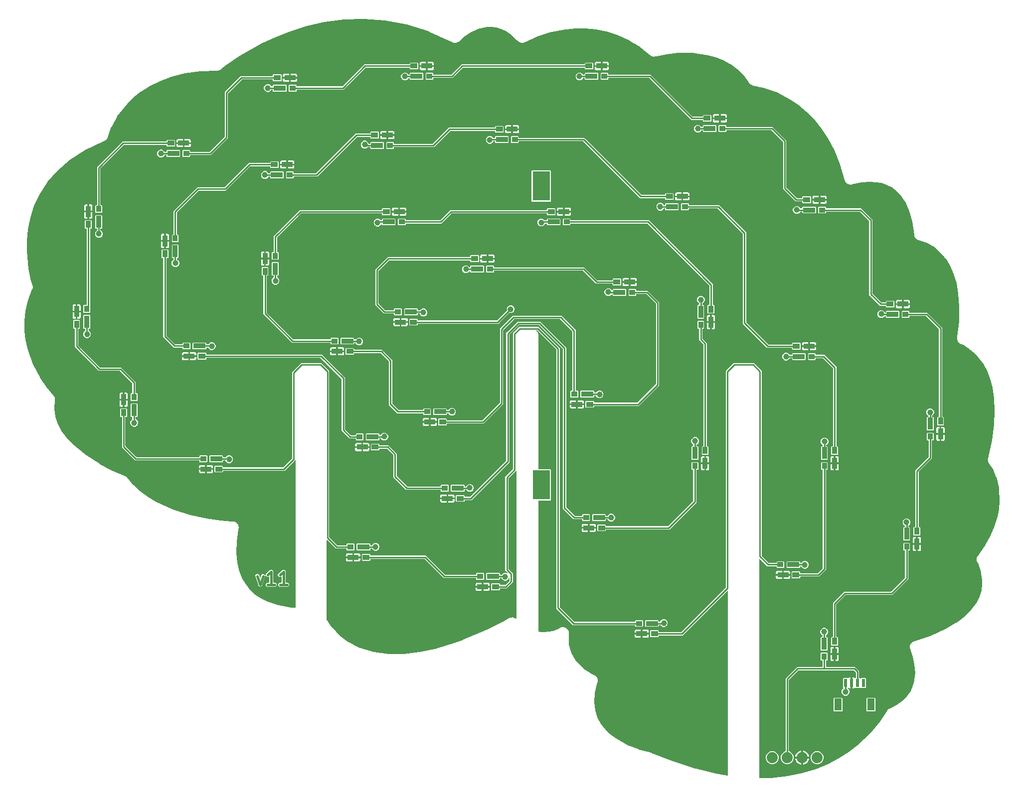
<source format=gtl>
G04 EAGLE Gerber RS-274X export*
G75*
%MOMM*%
%FSLAX34Y34*%
%LPD*%
%INTop Copper*%
%IPPOS*%
%AMOC8*
5,1,8,0,0,1.08239X$1,22.5*%
G01*
%ADD10C,0.381000*%
%ADD11R,1.200000X2.000000*%
%ADD12R,0.600000X1.350000*%
%ADD13R,0.850000X1.900000*%
%ADD14R,0.850000X1.000000*%
%ADD15R,0.850000X1.150000*%
%ADD16R,0.850000X2.000000*%
%ADD17R,1.900000X0.850000*%
%ADD18R,1.000000X0.850000*%
%ADD19R,1.150000X0.850000*%
%ADD20R,2.000000X0.850000*%
%ADD21C,1.879600*%
%ADD22R,3.000000X5.000000*%
%ADD23C,0.254000*%
%ADD24C,1.006400*%

G36*
X1280783Y16221D02*
X1280783Y16221D01*
X1280808Y16225D01*
X1280855Y16225D01*
X1308527Y19140D01*
X1308552Y19147D01*
X1308600Y19151D01*
X1333829Y24302D01*
X1333853Y24311D01*
X1333900Y24320D01*
X1356783Y31336D01*
X1356806Y31347D01*
X1356851Y31360D01*
X1377485Y39879D01*
X1377506Y39892D01*
X1377547Y39908D01*
X1396017Y49569D01*
X1396036Y49584D01*
X1396074Y49602D01*
X1412461Y60051D01*
X1412478Y60066D01*
X1412512Y60086D01*
X1426746Y70855D01*
X1426765Y70876D01*
X1426808Y70907D01*
X1449963Y92661D01*
X1449982Y92686D01*
X1450028Y92730D01*
X1465669Y111582D01*
X1465684Y111609D01*
X1465724Y111657D01*
X1477137Y129449D01*
X1477142Y129461D01*
X1477150Y129470D01*
X1477220Y129623D01*
X1477419Y130231D01*
X1478250Y131197D01*
X1478267Y131225D01*
X1478313Y131282D01*
X1479001Y132354D01*
X1479526Y132720D01*
X1479535Y132729D01*
X1479546Y132734D01*
X1479669Y132849D01*
X1480087Y133335D01*
X1481223Y133909D01*
X1481249Y133928D01*
X1481314Y133964D01*
X1482360Y134691D01*
X1482986Y134827D01*
X1482997Y134832D01*
X1483010Y134833D01*
X1483167Y134892D01*
X1494490Y140617D01*
X1494516Y140636D01*
X1494586Y140675D01*
X1504013Y147341D01*
X1504037Y147364D01*
X1504107Y147419D01*
X1511373Y154541D01*
X1511392Y154567D01*
X1511455Y154636D01*
X1516900Y162102D01*
X1516914Y162131D01*
X1516964Y162207D01*
X1520881Y169951D01*
X1520891Y169983D01*
X1520925Y170057D01*
X1523440Y177714D01*
X1523444Y177740D01*
X1523472Y177857D01*
X1525550Y194390D01*
X1525549Y194411D01*
X1525554Y194542D01*
X1524393Y209779D01*
X1524385Y209811D01*
X1524377Y209887D01*
X1521540Y222537D01*
X1521528Y222565D01*
X1521513Y222627D01*
X1517772Y233055D01*
X1517743Y233109D01*
X1517722Y233166D01*
X1517689Y233213D01*
X1517034Y235112D01*
X1517033Y235116D01*
X1517031Y235121D01*
X1516355Y237006D01*
X1516356Y237024D01*
X1516343Y237080D01*
X1516465Y239085D01*
X1516465Y239089D01*
X1516466Y239094D01*
X1516562Y241095D01*
X1516570Y241111D01*
X1516580Y241168D01*
X1517459Y242972D01*
X1517460Y242976D01*
X1517463Y242981D01*
X1518318Y244793D01*
X1518331Y244805D01*
X1518362Y244854D01*
X1519865Y246184D01*
X1519868Y246187D01*
X1519872Y246191D01*
X1521356Y247537D01*
X1521373Y247543D01*
X1521420Y247577D01*
X1523319Y248231D01*
X1523322Y248233D01*
X1523328Y248235D01*
X1525212Y248911D01*
X1525230Y248910D01*
X1525321Y248930D01*
X1525353Y248934D01*
X1525368Y248941D01*
X1525394Y248947D01*
X1552622Y258333D01*
X1552644Y258345D01*
X1552686Y258359D01*
X1576405Y269003D01*
X1576428Y269018D01*
X1576477Y269039D01*
X1595513Y280127D01*
X1595537Y280147D01*
X1595591Y280179D01*
X1610410Y291451D01*
X1610432Y291475D01*
X1610490Y291521D01*
X1621594Y302736D01*
X1621613Y302763D01*
X1621670Y302826D01*
X1629591Y313788D01*
X1629606Y313817D01*
X1629655Y313894D01*
X1634926Y324467D01*
X1634935Y324498D01*
X1634972Y324583D01*
X1638082Y334685D01*
X1638086Y334718D01*
X1638108Y334801D01*
X1639482Y344354D01*
X1639482Y344387D01*
X1639490Y344462D01*
X1639500Y353076D01*
X1639495Y353107D01*
X1639489Y353209D01*
X1636770Y368715D01*
X1636760Y368743D01*
X1636733Y368848D01*
X1632982Y378965D01*
X1632967Y378991D01*
X1632945Y379049D01*
X1631317Y382203D01*
X1631300Y382225D01*
X1631277Y382272D01*
X1630471Y383497D01*
X1630388Y383934D01*
X1630379Y383958D01*
X1630377Y383984D01*
X1630317Y384140D01*
X1630112Y384536D01*
X1629990Y385997D01*
X1629983Y386024D01*
X1629979Y386076D01*
X1629704Y387516D01*
X1629794Y387952D01*
X1629795Y387978D01*
X1629803Y388002D01*
X1629807Y388170D01*
X1629770Y388614D01*
X1630216Y390010D01*
X1630220Y390038D01*
X1630236Y390087D01*
X1630533Y391523D01*
X1630623Y391656D01*
X1630783Y391891D01*
X1630794Y391915D01*
X1630810Y391935D01*
X1630879Y392088D01*
X1631014Y392512D01*
X1631960Y393631D01*
X1631974Y393655D01*
X1632008Y393695D01*
X1632174Y393940D01*
X1632175Y393940D01*
X1632692Y394701D01*
X1632692Y394702D01*
X1633209Y395462D01*
X1633209Y395463D01*
X1633726Y396224D01*
X1634243Y396985D01*
X1634760Y397746D01*
X1635277Y398507D01*
X1635277Y398508D01*
X1635794Y399269D01*
X1635795Y399269D01*
X1636311Y400030D01*
X1636312Y400030D01*
X1636829Y400791D01*
X1636829Y400792D01*
X1637346Y401552D01*
X1637346Y401553D01*
X1637863Y402314D01*
X1638380Y403075D01*
X1638897Y403836D01*
X1639414Y404597D01*
X1639414Y404598D01*
X1639931Y405359D01*
X1639932Y405359D01*
X1640448Y406120D01*
X1640449Y406120D01*
X1640966Y406881D01*
X1640966Y406882D01*
X1641483Y407642D01*
X1641483Y407643D01*
X1642000Y408404D01*
X1642517Y409165D01*
X1643034Y409926D01*
X1643551Y410687D01*
X1643551Y410688D01*
X1644068Y411449D01*
X1644069Y411449D01*
X1644073Y411455D01*
X1644083Y411478D01*
X1644109Y411515D01*
X1653452Y428428D01*
X1653461Y428453D01*
X1653485Y428495D01*
X1660349Y444430D01*
X1660356Y444457D01*
X1660377Y444503D01*
X1665064Y459431D01*
X1665068Y459459D01*
X1665084Y459508D01*
X1667892Y473407D01*
X1667893Y473435D01*
X1667903Y473487D01*
X1669090Y486079D01*
X1669088Y486112D01*
X1669093Y486194D01*
X1667795Y509022D01*
X1667789Y509050D01*
X1667774Y509162D01*
X1663287Y527234D01*
X1663274Y527264D01*
X1663248Y527348D01*
X1657653Y540494D01*
X1657635Y540522D01*
X1657598Y540599D01*
X1650399Y552124D01*
X1650398Y552126D01*
X1650396Y552130D01*
X1649308Y553838D01*
X1649296Y553862D01*
X1648961Y555871D01*
X1648960Y555873D01*
X1648959Y555877D01*
X1648608Y557872D01*
X1648606Y557898D01*
X1649065Y559881D01*
X1649065Y559884D01*
X1649066Y559888D01*
X1655776Y590152D01*
X1655778Y590175D01*
X1655787Y590212D01*
X1659501Y616918D01*
X1659500Y616943D01*
X1659507Y616985D01*
X1660674Y640631D01*
X1660671Y640656D01*
X1660674Y640705D01*
X1659672Y661456D01*
X1659666Y661483D01*
X1659664Y661536D01*
X1656866Y679575D01*
X1656857Y679603D01*
X1656849Y679658D01*
X1652623Y695181D01*
X1652610Y695208D01*
X1652595Y695265D01*
X1647292Y708475D01*
X1647276Y708500D01*
X1647254Y708555D01*
X1641345Y719405D01*
X1641325Y719431D01*
X1641276Y719511D01*
X1627997Y736439D01*
X1627983Y736452D01*
X1627889Y736551D01*
X1615614Y746920D01*
X1615587Y746937D01*
X1615510Y746995D01*
X1606548Y752276D01*
X1606519Y752287D01*
X1606463Y752319D01*
X1604562Y753139D01*
X1604533Y753147D01*
X1604505Y753161D01*
X1604341Y753197D01*
X1603974Y753236D01*
X1602621Y753974D01*
X1602598Y753982D01*
X1602559Y754004D01*
X1601144Y754615D01*
X1600887Y754879D01*
X1600862Y754898D01*
X1600843Y754921D01*
X1600705Y755017D01*
X1600381Y755194D01*
X1599413Y756393D01*
X1599394Y756409D01*
X1599367Y756445D01*
X1598293Y757550D01*
X1598157Y757893D01*
X1598141Y757919D01*
X1598132Y757949D01*
X1598042Y758090D01*
X1597810Y758377D01*
X1597374Y759855D01*
X1597364Y759878D01*
X1597352Y759921D01*
X1596783Y761353D01*
X1596788Y761722D01*
X1596784Y761752D01*
X1596787Y761783D01*
X1596757Y761948D01*
X1596653Y762302D01*
X1596816Y763834D01*
X1596815Y763859D01*
X1596820Y763904D01*
X1596843Y765445D01*
X1596989Y765783D01*
X1596997Y765813D01*
X1597011Y765840D01*
X1597047Y766004D01*
X1599893Y792742D01*
X1599892Y792765D01*
X1599897Y792805D01*
X1600441Y817396D01*
X1600438Y817421D01*
X1600439Y817467D01*
X1598896Y838850D01*
X1598890Y838877D01*
X1598886Y838929D01*
X1595606Y857322D01*
X1595596Y857350D01*
X1595586Y857406D01*
X1590915Y873041D01*
X1590901Y873068D01*
X1590883Y873127D01*
X1585153Y886253D01*
X1585136Y886279D01*
X1585109Y886338D01*
X1578632Y897213D01*
X1578612Y897237D01*
X1578578Y897292D01*
X1571827Y905930D01*
X1571804Y905951D01*
X1571735Y906029D01*
X1557264Y918975D01*
X1557255Y918981D01*
X1557133Y919070D01*
X1544503Y926248D01*
X1544486Y926255D01*
X1544361Y926311D01*
X1530992Y930622D01*
X1530974Y930625D01*
X1530947Y930635D01*
X1529294Y931058D01*
X1529134Y931178D01*
X1529097Y931198D01*
X1529064Y931225D01*
X1528924Y931287D01*
X1528916Y931292D01*
X1528914Y931292D01*
X1528911Y931293D01*
X1528721Y931355D01*
X1527421Y932460D01*
X1527406Y932469D01*
X1527385Y932489D01*
X1526019Y933513D01*
X1525918Y933684D01*
X1525891Y933717D01*
X1525871Y933754D01*
X1525766Y933866D01*
X1525760Y933873D01*
X1525758Y933874D01*
X1525756Y933876D01*
X1525604Y934005D01*
X1524826Y935524D01*
X1524815Y935538D01*
X1524803Y935565D01*
X1523934Y937033D01*
X1523905Y937230D01*
X1523893Y937271D01*
X1523889Y937313D01*
X1523855Y937403D01*
X1523851Y937419D01*
X1523844Y937431D01*
X1523835Y937456D01*
X1523832Y937465D01*
X1523830Y937467D01*
X1523829Y937470D01*
X1523738Y937647D01*
X1523601Y939348D01*
X1523596Y939365D01*
X1523596Y939394D01*
X1520465Y961263D01*
X1520456Y961293D01*
X1520446Y961354D01*
X1515633Y979129D01*
X1515620Y979159D01*
X1515597Y979231D01*
X1509443Y993492D01*
X1509426Y993519D01*
X1509385Y993601D01*
X1502237Y1004763D01*
X1502217Y1004786D01*
X1502156Y1004869D01*
X1494292Y1013392D01*
X1494269Y1013410D01*
X1494192Y1013483D01*
X1485803Y1019814D01*
X1485774Y1019829D01*
X1485692Y1019884D01*
X1476914Y1024397D01*
X1476882Y1024407D01*
X1476805Y1024442D01*
X1468083Y1027325D01*
X1468057Y1027329D01*
X1467941Y1027357D01*
X1449674Y1029708D01*
X1449649Y1029707D01*
X1449527Y1029712D01*
X1434003Y1028695D01*
X1433971Y1028688D01*
X1433883Y1028678D01*
X1418260Y1025107D01*
X1418244Y1025100D01*
X1418216Y1025095D01*
X1416568Y1024614D01*
X1416380Y1024634D01*
X1416338Y1024632D01*
X1416295Y1024639D01*
X1416146Y1024622D01*
X1416135Y1024621D01*
X1416132Y1024620D01*
X1416128Y1024619D01*
X1415944Y1024577D01*
X1414252Y1024864D01*
X1414235Y1024864D01*
X1414207Y1024871D01*
X1412500Y1025056D01*
X1412335Y1025147D01*
X1412294Y1025161D01*
X1412257Y1025184D01*
X1412114Y1025225D01*
X1412103Y1025229D01*
X1412100Y1025229D01*
X1412096Y1025230D01*
X1411910Y1025262D01*
X1410456Y1026174D01*
X1410440Y1026181D01*
X1410417Y1026197D01*
X1408912Y1027022D01*
X1408793Y1027169D01*
X1408761Y1027198D01*
X1408736Y1027233D01*
X1408619Y1027326D01*
X1408610Y1027334D01*
X1408608Y1027335D01*
X1408605Y1027337D01*
X1408445Y1027438D01*
X1407451Y1028837D01*
X1407439Y1028849D01*
X1407423Y1028873D01*
X1406348Y1030211D01*
X1406295Y1030393D01*
X1406276Y1030431D01*
X1406266Y1030473D01*
X1406194Y1030604D01*
X1406189Y1030615D01*
X1406187Y1030616D01*
X1406185Y1030620D01*
X1406076Y1030774D01*
X1405693Y1032447D01*
X1405687Y1032463D01*
X1405682Y1032491D01*
X1397862Y1059250D01*
X1397850Y1059273D01*
X1397837Y1059320D01*
X1388445Y1082707D01*
X1388431Y1082730D01*
X1388413Y1082777D01*
X1377707Y1103196D01*
X1377691Y1103218D01*
X1377668Y1103263D01*
X1365949Y1120939D01*
X1365931Y1120959D01*
X1365903Y1121001D01*
X1353463Y1136155D01*
X1353443Y1136173D01*
X1353412Y1136211D01*
X1340534Y1149058D01*
X1340513Y1149073D01*
X1340480Y1149107D01*
X1327448Y1159848D01*
X1327427Y1159860D01*
X1327393Y1159889D01*
X1314656Y1168606D01*
X1314629Y1168619D01*
X1314578Y1168653D01*
X1290104Y1181438D01*
X1290073Y1181449D01*
X1290008Y1181480D01*
X1269960Y1188655D01*
X1269928Y1188661D01*
X1269861Y1188683D01*
X1250749Y1192743D01*
X1250731Y1192744D01*
X1250704Y1192751D01*
X1249009Y1193006D01*
X1248845Y1193105D01*
X1248805Y1193121D01*
X1248770Y1193145D01*
X1248626Y1193192D01*
X1248616Y1193196D01*
X1248614Y1193196D01*
X1248610Y1193197D01*
X1248423Y1193237D01*
X1247010Y1194208D01*
X1246995Y1194215D01*
X1246972Y1194233D01*
X1245503Y1195117D01*
X1245390Y1195271D01*
X1245359Y1195301D01*
X1245335Y1195336D01*
X1245221Y1195435D01*
X1245213Y1195443D01*
X1245211Y1195444D01*
X1245208Y1195446D01*
X1245050Y1195555D01*
X1244117Y1196992D01*
X1244105Y1197005D01*
X1244091Y1197029D01*
X1234308Y1210275D01*
X1234284Y1210298D01*
X1234232Y1210363D01*
X1223646Y1220888D01*
X1223619Y1220907D01*
X1223561Y1220961D01*
X1212053Y1229444D01*
X1212024Y1229459D01*
X1211965Y1229500D01*
X1199714Y1236169D01*
X1199685Y1236179D01*
X1199629Y1236208D01*
X1186832Y1241253D01*
X1186805Y1241259D01*
X1186754Y1241279D01*
X1173853Y1244817D01*
X1173822Y1244820D01*
X1173754Y1244837D01*
X1147350Y1248416D01*
X1147318Y1248415D01*
X1147245Y1248423D01*
X1123125Y1248331D01*
X1123098Y1248327D01*
X1123047Y1248327D01*
X1103260Y1246212D01*
X1103236Y1246205D01*
X1103191Y1246201D01*
X1086122Y1242768D01*
X1086089Y1242755D01*
X1086054Y1242751D01*
X1085899Y1242685D01*
X1085637Y1242538D01*
X1084041Y1242347D01*
X1084020Y1242341D01*
X1083981Y1242337D01*
X1082406Y1242020D01*
X1082110Y1242078D01*
X1082075Y1242079D01*
X1082041Y1242089D01*
X1081873Y1242087D01*
X1081574Y1242051D01*
X1080026Y1242486D01*
X1080004Y1242488D01*
X1079968Y1242500D01*
X1078391Y1242810D01*
X1078140Y1242977D01*
X1078108Y1242991D01*
X1078080Y1243013D01*
X1077924Y1243076D01*
X1077634Y1243157D01*
X1076371Y1244150D01*
X1076351Y1244161D01*
X1076322Y1244186D01*
X1074983Y1245076D01*
X1074816Y1245326D01*
X1074791Y1245352D01*
X1074774Y1245382D01*
X1074654Y1245500D01*
X1056894Y1259463D01*
X1056867Y1259478D01*
X1056818Y1259516D01*
X1055094Y1260560D01*
X1053837Y1261321D01*
X1052581Y1262083D01*
X1051325Y1262844D01*
X1051324Y1262844D01*
X1050068Y1263605D01*
X1048812Y1264366D01*
X1048812Y1264367D01*
X1047555Y1265128D01*
X1046299Y1265889D01*
X1045043Y1266650D01*
X1045042Y1266650D01*
X1043786Y1267411D01*
X1042530Y1268173D01*
X1041273Y1268934D01*
X1040017Y1269695D01*
X1038761Y1270456D01*
X1038760Y1270456D01*
X1038121Y1270844D01*
X1038093Y1270855D01*
X1038039Y1270887D01*
X1019416Y1279272D01*
X1019387Y1279280D01*
X1019332Y1279304D01*
X1000928Y1285093D01*
X1000899Y1285097D01*
X1000845Y1285114D01*
X982813Y1288632D01*
X982785Y1288633D01*
X982735Y1288643D01*
X965237Y1290205D01*
X965212Y1290203D01*
X965166Y1290208D01*
X948385Y1290121D01*
X948362Y1290117D01*
X948320Y1290118D01*
X932625Y1288704D01*
X932598Y1288697D01*
X932544Y1288692D01*
X904120Y1283014D01*
X904092Y1283003D01*
X904033Y1282991D01*
X882068Y1275825D01*
X882042Y1275812D01*
X881990Y1275795D01*
X864039Y1267662D01*
X863987Y1267628D01*
X863930Y1267602D01*
X863908Y1267583D01*
X862045Y1266759D01*
X862043Y1266757D01*
X862039Y1266756D01*
X860193Y1265920D01*
X860170Y1265912D01*
X858133Y1265864D01*
X858130Y1265863D01*
X858126Y1265864D01*
X856101Y1265797D01*
X856076Y1265799D01*
X854176Y1266534D01*
X854173Y1266535D01*
X854169Y1266536D01*
X852273Y1267250D01*
X852251Y1267262D01*
X850778Y1268667D01*
X850775Y1268668D01*
X850773Y1268671D01*
X849293Y1270057D01*
X849238Y1270123D01*
X849220Y1270150D01*
X849206Y1270160D01*
X849188Y1270182D01*
X840688Y1278285D01*
X840662Y1278304D01*
X840605Y1278354D01*
X831412Y1284911D01*
X831398Y1284918D01*
X831395Y1284920D01*
X831383Y1284925D01*
X831382Y1284926D01*
X831310Y1284972D01*
X822532Y1289353D01*
X822500Y1289362D01*
X822415Y1289399D01*
X814040Y1291969D01*
X814007Y1291973D01*
X813917Y1291995D01*
X805891Y1293065D01*
X805858Y1293064D01*
X805772Y1293072D01*
X798385Y1292894D01*
X798365Y1292891D01*
X798232Y1292875D01*
X783309Y1289433D01*
X783300Y1289430D01*
X783155Y1289380D01*
X770484Y1283407D01*
X770456Y1283389D01*
X770382Y1283349D01*
X760497Y1276670D01*
X760474Y1276648D01*
X760418Y1276609D01*
X751335Y1268559D01*
X751330Y1268552D01*
X751318Y1268543D01*
X749950Y1267254D01*
X749930Y1267247D01*
X749883Y1267220D01*
X749832Y1267201D01*
X749743Y1267138D01*
X749717Y1267124D01*
X749710Y1267115D01*
X749695Y1267105D01*
X749679Y1267091D01*
X747903Y1266477D01*
X747895Y1266473D01*
X747881Y1266470D01*
X746124Y1265803D01*
X746103Y1265803D01*
X746049Y1265796D01*
X745995Y1265799D01*
X745888Y1265775D01*
X745859Y1265771D01*
X745849Y1265766D01*
X745831Y1265762D01*
X745812Y1265755D01*
X743935Y1265868D01*
X743926Y1265867D01*
X743912Y1265869D01*
X742034Y1265926D01*
X742015Y1265934D01*
X741962Y1265948D01*
X741913Y1265972D01*
X741884Y1265977D01*
X741874Y1265981D01*
X741835Y1265985D01*
X741806Y1265990D01*
X741777Y1265998D01*
X741766Y1265997D01*
X741748Y1266000D01*
X741727Y1266001D01*
X740037Y1266824D01*
X740028Y1266826D01*
X740016Y1266834D01*
X700392Y1284661D01*
X700363Y1284669D01*
X700308Y1284694D01*
X662128Y1296679D01*
X662099Y1296683D01*
X662042Y1296701D01*
X625048Y1303688D01*
X625018Y1303689D01*
X624962Y1303699D01*
X589332Y1306320D01*
X589304Y1306318D01*
X589251Y1306322D01*
X555175Y1305191D01*
X555149Y1305186D01*
X555101Y1305185D01*
X522783Y1300912D01*
X522759Y1300905D01*
X522716Y1300900D01*
X492375Y1294093D01*
X492355Y1294085D01*
X492316Y1294077D01*
X464183Y1285347D01*
X464165Y1285338D01*
X464131Y1285329D01*
X438441Y1275292D01*
X438426Y1275283D01*
X438397Y1275273D01*
X415505Y1264607D01*
X415487Y1264594D01*
X415452Y1264579D01*
X378286Y1243507D01*
X378267Y1243492D01*
X378229Y1243471D01*
X354802Y1227298D01*
X354788Y1227285D01*
X354762Y1227268D01*
X347297Y1221361D01*
X347275Y1221337D01*
X347207Y1221278D01*
X346430Y1220426D01*
X345739Y1220103D01*
X345736Y1220101D01*
X345732Y1220100D01*
X345590Y1220011D01*
X344992Y1219538D01*
X343883Y1219223D01*
X343853Y1219209D01*
X343768Y1219180D01*
X342724Y1218691D01*
X341963Y1218656D01*
X341959Y1218655D01*
X341954Y1218656D01*
X341789Y1218628D01*
X341056Y1218420D01*
X339911Y1218553D01*
X339878Y1218552D01*
X339788Y1218558D01*
X311357Y1217268D01*
X311331Y1217263D01*
X311283Y1217262D01*
X285622Y1213592D01*
X285596Y1213584D01*
X285545Y1213577D01*
X262859Y1207912D01*
X262833Y1207901D01*
X262781Y1207888D01*
X242870Y1200588D01*
X242845Y1200574D01*
X242794Y1200555D01*
X225455Y1191963D01*
X225432Y1191947D01*
X225383Y1191923D01*
X210418Y1182373D01*
X210397Y1182355D01*
X210353Y1182327D01*
X197572Y1172142D01*
X197554Y1172123D01*
X197515Y1172092D01*
X186904Y1161751D01*
X186885Y1161726D01*
X186836Y1161676D01*
X170489Y1140805D01*
X170473Y1140776D01*
X170423Y1140707D01*
X160478Y1122880D01*
X160467Y1122849D01*
X160430Y1122776D01*
X153703Y1104815D01*
X153702Y1104810D01*
X153699Y1104802D01*
X153042Y1102947D01*
X153010Y1102912D01*
X152966Y1102824D01*
X152960Y1102816D01*
X151623Y1101383D01*
X151620Y1101379D01*
X151614Y1101373D01*
X150297Y1099910D01*
X150254Y1099890D01*
X150180Y1099826D01*
X150171Y1099820D01*
X148388Y1099009D01*
X148384Y1099006D01*
X148375Y1099003D01*
X116120Y1083604D01*
X116094Y1083586D01*
X116035Y1083556D01*
X89798Y1066633D01*
X89774Y1066612D01*
X89714Y1066571D01*
X68469Y1048306D01*
X68447Y1048281D01*
X68392Y1048229D01*
X51590Y1028996D01*
X51573Y1028968D01*
X51538Y1028926D01*
X51530Y1028917D01*
X51528Y1028914D01*
X51525Y1028910D01*
X38640Y1009051D01*
X38627Y1009021D01*
X38589Y1008960D01*
X29128Y988802D01*
X29119Y988772D01*
X29093Y988712D01*
X22600Y968592D01*
X22597Y968571D01*
X22590Y968556D01*
X22588Y968539D01*
X22578Y968508D01*
X18621Y948788D01*
X18620Y948762D01*
X18610Y948713D01*
X16764Y929780D01*
X16765Y929756D01*
X16760Y929713D01*
X16599Y912148D01*
X16603Y912120D01*
X16603Y912067D01*
X19599Y881621D01*
X19607Y881592D01*
X19613Y881535D01*
X23999Y861168D01*
X24007Y861148D01*
X24014Y861109D01*
X26040Y854378D01*
X26054Y854349D01*
X26076Y854282D01*
X26614Y853099D01*
X26636Y852485D01*
X26638Y852471D01*
X26637Y852457D01*
X26667Y852292D01*
X26845Y851704D01*
X26714Y850411D01*
X26716Y850379D01*
X26711Y850308D01*
X26756Y849010D01*
X26540Y848434D01*
X26538Y848420D01*
X26531Y848408D01*
X26496Y848244D01*
X26434Y847632D01*
X25819Y846488D01*
X25809Y846457D01*
X25777Y846394D01*
X18911Y828050D01*
X18905Y828020D01*
X18883Y827961D01*
X14616Y810185D01*
X14614Y810155D01*
X14600Y810095D01*
X12633Y792998D01*
X12634Y792969D01*
X12628Y792910D01*
X12656Y776532D01*
X12660Y776504D01*
X12660Y776491D01*
X12659Y776476D01*
X12660Y776469D01*
X12660Y776450D01*
X14391Y760847D01*
X14398Y760821D01*
X14403Y760772D01*
X17506Y746227D01*
X17518Y746198D01*
X17533Y746132D01*
X27021Y719258D01*
X27037Y719229D01*
X27064Y719158D01*
X38616Y697099D01*
X38633Y697076D01*
X38659Y697026D01*
X49864Y680441D01*
X49882Y680421D01*
X49911Y680377D01*
X62080Y665882D01*
X62081Y665881D01*
X62082Y665879D01*
X63405Y664318D01*
X64020Y662368D01*
X64021Y662367D01*
X64021Y662365D01*
X64646Y660417D01*
X64468Y658380D01*
X64468Y658378D01*
X64468Y658376D01*
X63247Y643589D01*
X63248Y643576D01*
X63251Y643429D01*
X64915Y630541D01*
X64922Y630517D01*
X64948Y630396D01*
X69089Y618070D01*
X69104Y618042D01*
X69140Y617952D01*
X75504Y606124D01*
X75524Y606098D01*
X75561Y606034D01*
X83855Y594757D01*
X83876Y594737D01*
X83911Y594690D01*
X93635Y584220D01*
X93660Y584201D01*
X93707Y584152D01*
X116691Y565083D01*
X116718Y565067D01*
X116767Y565027D01*
X140629Y549786D01*
X140642Y549781D01*
X140650Y549774D01*
X140663Y549768D01*
X140685Y549753D01*
X162003Y538589D01*
X162023Y538582D01*
X162054Y538565D01*
X181984Y529927D01*
X182018Y529918D01*
X182049Y529902D01*
X182098Y529892D01*
X182105Y529889D01*
X182119Y529888D01*
X182214Y529868D01*
X182518Y529838D01*
X183933Y529085D01*
X183954Y529078D01*
X183988Y529059D01*
X185458Y528421D01*
X185671Y528202D01*
X185699Y528181D01*
X185722Y528154D01*
X185860Y528059D01*
X186130Y527916D01*
X187149Y526678D01*
X187166Y526664D01*
X187189Y526633D01*
X188304Y525481D01*
X188417Y525197D01*
X188435Y525167D01*
X188445Y525133D01*
X188537Y524993D01*
X197632Y513950D01*
X197656Y513929D01*
X197701Y513877D01*
X208989Y503368D01*
X209014Y503352D01*
X209056Y503313D01*
X221702Y493989D01*
X221726Y493977D01*
X221764Y493948D01*
X235316Y485864D01*
X235344Y485853D01*
X235395Y485823D01*
X265018Y472578D01*
X265047Y472570D01*
X265103Y472546D01*
X294937Y463288D01*
X294961Y463285D01*
X295002Y463271D01*
X322662Y457288D01*
X322681Y457287D01*
X322711Y457279D01*
X345523Y453905D01*
X345541Y453906D01*
X345569Y453900D01*
X365168Y452212D01*
X365217Y452215D01*
X365264Y452209D01*
X365391Y452229D01*
X365414Y452230D01*
X365420Y452233D01*
X365430Y452235D01*
X365537Y452263D01*
X367314Y452027D01*
X367328Y452028D01*
X367349Y452024D01*
X369135Y451870D01*
X369233Y451819D01*
X369279Y451804D01*
X369321Y451780D01*
X369445Y451750D01*
X369467Y451742D01*
X369474Y451743D01*
X369484Y451740D01*
X369593Y451726D01*
X371145Y450828D01*
X371158Y450823D01*
X371176Y450811D01*
X372767Y449985D01*
X372838Y449901D01*
X372875Y449869D01*
X372905Y449831D01*
X373008Y449756D01*
X373025Y449741D01*
X373031Y449738D01*
X373040Y449732D01*
X373135Y449677D01*
X374226Y448253D01*
X374236Y448244D01*
X374247Y448226D01*
X375402Y446854D01*
X375435Y446749D01*
X375457Y446706D01*
X375470Y446660D01*
X375536Y446550D01*
X375546Y446530D01*
X375551Y446525D01*
X375557Y446516D01*
X375624Y446428D01*
X376086Y444696D01*
X376092Y444683D01*
X376096Y444662D01*
X376637Y442953D01*
X376628Y442843D01*
X376632Y442795D01*
X376626Y442747D01*
X376645Y442621D01*
X376647Y442598D01*
X376649Y442592D01*
X376651Y442582D01*
X376679Y442475D01*
X376444Y440697D01*
X376444Y440684D01*
X376440Y440663D01*
X376286Y438876D01*
X376236Y438778D01*
X376221Y438733D01*
X376197Y438691D01*
X376166Y438566D01*
X376159Y438545D01*
X376159Y438538D01*
X376157Y438528D01*
X373442Y418038D01*
X373443Y418010D01*
X373436Y417957D01*
X372939Y398716D01*
X372943Y398685D01*
X372942Y398623D01*
X374549Y381896D01*
X374558Y381865D01*
X374566Y381793D01*
X377977Y367391D01*
X377990Y367361D01*
X378011Y367283D01*
X382948Y354976D01*
X382965Y354948D01*
X383000Y354870D01*
X389230Y344404D01*
X389252Y344379D01*
X389298Y344308D01*
X396644Y335442D01*
X396669Y335420D01*
X396721Y335361D01*
X405035Y327896D01*
X405062Y327879D01*
X405115Y327833D01*
X414247Y321623D01*
X414274Y321611D01*
X414325Y321577D01*
X423883Y316624D01*
X423914Y316614D01*
X423986Y316580D01*
X444905Y309397D01*
X444937Y309391D01*
X445017Y309367D01*
X465456Y305688D01*
X465485Y305688D01*
X465541Y305678D01*
X472478Y305220D01*
X472523Y305224D01*
X472568Y305219D01*
X472645Y305236D01*
X472723Y305243D01*
X472764Y305262D01*
X472808Y305271D01*
X472876Y305312D01*
X472948Y305344D01*
X472981Y305374D01*
X473020Y305397D01*
X473071Y305457D01*
X473129Y305511D01*
X473150Y305550D01*
X473179Y305584D01*
X473209Y305657D01*
X473247Y305726D01*
X473255Y305771D01*
X473271Y305813D01*
X473287Y305952D01*
X473290Y305968D01*
X473289Y305973D01*
X473290Y305979D01*
X473290Y555384D01*
X473278Y555454D01*
X473276Y555526D01*
X473259Y555575D01*
X473250Y555626D01*
X473217Y555690D01*
X473192Y555757D01*
X473159Y555798D01*
X473135Y555844D01*
X473083Y555893D01*
X473038Y555949D01*
X472994Y555977D01*
X472957Y556013D01*
X472892Y556043D01*
X472831Y556082D01*
X472781Y556095D01*
X472734Y556117D01*
X472662Y556125D01*
X472593Y556142D01*
X472541Y556138D01*
X472489Y556144D01*
X472419Y556129D01*
X472348Y556123D01*
X472300Y556103D01*
X472249Y556092D01*
X472187Y556055D01*
X472121Y556027D01*
X472065Y555982D01*
X472038Y555965D01*
X472022Y555948D01*
X471990Y555922D01*
X470835Y554766D01*
X454524Y538455D01*
X350786Y538455D01*
X350766Y538452D01*
X350747Y538454D01*
X350645Y538432D01*
X350543Y538416D01*
X350526Y538406D01*
X350506Y538402D01*
X350417Y538349D01*
X350326Y538300D01*
X350312Y538286D01*
X350295Y538276D01*
X350228Y538197D01*
X350156Y538122D01*
X350148Y538104D01*
X350135Y538089D01*
X350096Y537993D01*
X350053Y537899D01*
X350051Y537879D01*
X350043Y537861D01*
X350025Y537694D01*
X350025Y536368D01*
X349132Y535475D01*
X336368Y535475D01*
X335475Y536368D01*
X335475Y546132D01*
X336368Y547025D01*
X349132Y547025D01*
X350025Y546132D01*
X350025Y544806D01*
X350028Y544786D01*
X350026Y544767D01*
X350048Y544665D01*
X350064Y544563D01*
X350074Y544546D01*
X350078Y544526D01*
X350131Y544437D01*
X350180Y544346D01*
X350194Y544332D01*
X350204Y544315D01*
X350283Y544248D01*
X350358Y544176D01*
X350376Y544168D01*
X350391Y544155D01*
X350487Y544116D01*
X350581Y544073D01*
X350601Y544071D01*
X350619Y544063D01*
X350786Y544045D01*
X451893Y544045D01*
X451983Y544059D01*
X452074Y544067D01*
X452104Y544079D01*
X452136Y544084D01*
X452216Y544127D01*
X452300Y544163D01*
X452332Y544189D01*
X452353Y544200D01*
X452375Y544223D01*
X452431Y544268D01*
X466882Y558719D01*
X466935Y558793D01*
X466995Y558862D01*
X467007Y558892D01*
X467026Y558918D01*
X467053Y559005D01*
X467087Y559090D01*
X467091Y559131D01*
X467098Y559153D01*
X467097Y559186D01*
X467105Y559257D01*
X467105Y706061D01*
X482458Y721413D01*
X516951Y721413D01*
X530183Y708181D01*
X530183Y425653D01*
X530198Y425563D01*
X530205Y425472D01*
X530218Y425442D01*
X530223Y425410D01*
X530266Y425330D01*
X530301Y425246D01*
X530327Y425214D01*
X530338Y425193D01*
X530361Y425171D01*
X530406Y425115D01*
X543753Y411768D01*
X543827Y411715D01*
X543897Y411655D01*
X543927Y411643D01*
X543953Y411624D01*
X544040Y411597D01*
X544125Y411563D01*
X544166Y411559D01*
X544188Y411552D01*
X544220Y411553D01*
X544291Y411545D01*
X559214Y411545D01*
X559234Y411548D01*
X559253Y411546D01*
X559355Y411568D01*
X559457Y411584D01*
X559474Y411594D01*
X559494Y411598D01*
X559583Y411651D01*
X559674Y411700D01*
X559688Y411714D01*
X559705Y411724D01*
X559772Y411803D01*
X559844Y411878D01*
X559852Y411896D01*
X559865Y411911D01*
X559904Y412007D01*
X559947Y412101D01*
X559949Y412121D01*
X559957Y412139D01*
X559975Y412306D01*
X559975Y413632D01*
X560868Y414525D01*
X572132Y414525D01*
X573025Y413632D01*
X573025Y403868D01*
X572132Y402975D01*
X560868Y402975D01*
X559975Y403868D01*
X559975Y405194D01*
X559972Y405214D01*
X559974Y405233D01*
X559952Y405335D01*
X559936Y405437D01*
X559926Y405454D01*
X559922Y405474D01*
X559869Y405563D01*
X559820Y405654D01*
X559806Y405668D01*
X559796Y405685D01*
X559717Y405752D01*
X559642Y405824D01*
X559624Y405832D01*
X559609Y405845D01*
X559513Y405884D01*
X559419Y405927D01*
X559399Y405929D01*
X559381Y405937D01*
X559214Y405955D01*
X541661Y405955D01*
X539801Y407815D01*
X527419Y420197D01*
X527361Y420239D01*
X527309Y420289D01*
X527261Y420311D01*
X527219Y420341D01*
X527151Y420362D01*
X527085Y420392D01*
X527034Y420398D01*
X526984Y420413D01*
X526912Y420411D01*
X526841Y420419D01*
X526790Y420408D01*
X526738Y420407D01*
X526671Y420382D01*
X526601Y420367D01*
X526556Y420340D01*
X526507Y420322D01*
X526451Y420278D01*
X526390Y420241D01*
X526356Y420201D01*
X526315Y420169D01*
X526276Y420108D01*
X526230Y420054D01*
X526210Y420006D01*
X526182Y419962D01*
X526165Y419892D01*
X526138Y419826D01*
X526130Y419754D01*
X526122Y419723D01*
X526124Y419700D01*
X526119Y419659D01*
X526119Y284613D01*
X526123Y284590D01*
X526121Y284568D01*
X526143Y284469D01*
X526159Y284370D01*
X526170Y284350D01*
X526175Y284328D01*
X526254Y284180D01*
X532774Y274745D01*
X532793Y274724D01*
X532823Y274681D01*
X541642Y264435D01*
X541664Y264417D01*
X541700Y264375D01*
X551125Y255580D01*
X551149Y255564D01*
X551190Y255526D01*
X560953Y248242D01*
X560982Y248226D01*
X561055Y248177D01*
X582889Y236762D01*
X582912Y236754D01*
X583026Y236707D01*
X606430Y229792D01*
X606463Y229788D01*
X606553Y229767D01*
X631407Y226706D01*
X631439Y226708D01*
X631510Y226701D01*
X657292Y227008D01*
X657319Y227013D01*
X657374Y227013D01*
X683495Y230164D01*
X683518Y230170D01*
X683560Y230175D01*
X709409Y235602D01*
X709428Y235610D01*
X709461Y235615D01*
X734432Y242726D01*
X734447Y242733D01*
X734474Y242739D01*
X757868Y250885D01*
X757885Y250894D01*
X757915Y250904D01*
X798260Y268045D01*
X798276Y268055D01*
X798306Y268067D01*
X825638Y281933D01*
X825649Y281941D01*
X825669Y281950D01*
X835686Y287630D01*
X835688Y287632D01*
X835692Y287634D01*
X837436Y288647D01*
X837442Y288648D01*
X837480Y288664D01*
X839489Y288913D01*
X839492Y288914D01*
X839497Y288914D01*
X841494Y289182D01*
X841501Y289181D01*
X841542Y289181D01*
X843494Y288642D01*
X843497Y288642D01*
X843502Y288640D01*
X845449Y288124D01*
X845454Y288120D01*
X845493Y288104D01*
X847089Y286860D01*
X847092Y286858D01*
X847096Y286855D01*
X847169Y286799D01*
X847188Y286789D01*
X847203Y286774D01*
X847296Y286731D01*
X847386Y286683D01*
X847407Y286679D01*
X847426Y286671D01*
X847528Y286659D01*
X847629Y286643D01*
X847650Y286646D01*
X847670Y286644D01*
X847770Y286665D01*
X847872Y286682D01*
X847890Y286691D01*
X847911Y286696D01*
X847999Y286748D01*
X848089Y286796D01*
X848104Y286811D01*
X848122Y286822D01*
X848188Y286900D01*
X848259Y286974D01*
X848268Y286993D01*
X848282Y287009D01*
X848320Y287104D01*
X848364Y287197D01*
X848366Y287218D01*
X848374Y287237D01*
X848392Y287404D01*
X848392Y537218D01*
X848381Y537289D01*
X848379Y537360D01*
X848361Y537409D01*
X848352Y537461D01*
X848319Y537524D01*
X848294Y537591D01*
X848262Y537632D01*
X848237Y537678D01*
X848185Y537727D01*
X848141Y537783D01*
X848097Y537812D01*
X848059Y537848D01*
X847994Y537878D01*
X847934Y537916D01*
X847883Y537929D01*
X847836Y537951D01*
X847765Y537959D01*
X847695Y537977D01*
X847643Y537972D01*
X847591Y537978D01*
X847521Y537963D01*
X847450Y537957D01*
X847402Y537937D01*
X847351Y537926D01*
X847289Y537889D01*
X847224Y537861D01*
X847168Y537816D01*
X847140Y537800D01*
X847125Y537782D01*
X847093Y537756D01*
X846026Y536689D01*
X834868Y525531D01*
X834815Y525457D01*
X834755Y525388D01*
X834743Y525358D01*
X834724Y525332D01*
X834697Y525245D01*
X834663Y525160D01*
X834659Y525119D01*
X834652Y525097D01*
X834653Y525064D01*
X834645Y524993D01*
X834645Y371697D01*
X834659Y371607D01*
X834667Y371516D01*
X834679Y371486D01*
X834684Y371454D01*
X834727Y371373D01*
X834763Y371289D01*
X834789Y371257D01*
X834800Y371236D01*
X834823Y371214D01*
X834868Y371158D01*
X840357Y365669D01*
X842217Y363809D01*
X842217Y348984D01*
X831688Y338455D01*
X820786Y338455D01*
X820766Y338452D01*
X820747Y338454D01*
X820645Y338432D01*
X820543Y338416D01*
X820526Y338406D01*
X820506Y338402D01*
X820417Y338349D01*
X820326Y338300D01*
X820312Y338286D01*
X820295Y338276D01*
X820228Y338197D01*
X820156Y338122D01*
X820148Y338104D01*
X820135Y338089D01*
X820096Y337993D01*
X820053Y337899D01*
X820051Y337879D01*
X820043Y337861D01*
X820025Y337694D01*
X820025Y336368D01*
X819132Y335475D01*
X806368Y335475D01*
X805475Y336368D01*
X805475Y346132D01*
X806368Y347025D01*
X819132Y347025D01*
X820025Y346132D01*
X820025Y344806D01*
X820028Y344786D01*
X820026Y344767D01*
X820048Y344665D01*
X820064Y344563D01*
X820074Y344546D01*
X820078Y344526D01*
X820131Y344437D01*
X820180Y344346D01*
X820194Y344332D01*
X820204Y344315D01*
X820283Y344248D01*
X820358Y344176D01*
X820376Y344168D01*
X820391Y344155D01*
X820487Y344116D01*
X820581Y344073D01*
X820601Y344071D01*
X820619Y344063D01*
X820786Y344045D01*
X829057Y344045D01*
X829147Y344059D01*
X829238Y344067D01*
X829268Y344079D01*
X829300Y344084D01*
X829380Y344127D01*
X829464Y344163D01*
X829496Y344189D01*
X829517Y344200D01*
X829539Y344223D01*
X829595Y344268D01*
X836404Y351077D01*
X836457Y351151D01*
X836517Y351220D01*
X836529Y351250D01*
X836548Y351276D01*
X836575Y351363D01*
X836609Y351448D01*
X836613Y351489D01*
X836620Y351511D01*
X836619Y351544D01*
X836627Y351615D01*
X836627Y355458D01*
X836612Y355554D01*
X836602Y355651D01*
X836592Y355675D01*
X836588Y355701D01*
X836542Y355787D01*
X836502Y355876D01*
X836485Y355895D01*
X836472Y355918D01*
X836402Y355985D01*
X836336Y356057D01*
X836313Y356070D01*
X836294Y356088D01*
X836206Y356129D01*
X836120Y356176D01*
X836095Y356180D01*
X836071Y356191D01*
X835974Y356202D01*
X835878Y356219D01*
X835852Y356215D01*
X835827Y356218D01*
X835731Y356198D01*
X835635Y356183D01*
X835612Y356172D01*
X835586Y356166D01*
X835503Y356116D01*
X835416Y356072D01*
X835397Y356053D01*
X835375Y356040D01*
X835312Y355966D01*
X835244Y355896D01*
X835228Y355868D01*
X835215Y355853D01*
X835203Y355822D01*
X835163Y355749D01*
X834615Y354426D01*
X832770Y352581D01*
X830360Y351583D01*
X827752Y351583D01*
X825342Y352581D01*
X823497Y354426D01*
X823059Y355485D01*
X822997Y355585D01*
X822937Y355685D01*
X822932Y355689D01*
X822929Y355694D01*
X822838Y355769D01*
X822750Y355845D01*
X822744Y355847D01*
X822740Y355851D01*
X822632Y355893D01*
X822522Y355937D01*
X822515Y355938D01*
X822510Y355939D01*
X822492Y355940D01*
X822355Y355955D01*
X820786Y355955D01*
X820766Y355952D01*
X820747Y355954D01*
X820645Y355932D01*
X820543Y355916D01*
X820526Y355906D01*
X820506Y355902D01*
X820417Y355849D01*
X820326Y355800D01*
X820312Y355786D01*
X820295Y355776D01*
X820228Y355697D01*
X820156Y355622D01*
X820148Y355604D01*
X820135Y355589D01*
X820096Y355493D01*
X820053Y355399D01*
X820051Y355379D01*
X820043Y355361D01*
X820025Y355194D01*
X820025Y353868D01*
X819132Y352975D01*
X797868Y352975D01*
X796975Y353868D01*
X796975Y363632D01*
X797868Y364525D01*
X819132Y364525D01*
X820025Y363632D01*
X820025Y362306D01*
X820028Y362286D01*
X820026Y362267D01*
X820048Y362165D01*
X820064Y362063D01*
X820074Y362046D01*
X820078Y362026D01*
X820131Y361937D01*
X820180Y361846D01*
X820194Y361832D01*
X820204Y361815D01*
X820283Y361748D01*
X820358Y361676D01*
X820376Y361668D01*
X820391Y361655D01*
X820487Y361616D01*
X820581Y361573D01*
X820601Y361571D01*
X820619Y361563D01*
X820786Y361545D01*
X822873Y361545D01*
X822963Y361559D01*
X823054Y361567D01*
X823084Y361579D01*
X823116Y361584D01*
X823196Y361627D01*
X823280Y361663D01*
X823312Y361689D01*
X823333Y361700D01*
X823355Y361723D01*
X823411Y361768D01*
X825342Y363699D01*
X827752Y364697D01*
X830360Y364697D01*
X832056Y363994D01*
X832151Y363972D01*
X832244Y363944D01*
X832270Y363944D01*
X832295Y363938D01*
X832392Y363947D01*
X832490Y363950D01*
X832514Y363959D01*
X832540Y363961D01*
X832629Y364001D01*
X832721Y364034D01*
X832741Y364051D01*
X832765Y364061D01*
X832836Y364127D01*
X832913Y364188D01*
X832927Y364210D01*
X832946Y364228D01*
X832993Y364313D01*
X833046Y364395D01*
X833052Y364420D01*
X833065Y364443D01*
X833082Y364539D01*
X833106Y364633D01*
X833104Y364660D01*
X833108Y364685D01*
X833094Y364782D01*
X833086Y364879D01*
X833076Y364903D01*
X833072Y364929D01*
X833028Y365016D01*
X832990Y365105D01*
X832970Y365130D01*
X832961Y365148D01*
X832937Y365171D01*
X832885Y365236D01*
X830915Y367206D01*
X829055Y369066D01*
X829055Y527624D01*
X830915Y529484D01*
X842073Y540642D01*
X842126Y540716D01*
X842186Y540785D01*
X842198Y540815D01*
X842217Y540841D01*
X842244Y540928D01*
X842278Y541013D01*
X842282Y541054D01*
X842289Y541076D01*
X842288Y541109D01*
X842296Y541180D01*
X842296Y772300D01*
X852734Y782737D01*
X885960Y782737D01*
X921798Y746899D01*
X921798Y306750D01*
X921812Y306660D01*
X921820Y306569D01*
X921832Y306539D01*
X921837Y306507D01*
X921880Y306427D01*
X921916Y306343D01*
X921942Y306311D01*
X921952Y306290D01*
X921976Y306268D01*
X922021Y306212D01*
X946465Y281768D01*
X946539Y281715D01*
X946608Y281655D01*
X946638Y281643D01*
X946664Y281624D01*
X946751Y281597D01*
X946836Y281563D01*
X946877Y281559D01*
X946899Y281552D01*
X946932Y281553D01*
X947003Y281545D01*
X1049214Y281545D01*
X1049234Y281548D01*
X1049253Y281546D01*
X1049355Y281568D01*
X1049457Y281584D01*
X1049474Y281594D01*
X1049494Y281598D01*
X1049583Y281651D01*
X1049674Y281700D01*
X1049688Y281714D01*
X1049705Y281724D01*
X1049772Y281803D01*
X1049844Y281878D01*
X1049852Y281896D01*
X1049865Y281911D01*
X1049904Y282007D01*
X1049947Y282101D01*
X1049949Y282121D01*
X1049957Y282139D01*
X1049975Y282306D01*
X1049975Y283632D01*
X1050868Y284525D01*
X1062132Y284525D01*
X1063025Y283632D01*
X1063025Y273868D01*
X1062132Y272975D01*
X1050868Y272975D01*
X1049975Y273868D01*
X1049975Y275194D01*
X1049972Y275214D01*
X1049974Y275233D01*
X1049952Y275335D01*
X1049936Y275437D01*
X1049926Y275454D01*
X1049922Y275474D01*
X1049869Y275563D01*
X1049820Y275654D01*
X1049806Y275668D01*
X1049796Y275685D01*
X1049717Y275752D01*
X1049642Y275824D01*
X1049624Y275832D01*
X1049609Y275845D01*
X1049513Y275884D01*
X1049419Y275927D01*
X1049399Y275929D01*
X1049381Y275937D01*
X1049214Y275955D01*
X944372Y275955D01*
X916208Y304119D01*
X916208Y744269D01*
X916193Y744359D01*
X916186Y744450D01*
X916174Y744480D01*
X916168Y744512D01*
X916126Y744592D01*
X916090Y744676D01*
X916064Y744708D01*
X916053Y744729D01*
X916030Y744751D01*
X915985Y744807D01*
X883867Y776925D01*
X883794Y776978D01*
X883724Y777037D01*
X883694Y777050D01*
X883668Y777068D01*
X883581Y777095D01*
X883496Y777129D01*
X883455Y777134D01*
X883433Y777141D01*
X883400Y777140D01*
X883329Y777148D01*
X882560Y777148D01*
X882489Y777136D01*
X882417Y777134D01*
X882368Y777117D01*
X882317Y777108D01*
X882254Y777075D01*
X882186Y777050D01*
X882146Y777017D01*
X882099Y776993D01*
X882050Y776941D01*
X881994Y776896D01*
X881966Y776852D01*
X881930Y776815D01*
X881900Y776750D01*
X881861Y776689D01*
X881848Y776639D01*
X881826Y776592D01*
X881819Y776520D01*
X881801Y776451D01*
X881805Y776399D01*
X881799Y776347D01*
X881815Y776277D01*
X881820Y776206D01*
X881841Y776158D01*
X881852Y776107D01*
X881888Y776045D01*
X881917Y775979D01*
X881961Y775923D01*
X881978Y775896D01*
X881996Y775880D01*
X882021Y775848D01*
X883656Y774214D01*
X885222Y770434D01*
X885222Y541674D01*
X885225Y541654D01*
X885223Y541634D01*
X885245Y541533D01*
X885261Y541431D01*
X885271Y541413D01*
X885275Y541394D01*
X885328Y541305D01*
X885376Y541213D01*
X885391Y541200D01*
X885401Y541183D01*
X885480Y541115D01*
X885555Y541044D01*
X885573Y541036D01*
X885588Y541023D01*
X885684Y540984D01*
X885778Y540940D01*
X885798Y540938D01*
X885816Y540931D01*
X885983Y540912D01*
X905902Y540912D01*
X906795Y540019D01*
X906795Y488756D01*
X905902Y487863D01*
X885983Y487863D01*
X885963Y487860D01*
X885943Y487862D01*
X885842Y487840D01*
X885740Y487823D01*
X885723Y487814D01*
X885703Y487810D01*
X885614Y487756D01*
X885523Y487708D01*
X885509Y487694D01*
X885492Y487683D01*
X885425Y487605D01*
X885353Y487530D01*
X885345Y487512D01*
X885332Y487496D01*
X885293Y487400D01*
X885250Y487307D01*
X885248Y487287D01*
X885240Y487268D01*
X885222Y487102D01*
X885222Y265726D01*
X885229Y265681D01*
X885227Y265636D01*
X885249Y265560D01*
X885261Y265483D01*
X885283Y265443D01*
X885295Y265400D01*
X885340Y265335D01*
X885376Y265266D01*
X885409Y265235D01*
X885435Y265197D01*
X885498Y265150D01*
X885555Y265096D01*
X885596Y265077D01*
X885632Y265050D01*
X885762Y265000D01*
X885778Y264993D01*
X885782Y264992D01*
X885789Y264990D01*
X887873Y264440D01*
X887905Y264437D01*
X887998Y264418D01*
X895951Y263690D01*
X895953Y263690D01*
X895955Y263690D01*
X896122Y263694D01*
X909971Y265560D01*
X909981Y265563D01*
X909993Y265563D01*
X910154Y265609D01*
X918602Y269023D01*
X918629Y269039D01*
X918717Y269081D01*
X920520Y270197D01*
X920527Y270203D01*
X920536Y270206D01*
X920665Y270313D01*
X921146Y270807D01*
X922272Y271290D01*
X922300Y271308D01*
X922372Y271343D01*
X923414Y271987D01*
X924094Y272098D01*
X924103Y272101D01*
X924112Y272101D01*
X924272Y272150D01*
X924906Y272422D01*
X926131Y272438D01*
X926164Y272444D01*
X926243Y272448D01*
X927453Y272645D01*
X928124Y272487D01*
X928133Y272486D01*
X928141Y272483D01*
X928308Y272467D01*
X928997Y272476D01*
X930135Y272022D01*
X930168Y272015D01*
X930243Y271988D01*
X931436Y271707D01*
X931995Y271304D01*
X932003Y271300D01*
X932010Y271294D01*
X932158Y271215D01*
X932798Y270959D01*
X933676Y270104D01*
X933703Y270085D01*
X933762Y270032D01*
X934757Y269316D01*
X935119Y268730D01*
X935125Y268723D01*
X935129Y268715D01*
X935235Y268585D01*
X935729Y268104D01*
X936213Y266978D01*
X936231Y266950D01*
X936265Y266878D01*
X936910Y265836D01*
X937020Y265156D01*
X937023Y265147D01*
X937023Y265138D01*
X937072Y264978D01*
X937344Y264345D01*
X937360Y263119D01*
X937366Y263087D01*
X937370Y263007D01*
X937567Y261798D01*
X937409Y261127D01*
X937409Y261118D01*
X937405Y261109D01*
X937389Y260942D01*
X937620Y243295D01*
X937623Y243282D01*
X937621Y243269D01*
X937647Y243103D01*
X941604Y228680D01*
X941607Y228674D01*
X941608Y228667D01*
X941673Y228512D01*
X948208Y216744D01*
X948220Y216729D01*
X948296Y216618D01*
X956380Y207200D01*
X956406Y207179D01*
X956467Y207114D01*
X964954Y199957D01*
X964981Y199941D01*
X965031Y199900D01*
X972544Y195021D01*
X972571Y195009D01*
X972620Y194978D01*
X979499Y191559D01*
X979499Y191558D01*
X979656Y191501D01*
X980453Y191306D01*
X981336Y190658D01*
X981364Y190643D01*
X981447Y190590D01*
X982428Y190102D01*
X982967Y189484D01*
X983091Y189370D01*
X983752Y188885D01*
X984320Y187948D01*
X984341Y187924D01*
X984397Y187843D01*
X985117Y187017D01*
X985378Y186240D01*
X985449Y186088D01*
X985874Y185386D01*
X986040Y184304D01*
X986050Y184273D01*
X986071Y184177D01*
X986420Y183138D01*
X986364Y182320D01*
X986371Y182152D01*
X986495Y181342D01*
X986234Y180278D01*
X986232Y180246D01*
X986214Y180149D01*
X986139Y179056D01*
X985774Y178322D01*
X985717Y178164D01*
X981476Y160857D01*
X981474Y160825D01*
X981456Y160730D01*
X980337Y145187D01*
X980339Y145158D01*
X980340Y145046D01*
X981895Y131439D01*
X981902Y131414D01*
X981926Y131297D01*
X985705Y119325D01*
X985717Y119302D01*
X985722Y119277D01*
X985736Y119253D01*
X985759Y119196D01*
X991425Y108585D01*
X991444Y108559D01*
X991493Y108479D01*
X998762Y99054D01*
X998786Y99032D01*
X998835Y98973D01*
X1007400Y90659D01*
X1007425Y90642D01*
X1007469Y90600D01*
X1016794Y83504D01*
X1016823Y83488D01*
X1016883Y83446D01*
X1037291Y71996D01*
X1037322Y71985D01*
X1037385Y71951D01*
X1055984Y64637D01*
X1056012Y64631D01*
X1056066Y64610D01*
X1074079Y59784D01*
X1074102Y59782D01*
X1074124Y59774D01*
X1074291Y59759D01*
X1074773Y59768D01*
X1076104Y59247D01*
X1076132Y59241D01*
X1076185Y59220D01*
X1077566Y58850D01*
X1077948Y58557D01*
X1077969Y58546D01*
X1077986Y58530D01*
X1078134Y58452D01*
X1116044Y43610D01*
X1116062Y43606D01*
X1116091Y43593D01*
X1152732Y31961D01*
X1152752Y31958D01*
X1152784Y31946D01*
X1187073Y23672D01*
X1187094Y23671D01*
X1187129Y23661D01*
X1206736Y20465D01*
X1206818Y20465D01*
X1206898Y20456D01*
X1206940Y20465D01*
X1206982Y20465D01*
X1207059Y20491D01*
X1207139Y20508D01*
X1207175Y20530D01*
X1207215Y20543D01*
X1207280Y20593D01*
X1207350Y20634D01*
X1207377Y20667D01*
X1207411Y20692D01*
X1207457Y20759D01*
X1207510Y20821D01*
X1207526Y20861D01*
X1207549Y20896D01*
X1207571Y20974D01*
X1207602Y21049D01*
X1207608Y21105D01*
X1207615Y21133D01*
X1207614Y21161D01*
X1207620Y21216D01*
X1207620Y333594D01*
X1207609Y333665D01*
X1207607Y333736D01*
X1207589Y333785D01*
X1207580Y333837D01*
X1207547Y333900D01*
X1207522Y333967D01*
X1207490Y334008D01*
X1207465Y334054D01*
X1207413Y334103D01*
X1207368Y334159D01*
X1207325Y334188D01*
X1207287Y334223D01*
X1207222Y334254D01*
X1207162Y334292D01*
X1207111Y334305D01*
X1207064Y334327D01*
X1206993Y334335D01*
X1206923Y334352D01*
X1206871Y334348D01*
X1206819Y334354D01*
X1206749Y334339D01*
X1206678Y334333D01*
X1206630Y334313D01*
X1206579Y334302D01*
X1206517Y334265D01*
X1206452Y334237D01*
X1206396Y334192D01*
X1206368Y334176D01*
X1206353Y334158D01*
X1206321Y334132D01*
X1132504Y260315D01*
X1130644Y258455D01*
X1090786Y258455D01*
X1090766Y258452D01*
X1090747Y258454D01*
X1090645Y258432D01*
X1090543Y258416D01*
X1090526Y258406D01*
X1090506Y258402D01*
X1090417Y258349D01*
X1090326Y258300D01*
X1090312Y258286D01*
X1090295Y258276D01*
X1090228Y258197D01*
X1090156Y258122D01*
X1090148Y258104D01*
X1090135Y258089D01*
X1090096Y257993D01*
X1090053Y257899D01*
X1090051Y257879D01*
X1090043Y257861D01*
X1090025Y257694D01*
X1090025Y256368D01*
X1089132Y255475D01*
X1076368Y255475D01*
X1075475Y256368D01*
X1075475Y266132D01*
X1076368Y267025D01*
X1089132Y267025D01*
X1090025Y266132D01*
X1090025Y264806D01*
X1090028Y264786D01*
X1090026Y264767D01*
X1090048Y264665D01*
X1090064Y264563D01*
X1090074Y264546D01*
X1090078Y264526D01*
X1090131Y264437D01*
X1090180Y264346D01*
X1090194Y264332D01*
X1090204Y264315D01*
X1090283Y264248D01*
X1090358Y264176D01*
X1090376Y264168D01*
X1090391Y264155D01*
X1090487Y264116D01*
X1090581Y264073D01*
X1090601Y264071D01*
X1090619Y264063D01*
X1090786Y264045D01*
X1128013Y264045D01*
X1128103Y264059D01*
X1128194Y264067D01*
X1128224Y264079D01*
X1128256Y264084D01*
X1128336Y264127D01*
X1128420Y264163D01*
X1128452Y264189D01*
X1128473Y264200D01*
X1128495Y264223D01*
X1128551Y264268D01*
X1203333Y339049D01*
X1203380Y339114D01*
X1203395Y339130D01*
X1203398Y339137D01*
X1203446Y339193D01*
X1203458Y339223D01*
X1203477Y339249D01*
X1203503Y339336D01*
X1203538Y339421D01*
X1203542Y339462D01*
X1203549Y339484D01*
X1203548Y339516D01*
X1203556Y339588D01*
X1203556Y708181D01*
X1205416Y710041D01*
X1214928Y719553D01*
X1216788Y721413D01*
X1251282Y721413D01*
X1264514Y708181D01*
X1264514Y394056D01*
X1264528Y393966D01*
X1264535Y393875D01*
X1264548Y393845D01*
X1264553Y393813D01*
X1264596Y393733D01*
X1264632Y393649D01*
X1264657Y393617D01*
X1264668Y393596D01*
X1264692Y393574D01*
X1264737Y393518D01*
X1276487Y381768D01*
X1276561Y381715D01*
X1276630Y381655D01*
X1276660Y381643D01*
X1276686Y381624D01*
X1276773Y381597D01*
X1276858Y381563D01*
X1276899Y381559D01*
X1276921Y381552D01*
X1276954Y381553D01*
X1277025Y381545D01*
X1289214Y381545D01*
X1289234Y381548D01*
X1289253Y381546D01*
X1289355Y381568D01*
X1289457Y381584D01*
X1289474Y381594D01*
X1289494Y381598D01*
X1289583Y381651D01*
X1289674Y381700D01*
X1289688Y381714D01*
X1289705Y381724D01*
X1289772Y381803D01*
X1289844Y381878D01*
X1289852Y381896D01*
X1289865Y381911D01*
X1289904Y382007D01*
X1289947Y382101D01*
X1289949Y382121D01*
X1289957Y382139D01*
X1289975Y382306D01*
X1289975Y383632D01*
X1290868Y384525D01*
X1302132Y384525D01*
X1303025Y383632D01*
X1303025Y373868D01*
X1302132Y372975D01*
X1290868Y372975D01*
X1289975Y373868D01*
X1289975Y375194D01*
X1289972Y375214D01*
X1289974Y375233D01*
X1289952Y375335D01*
X1289936Y375437D01*
X1289926Y375454D01*
X1289922Y375474D01*
X1289869Y375563D01*
X1289820Y375654D01*
X1289806Y375668D01*
X1289796Y375685D01*
X1289717Y375752D01*
X1289642Y375824D01*
X1289624Y375832D01*
X1289609Y375845D01*
X1289513Y375884D01*
X1289419Y375927D01*
X1289399Y375929D01*
X1289381Y375937D01*
X1289214Y375955D01*
X1274394Y375955D01*
X1261749Y388601D01*
X1261691Y388642D01*
X1261639Y388692D01*
X1261592Y388714D01*
X1261549Y388744D01*
X1261481Y388765D01*
X1261416Y388795D01*
X1261364Y388801D01*
X1261314Y388816D01*
X1261243Y388815D01*
X1261171Y388823D01*
X1261120Y388811D01*
X1261068Y388810D01*
X1261001Y388785D01*
X1260931Y388770D01*
X1260886Y388744D01*
X1260837Y388726D01*
X1260781Y388681D01*
X1260720Y388644D01*
X1260686Y388605D01*
X1260645Y388572D01*
X1260607Y388512D01*
X1260560Y388457D01*
X1260540Y388409D01*
X1260512Y388365D01*
X1260495Y388296D01*
X1260468Y388229D01*
X1260460Y388158D01*
X1260452Y388127D01*
X1260454Y388103D01*
X1260450Y388062D01*
X1260450Y16788D01*
X1260453Y16765D01*
X1260451Y16741D01*
X1260473Y16644D01*
X1260489Y16545D01*
X1260500Y16524D01*
X1260506Y16501D01*
X1260558Y16416D01*
X1260604Y16328D01*
X1260622Y16312D01*
X1260634Y16291D01*
X1260710Y16227D01*
X1260783Y16159D01*
X1260804Y16149D01*
X1260822Y16133D01*
X1260915Y16097D01*
X1261006Y16055D01*
X1261029Y16052D01*
X1261051Y16044D01*
X1261218Y16027D01*
X1280783Y16221D01*
G37*
%LPC*%
G36*
X960868Y452975D02*
X960868Y452975D01*
X959975Y453868D01*
X959975Y455194D01*
X959972Y455214D01*
X959974Y455233D01*
X959952Y455335D01*
X959936Y455437D01*
X959926Y455454D01*
X959922Y455474D01*
X959869Y455563D01*
X959820Y455654D01*
X959806Y455668D01*
X959796Y455685D01*
X959717Y455752D01*
X959642Y455824D01*
X959624Y455832D01*
X959609Y455845D01*
X959513Y455884D01*
X959419Y455927D01*
X959399Y455929D01*
X959381Y455937D01*
X959214Y455955D01*
X945220Y455955D01*
X927130Y474045D01*
X927130Y744936D01*
X927115Y745026D01*
X927108Y745117D01*
X927096Y745147D01*
X927090Y745179D01*
X927048Y745260D01*
X927012Y745344D01*
X926986Y745376D01*
X926975Y745396D01*
X926952Y745419D01*
X926907Y745475D01*
X886313Y786069D01*
X886239Y786122D01*
X886169Y786181D01*
X886139Y786194D01*
X886113Y786212D01*
X886026Y786239D01*
X885941Y786273D01*
X885900Y786278D01*
X885878Y786285D01*
X885846Y786284D01*
X885775Y786292D01*
X852919Y786292D01*
X852829Y786277D01*
X852738Y786270D01*
X852708Y786257D01*
X852677Y786252D01*
X852596Y786209D01*
X852512Y786174D01*
X852480Y786148D01*
X852459Y786137D01*
X852437Y786114D01*
X852381Y786069D01*
X836679Y770367D01*
X836626Y770293D01*
X836566Y770223D01*
X836554Y770193D01*
X836535Y770167D01*
X836508Y770080D01*
X836474Y769995D01*
X836470Y769954D01*
X836463Y769932D01*
X836464Y769900D01*
X836456Y769828D01*
X836456Y552969D01*
X771942Y488455D01*
X760786Y488455D01*
X760766Y488452D01*
X760747Y488454D01*
X760645Y488432D01*
X760543Y488416D01*
X760526Y488406D01*
X760506Y488402D01*
X760417Y488349D01*
X760326Y488300D01*
X760312Y488286D01*
X760295Y488276D01*
X760228Y488197D01*
X760156Y488122D01*
X760148Y488104D01*
X760135Y488089D01*
X760096Y487993D01*
X760053Y487899D01*
X760051Y487879D01*
X760043Y487861D01*
X760025Y487694D01*
X760025Y486368D01*
X759132Y485475D01*
X746368Y485475D01*
X745475Y486368D01*
X745475Y496132D01*
X746368Y497025D01*
X759132Y497025D01*
X760025Y496132D01*
X760025Y494806D01*
X760028Y494786D01*
X760026Y494767D01*
X760048Y494665D01*
X760064Y494563D01*
X760074Y494546D01*
X760078Y494526D01*
X760131Y494437D01*
X760180Y494346D01*
X760194Y494332D01*
X760204Y494315D01*
X760283Y494248D01*
X760358Y494176D01*
X760376Y494168D01*
X760391Y494155D01*
X760487Y494116D01*
X760581Y494073D01*
X760601Y494071D01*
X760619Y494063D01*
X760786Y494045D01*
X769311Y494045D01*
X769401Y494059D01*
X769492Y494067D01*
X769522Y494079D01*
X769554Y494084D01*
X769634Y494127D01*
X769718Y494163D01*
X769750Y494189D01*
X769771Y494200D01*
X769793Y494223D01*
X769849Y494268D01*
X830643Y555062D01*
X830696Y555136D01*
X830756Y555205D01*
X830768Y555235D01*
X830787Y555261D01*
X830814Y555348D01*
X830848Y555433D01*
X830852Y555474D01*
X830859Y555496D01*
X830858Y555529D01*
X830866Y555600D01*
X830866Y772459D01*
X832726Y774319D01*
X848429Y790021D01*
X850289Y791881D01*
X888405Y791881D01*
X932720Y747567D01*
X932720Y476676D01*
X932734Y476586D01*
X932742Y476495D01*
X932754Y476465D01*
X932759Y476433D01*
X932802Y476353D01*
X932838Y476269D01*
X932864Y476237D01*
X932874Y476216D01*
X932898Y476194D01*
X932943Y476138D01*
X947313Y461768D01*
X947387Y461715D01*
X947456Y461655D01*
X947486Y461643D01*
X947512Y461624D01*
X947599Y461597D01*
X947684Y461563D01*
X947725Y461559D01*
X947747Y461552D01*
X947780Y461553D01*
X947851Y461545D01*
X959214Y461545D01*
X959234Y461548D01*
X959253Y461546D01*
X959355Y461568D01*
X959457Y461584D01*
X959474Y461594D01*
X959494Y461598D01*
X959583Y461651D01*
X959674Y461700D01*
X959688Y461714D01*
X959705Y461724D01*
X959772Y461803D01*
X959844Y461878D01*
X959852Y461896D01*
X959865Y461911D01*
X959904Y462007D01*
X959947Y462101D01*
X959949Y462121D01*
X959957Y462139D01*
X959975Y462306D01*
X959975Y463632D01*
X960868Y464525D01*
X972132Y464525D01*
X973025Y463632D01*
X973025Y453868D01*
X972132Y452975D01*
X960868Y452975D01*
G37*
%LPD*%
%LPC*%
G36*
X716368Y615475D02*
X716368Y615475D01*
X715475Y616368D01*
X715475Y626132D01*
X716368Y627025D01*
X729132Y627025D01*
X730025Y626132D01*
X730025Y624806D01*
X730028Y624786D01*
X730026Y624767D01*
X730048Y624665D01*
X730064Y624563D01*
X730074Y624546D01*
X730078Y624526D01*
X730131Y624437D01*
X730180Y624346D01*
X730194Y624332D01*
X730204Y624315D01*
X730283Y624248D01*
X730358Y624176D01*
X730376Y624168D01*
X730391Y624155D01*
X730487Y624116D01*
X730581Y624073D01*
X730601Y624071D01*
X730619Y624063D01*
X730786Y624045D01*
X789857Y624045D01*
X789947Y624059D01*
X790038Y624067D01*
X790068Y624079D01*
X790100Y624084D01*
X790180Y624127D01*
X790264Y624163D01*
X790296Y624189D01*
X790317Y624200D01*
X790339Y624223D01*
X790395Y624268D01*
X819975Y653848D01*
X820028Y653922D01*
X820088Y653991D01*
X820100Y654021D01*
X820119Y654047D01*
X820146Y654134D01*
X820180Y654219D01*
X820184Y654260D01*
X820191Y654282D01*
X820190Y654315D01*
X820198Y654386D01*
X820198Y780238D01*
X822058Y782098D01*
X839887Y799927D01*
X841747Y801787D01*
X924633Y801787D01*
X948722Y777698D01*
X948722Y675286D01*
X948725Y675266D01*
X948723Y675247D01*
X948745Y675145D01*
X948761Y675043D01*
X948771Y675026D01*
X948775Y675006D01*
X948828Y674917D01*
X948876Y674826D01*
X948891Y674812D01*
X948901Y674795D01*
X948980Y674728D01*
X949055Y674656D01*
X949073Y674648D01*
X949088Y674635D01*
X949184Y674596D01*
X949278Y674553D01*
X949298Y674551D01*
X949316Y674543D01*
X949483Y674525D01*
X952132Y674525D01*
X953025Y673632D01*
X953025Y663868D01*
X952132Y662975D01*
X940868Y662975D01*
X939975Y663868D01*
X939975Y673632D01*
X940868Y674525D01*
X942371Y674525D01*
X942391Y674528D01*
X942410Y674526D01*
X942512Y674548D01*
X942614Y674564D01*
X942631Y674574D01*
X942651Y674578D01*
X942740Y674631D01*
X942831Y674680D01*
X942845Y674694D01*
X942862Y674704D01*
X942929Y674783D01*
X943000Y674858D01*
X943009Y674876D01*
X943022Y674891D01*
X943061Y674987D01*
X943104Y675081D01*
X943106Y675101D01*
X943114Y675119D01*
X943132Y675286D01*
X943132Y775068D01*
X943117Y775158D01*
X943110Y775249D01*
X943098Y775278D01*
X943092Y775310D01*
X943050Y775391D01*
X943014Y775475D01*
X942988Y775507D01*
X942977Y775528D01*
X942954Y775550D01*
X942909Y775606D01*
X922540Y795975D01*
X922466Y796028D01*
X922397Y796087D01*
X922367Y796100D01*
X922340Y796118D01*
X922254Y796145D01*
X922169Y796179D01*
X922128Y796184D01*
X922105Y796191D01*
X922073Y796190D01*
X922002Y796198D01*
X844378Y796198D01*
X844288Y796183D01*
X844197Y796176D01*
X844167Y796163D01*
X844135Y796158D01*
X844054Y796115D01*
X843971Y796080D01*
X843938Y796054D01*
X843918Y796043D01*
X843896Y796020D01*
X843840Y795975D01*
X826011Y778146D01*
X825958Y778072D01*
X825898Y778003D01*
X825886Y777972D01*
X825867Y777946D01*
X825840Y777859D01*
X825806Y777774D01*
X825802Y777733D01*
X825795Y777711D01*
X825796Y777679D01*
X825788Y777608D01*
X825788Y651755D01*
X792488Y618455D01*
X730786Y618455D01*
X730766Y618452D01*
X730747Y618454D01*
X730645Y618432D01*
X730543Y618416D01*
X730526Y618406D01*
X730506Y618402D01*
X730417Y618349D01*
X730326Y618300D01*
X730312Y618286D01*
X730295Y618276D01*
X730228Y618197D01*
X730156Y618122D01*
X730148Y618104D01*
X730135Y618089D01*
X730096Y617993D01*
X730053Y617899D01*
X730051Y617879D01*
X730043Y617861D01*
X730025Y617694D01*
X730025Y616368D01*
X729132Y615475D01*
X716368Y615475D01*
G37*
%LPD*%
%LPC*%
G36*
X1305927Y39877D02*
X1305927Y39877D01*
X1301913Y41540D01*
X1298840Y44613D01*
X1297177Y48627D01*
X1297177Y52973D01*
X1298840Y56987D01*
X1301913Y60060D01*
X1304835Y61270D01*
X1304935Y61332D01*
X1305035Y61392D01*
X1305039Y61397D01*
X1305044Y61400D01*
X1305119Y61490D01*
X1305195Y61579D01*
X1305197Y61585D01*
X1305201Y61589D01*
X1305243Y61698D01*
X1305287Y61807D01*
X1305288Y61815D01*
X1305289Y61819D01*
X1305290Y61837D01*
X1305305Y61974D01*
X1305305Y185308D01*
X1324722Y204725D01*
X1367394Y204725D01*
X1367414Y204728D01*
X1367433Y204726D01*
X1367535Y204748D01*
X1367637Y204764D01*
X1367654Y204774D01*
X1367674Y204778D01*
X1367763Y204831D01*
X1367854Y204880D01*
X1367868Y204894D01*
X1367885Y204904D01*
X1367952Y204983D01*
X1368024Y205058D01*
X1368032Y205076D01*
X1368045Y205091D01*
X1368084Y205187D01*
X1368127Y205281D01*
X1368129Y205301D01*
X1368137Y205319D01*
X1368155Y205486D01*
X1368155Y215114D01*
X1368152Y215134D01*
X1368154Y215153D01*
X1368132Y215255D01*
X1368116Y215357D01*
X1368106Y215374D01*
X1368102Y215394D01*
X1368049Y215483D01*
X1368000Y215574D01*
X1367986Y215588D01*
X1367976Y215605D01*
X1367897Y215672D01*
X1367822Y215744D01*
X1367804Y215752D01*
X1367789Y215765D01*
X1367693Y215804D01*
X1367599Y215847D01*
X1367579Y215849D01*
X1367561Y215857D01*
X1367394Y215875D01*
X1366068Y215875D01*
X1365175Y216768D01*
X1365175Y228032D01*
X1366068Y228925D01*
X1375832Y228925D01*
X1376725Y228032D01*
X1376725Y216768D01*
X1375832Y215875D01*
X1374506Y215875D01*
X1374486Y215872D01*
X1374467Y215874D01*
X1374365Y215852D01*
X1374263Y215836D01*
X1374246Y215826D01*
X1374226Y215822D01*
X1374137Y215769D01*
X1374046Y215720D01*
X1374032Y215706D01*
X1374015Y215696D01*
X1373948Y215617D01*
X1373876Y215542D01*
X1373868Y215524D01*
X1373855Y215509D01*
X1373816Y215413D01*
X1373773Y215319D01*
X1373771Y215299D01*
X1373763Y215281D01*
X1373745Y215114D01*
X1373745Y205486D01*
X1373748Y205466D01*
X1373746Y205447D01*
X1373768Y205345D01*
X1373784Y205243D01*
X1373794Y205226D01*
X1373798Y205206D01*
X1373851Y205117D01*
X1373900Y205026D01*
X1373914Y205012D01*
X1373924Y204995D01*
X1374003Y204928D01*
X1374078Y204856D01*
X1374096Y204848D01*
X1374111Y204835D01*
X1374207Y204796D01*
X1374301Y204753D01*
X1374321Y204751D01*
X1374339Y204743D01*
X1374506Y204725D01*
X1423558Y204725D01*
X1430195Y198088D01*
X1430195Y186836D01*
X1430198Y186816D01*
X1430196Y186797D01*
X1430218Y186695D01*
X1430234Y186593D01*
X1430244Y186576D01*
X1430248Y186556D01*
X1430301Y186467D01*
X1430350Y186376D01*
X1430364Y186362D01*
X1430374Y186345D01*
X1430453Y186278D01*
X1430528Y186206D01*
X1430546Y186198D01*
X1430561Y186185D01*
X1430657Y186146D01*
X1430751Y186103D01*
X1430771Y186101D01*
X1430789Y186093D01*
X1430956Y186075D01*
X1431032Y186075D01*
X1431862Y185245D01*
X1431878Y185233D01*
X1431890Y185217D01*
X1431953Y185177D01*
X1432002Y185135D01*
X1432030Y185124D01*
X1432061Y185101D01*
X1432080Y185095D01*
X1432097Y185084D01*
X1432178Y185064D01*
X1432231Y185043D01*
X1432262Y185039D01*
X1432297Y185029D01*
X1432316Y185029D01*
X1432336Y185024D01*
X1432372Y185027D01*
X1432397Y185024D01*
X1432403Y185024D01*
X1432454Y185033D01*
X1432542Y185035D01*
X1432561Y185042D01*
X1432581Y185043D01*
X1432620Y185060D01*
X1432645Y185064D01*
X1432698Y185092D01*
X1432773Y185119D01*
X1432789Y185132D01*
X1432807Y185140D01*
X1432844Y185169D01*
X1432863Y185179D01*
X1432883Y185200D01*
X1432938Y185245D01*
X1433768Y186075D01*
X1441032Y186075D01*
X1441925Y185182D01*
X1441925Y170418D01*
X1441032Y169525D01*
X1433768Y169525D01*
X1432938Y170355D01*
X1432922Y170367D01*
X1432910Y170383D01*
X1432837Y170429D01*
X1432813Y170450D01*
X1432798Y170456D01*
X1432739Y170499D01*
X1432720Y170505D01*
X1432703Y170516D01*
X1432602Y170541D01*
X1432503Y170571D01*
X1432484Y170571D01*
X1432464Y170576D01*
X1432361Y170568D01*
X1432258Y170565D01*
X1432239Y170558D01*
X1432219Y170557D01*
X1432124Y170516D01*
X1432027Y170481D01*
X1432011Y170468D01*
X1431993Y170460D01*
X1431930Y170410D01*
X1431922Y170406D01*
X1431914Y170397D01*
X1431862Y170355D01*
X1431032Y169525D01*
X1423768Y169525D01*
X1423636Y169657D01*
X1423541Y169726D01*
X1423444Y169797D01*
X1423440Y169799D01*
X1423437Y169801D01*
X1423323Y169836D01*
X1423210Y169872D01*
X1423205Y169872D01*
X1423202Y169873D01*
X1423083Y169870D01*
X1422964Y169868D01*
X1422960Y169867D01*
X1422956Y169867D01*
X1422845Y169826D01*
X1422732Y169787D01*
X1422729Y169784D01*
X1422725Y169783D01*
X1422632Y169708D01*
X1422538Y169635D01*
X1422535Y169631D01*
X1422533Y169629D01*
X1422525Y169617D01*
X1422439Y169500D01*
X1422433Y169490D01*
X1421960Y169017D01*
X1421381Y168682D01*
X1420734Y168509D01*
X1418899Y168509D01*
X1418899Y177062D01*
X1418896Y177081D01*
X1418898Y177101D01*
X1418876Y177203D01*
X1418860Y177305D01*
X1418850Y177322D01*
X1418846Y177342D01*
X1418793Y177431D01*
X1418744Y177522D01*
X1418730Y177536D01*
X1418720Y177553D01*
X1418641Y177620D01*
X1418566Y177691D01*
X1418548Y177700D01*
X1418533Y177713D01*
X1418437Y177751D01*
X1418343Y177795D01*
X1418323Y177797D01*
X1418305Y177804D01*
X1418381Y177817D01*
X1418398Y177826D01*
X1418418Y177830D01*
X1418507Y177883D01*
X1418598Y177932D01*
X1418612Y177946D01*
X1418629Y177956D01*
X1418696Y178035D01*
X1418768Y178110D01*
X1418776Y178128D01*
X1418789Y178143D01*
X1418828Y178240D01*
X1418871Y178333D01*
X1418873Y178353D01*
X1418881Y178371D01*
X1418899Y178538D01*
X1418899Y187091D01*
X1420734Y187091D01*
X1421381Y186918D01*
X1421960Y186583D01*
X1422433Y186110D01*
X1422439Y186100D01*
X1422514Y186009D01*
X1422588Y185915D01*
X1422592Y185913D01*
X1422595Y185910D01*
X1422694Y185847D01*
X1422795Y185782D01*
X1422799Y185781D01*
X1422803Y185779D01*
X1422918Y185751D01*
X1423034Y185722D01*
X1423038Y185723D01*
X1423042Y185722D01*
X1423161Y185732D01*
X1423279Y185741D01*
X1423283Y185743D01*
X1423287Y185743D01*
X1423395Y185791D01*
X1423505Y185838D01*
X1423509Y185841D01*
X1423512Y185842D01*
X1423522Y185851D01*
X1423636Y185943D01*
X1423768Y186075D01*
X1423844Y186075D01*
X1423864Y186078D01*
X1423883Y186076D01*
X1423985Y186098D01*
X1424087Y186114D01*
X1424104Y186124D01*
X1424124Y186128D01*
X1424213Y186181D01*
X1424304Y186230D01*
X1424318Y186244D01*
X1424335Y186254D01*
X1424402Y186333D01*
X1424474Y186408D01*
X1424482Y186426D01*
X1424495Y186441D01*
X1424534Y186537D01*
X1424577Y186631D01*
X1424579Y186651D01*
X1424587Y186669D01*
X1424605Y186836D01*
X1424605Y195457D01*
X1424591Y195547D01*
X1424583Y195638D01*
X1424571Y195668D01*
X1424566Y195700D01*
X1424523Y195780D01*
X1424487Y195864D01*
X1424461Y195896D01*
X1424450Y195917D01*
X1424427Y195939D01*
X1424382Y195995D01*
X1421465Y198912D01*
X1421391Y198965D01*
X1421322Y199025D01*
X1421292Y199037D01*
X1421266Y199056D01*
X1421179Y199083D01*
X1421094Y199117D01*
X1421053Y199121D01*
X1421031Y199128D01*
X1420998Y199127D01*
X1420927Y199135D01*
X1327353Y199135D01*
X1327263Y199121D01*
X1327172Y199113D01*
X1327142Y199101D01*
X1327110Y199096D01*
X1327030Y199053D01*
X1326946Y199017D01*
X1326914Y198991D01*
X1326893Y198980D01*
X1326871Y198957D01*
X1326815Y198912D01*
X1311118Y183215D01*
X1311065Y183141D01*
X1311005Y183072D01*
X1310993Y183042D01*
X1310974Y183016D01*
X1310947Y182929D01*
X1310913Y182844D01*
X1310909Y182803D01*
X1310902Y182781D01*
X1310903Y182748D01*
X1310895Y182677D01*
X1310895Y61974D01*
X1310914Y61859D01*
X1310931Y61743D01*
X1310933Y61737D01*
X1310934Y61731D01*
X1310989Y61628D01*
X1311042Y61524D01*
X1311047Y61519D01*
X1311050Y61514D01*
X1311134Y61434D01*
X1311218Y61351D01*
X1311224Y61348D01*
X1311228Y61344D01*
X1311245Y61336D01*
X1311365Y61270D01*
X1314287Y60060D01*
X1317360Y56987D01*
X1319023Y52973D01*
X1319023Y48627D01*
X1317360Y44613D01*
X1314287Y41540D01*
X1310273Y39877D01*
X1305927Y39877D01*
G37*
%LPD*%
%LPC*%
G36*
X1317168Y744175D02*
X1317168Y744175D01*
X1316275Y745068D01*
X1316275Y746394D01*
X1316272Y746414D01*
X1316274Y746433D01*
X1316252Y746535D01*
X1316236Y746637D01*
X1316226Y746654D01*
X1316222Y746674D01*
X1316169Y746763D01*
X1316120Y746854D01*
X1316106Y746868D01*
X1316096Y746885D01*
X1316017Y746952D01*
X1315942Y747024D01*
X1315924Y747032D01*
X1315909Y747045D01*
X1315813Y747084D01*
X1315719Y747127D01*
X1315699Y747129D01*
X1315681Y747137D01*
X1315514Y747155D01*
X1273780Y747155D01*
X1232661Y788274D01*
X1232661Y940867D01*
X1232647Y940957D01*
X1232639Y941048D01*
X1232627Y941078D01*
X1232622Y941110D01*
X1232579Y941190D01*
X1232543Y941274D01*
X1232517Y941306D01*
X1232506Y941327D01*
X1232483Y941349D01*
X1232438Y941405D01*
X1189911Y983932D01*
X1189837Y983985D01*
X1189768Y984045D01*
X1189738Y984057D01*
X1189712Y984076D01*
X1189625Y984103D01*
X1189540Y984137D01*
X1189499Y984141D01*
X1189477Y984148D01*
X1189444Y984147D01*
X1189373Y984155D01*
X1141686Y984155D01*
X1141666Y984152D01*
X1141647Y984154D01*
X1141545Y984132D01*
X1141443Y984116D01*
X1141426Y984106D01*
X1141406Y984102D01*
X1141317Y984049D01*
X1141226Y984000D01*
X1141212Y983986D01*
X1141195Y983976D01*
X1141128Y983897D01*
X1141056Y983822D01*
X1141048Y983804D01*
X1141035Y983789D01*
X1140996Y983693D01*
X1140953Y983599D01*
X1140951Y983579D01*
X1140943Y983561D01*
X1140925Y983394D01*
X1140925Y982068D01*
X1140032Y981175D01*
X1128768Y981175D01*
X1127875Y982068D01*
X1127875Y991832D01*
X1128768Y992725D01*
X1140032Y992725D01*
X1140925Y991832D01*
X1140925Y990506D01*
X1140928Y990486D01*
X1140926Y990467D01*
X1140948Y990365D01*
X1140964Y990263D01*
X1140974Y990246D01*
X1140978Y990226D01*
X1141031Y990137D01*
X1141080Y990046D01*
X1141094Y990032D01*
X1141104Y990015D01*
X1141183Y989948D01*
X1141258Y989876D01*
X1141276Y989868D01*
X1141291Y989855D01*
X1141387Y989816D01*
X1141481Y989773D01*
X1141501Y989771D01*
X1141519Y989763D01*
X1141686Y989745D01*
X1192004Y989745D01*
X1238251Y943498D01*
X1238251Y790905D01*
X1238265Y790815D01*
X1238273Y790724D01*
X1238285Y790694D01*
X1238290Y790662D01*
X1238333Y790582D01*
X1238369Y790498D01*
X1238395Y790466D01*
X1238406Y790445D01*
X1238429Y790423D01*
X1238474Y790367D01*
X1275873Y752968D01*
X1275947Y752915D01*
X1276016Y752855D01*
X1276046Y752843D01*
X1276072Y752824D01*
X1276159Y752797D01*
X1276244Y752763D01*
X1276285Y752759D01*
X1276307Y752752D01*
X1276340Y752753D01*
X1276411Y752745D01*
X1315514Y752745D01*
X1315534Y752748D01*
X1315553Y752746D01*
X1315655Y752768D01*
X1315757Y752784D01*
X1315774Y752794D01*
X1315794Y752798D01*
X1315883Y752851D01*
X1315974Y752900D01*
X1315988Y752914D01*
X1316005Y752924D01*
X1316072Y753003D01*
X1316144Y753078D01*
X1316152Y753096D01*
X1316165Y753111D01*
X1316204Y753207D01*
X1316247Y753301D01*
X1316249Y753321D01*
X1316257Y753339D01*
X1316275Y753506D01*
X1316275Y754832D01*
X1317168Y755725D01*
X1329932Y755725D01*
X1330825Y754832D01*
X1330825Y745068D01*
X1329932Y744175D01*
X1317168Y744175D01*
G37*
%LPD*%
%LPC*%
G36*
X576268Y590275D02*
X576268Y590275D01*
X575375Y591168D01*
X575375Y592494D01*
X575372Y592514D01*
X575374Y592533D01*
X575352Y592635D01*
X575336Y592737D01*
X575326Y592754D01*
X575322Y592774D01*
X575269Y592863D01*
X575220Y592954D01*
X575206Y592968D01*
X575196Y592985D01*
X575117Y593052D01*
X575042Y593124D01*
X575024Y593132D01*
X575009Y593145D01*
X574913Y593184D01*
X574819Y593227D01*
X574799Y593229D01*
X574781Y593237D01*
X574614Y593255D01*
X564588Y593255D01*
X551433Y606410D01*
X551433Y693979D01*
X551419Y694069D01*
X551411Y694160D01*
X551399Y694190D01*
X551394Y694222D01*
X551351Y694302D01*
X551315Y694386D01*
X551289Y694418D01*
X551278Y694439D01*
X551255Y694461D01*
X551210Y694517D01*
X515695Y730032D01*
X515621Y730085D01*
X515552Y730145D01*
X515522Y730157D01*
X515496Y730176D01*
X515409Y730203D01*
X515324Y730237D01*
X515283Y730241D01*
X515261Y730248D01*
X515228Y730247D01*
X515157Y730255D01*
X322186Y730255D01*
X322166Y730252D01*
X322147Y730254D01*
X322045Y730232D01*
X321943Y730216D01*
X321926Y730206D01*
X321906Y730202D01*
X321817Y730149D01*
X321726Y730100D01*
X321712Y730086D01*
X321695Y730076D01*
X321628Y729997D01*
X321556Y729922D01*
X321548Y729904D01*
X321535Y729889D01*
X321496Y729793D01*
X321453Y729699D01*
X321451Y729679D01*
X321443Y729661D01*
X321425Y729494D01*
X321425Y728168D01*
X320532Y727275D01*
X307768Y727275D01*
X306875Y728168D01*
X306875Y737932D01*
X307768Y738825D01*
X320532Y738825D01*
X321425Y737932D01*
X321425Y736606D01*
X321428Y736586D01*
X321426Y736567D01*
X321448Y736465D01*
X321464Y736363D01*
X321474Y736346D01*
X321478Y736326D01*
X321531Y736237D01*
X321580Y736146D01*
X321594Y736132D01*
X321604Y736115D01*
X321683Y736048D01*
X321758Y735976D01*
X321776Y735968D01*
X321791Y735955D01*
X321887Y735916D01*
X321981Y735873D01*
X322001Y735871D01*
X322019Y735863D01*
X322186Y735845D01*
X517788Y735845D01*
X557023Y696610D01*
X557023Y609041D01*
X557026Y609020D01*
X557024Y609001D01*
X557039Y608933D01*
X557045Y608860D01*
X557057Y608830D01*
X557062Y608798D01*
X557072Y608780D01*
X557076Y608761D01*
X557113Y608700D01*
X557141Y608634D01*
X557167Y608602D01*
X557178Y608581D01*
X557192Y608567D01*
X557203Y608550D01*
X557220Y608535D01*
X557246Y608503D01*
X566681Y599068D01*
X566755Y599015D01*
X566824Y598955D01*
X566854Y598943D01*
X566880Y598924D01*
X566967Y598897D01*
X567052Y598863D01*
X567093Y598859D01*
X567115Y598852D01*
X567148Y598853D01*
X567219Y598845D01*
X574614Y598845D01*
X574634Y598848D01*
X574653Y598846D01*
X574755Y598868D01*
X574857Y598884D01*
X574874Y598894D01*
X574894Y598898D01*
X574983Y598951D01*
X575074Y599000D01*
X575088Y599014D01*
X575105Y599024D01*
X575172Y599103D01*
X575244Y599178D01*
X575252Y599196D01*
X575265Y599211D01*
X575304Y599307D01*
X575347Y599401D01*
X575349Y599421D01*
X575357Y599439D01*
X575375Y599606D01*
X575375Y600932D01*
X576268Y601825D01*
X587532Y601825D01*
X588425Y600932D01*
X588425Y591168D01*
X587532Y590275D01*
X576268Y590275D01*
G37*
%LPD*%
%LPC*%
G36*
X1173868Y805475D02*
X1173868Y805475D01*
X1172975Y806368D01*
X1172975Y819132D01*
X1173868Y820025D01*
X1175194Y820025D01*
X1175214Y820028D01*
X1175233Y820026D01*
X1175335Y820048D01*
X1175437Y820064D01*
X1175454Y820074D01*
X1175474Y820078D01*
X1175563Y820131D01*
X1175654Y820180D01*
X1175668Y820194D01*
X1175685Y820204D01*
X1175752Y820283D01*
X1175824Y820358D01*
X1175832Y820376D01*
X1175845Y820391D01*
X1175884Y820487D01*
X1175927Y820581D01*
X1175929Y820601D01*
X1175937Y820619D01*
X1175955Y820786D01*
X1175955Y853047D01*
X1175941Y853137D01*
X1175933Y853228D01*
X1175921Y853258D01*
X1175916Y853290D01*
X1175873Y853370D01*
X1175837Y853454D01*
X1175811Y853486D01*
X1175800Y853507D01*
X1175777Y853529D01*
X1175732Y853585D01*
X1071085Y958232D01*
X1071011Y958285D01*
X1070942Y958345D01*
X1070912Y958357D01*
X1070886Y958376D01*
X1070799Y958403D01*
X1070714Y958437D01*
X1070673Y958441D01*
X1070651Y958448D01*
X1070618Y958447D01*
X1070547Y958455D01*
X940786Y958455D01*
X940766Y958452D01*
X940747Y958454D01*
X940645Y958432D01*
X940543Y958416D01*
X940526Y958406D01*
X940506Y958402D01*
X940417Y958349D01*
X940326Y958300D01*
X940312Y958286D01*
X940295Y958276D01*
X940228Y958197D01*
X940156Y958122D01*
X940148Y958104D01*
X940135Y958089D01*
X940096Y957993D01*
X940053Y957899D01*
X940051Y957879D01*
X940043Y957861D01*
X940025Y957694D01*
X940025Y956368D01*
X939132Y955475D01*
X927868Y955475D01*
X926975Y956368D01*
X926975Y966132D01*
X927868Y967025D01*
X939132Y967025D01*
X940025Y966132D01*
X940025Y964806D01*
X940028Y964786D01*
X940026Y964767D01*
X940048Y964665D01*
X940064Y964563D01*
X940074Y964546D01*
X940078Y964526D01*
X940131Y964437D01*
X940180Y964346D01*
X940194Y964332D01*
X940204Y964315D01*
X940283Y964248D01*
X940358Y964176D01*
X940376Y964168D01*
X940391Y964155D01*
X940487Y964116D01*
X940581Y964073D01*
X940601Y964071D01*
X940619Y964063D01*
X940786Y964045D01*
X1073178Y964045D01*
X1181545Y855678D01*
X1181545Y820786D01*
X1181548Y820766D01*
X1181546Y820747D01*
X1181568Y820645D01*
X1181584Y820543D01*
X1181594Y820526D01*
X1181598Y820506D01*
X1181651Y820417D01*
X1181700Y820326D01*
X1181714Y820312D01*
X1181724Y820295D01*
X1181803Y820228D01*
X1181878Y820156D01*
X1181896Y820148D01*
X1181911Y820135D01*
X1182007Y820096D01*
X1182101Y820053D01*
X1182121Y820051D01*
X1182139Y820043D01*
X1182306Y820025D01*
X1183632Y820025D01*
X1184525Y819132D01*
X1184525Y806368D01*
X1183632Y805475D01*
X1173868Y805475D01*
G37*
%LPD*%
%LPC*%
G36*
X966368Y645475D02*
X966368Y645475D01*
X965475Y646368D01*
X965475Y656132D01*
X966368Y657025D01*
X979132Y657025D01*
X980025Y656132D01*
X980025Y654806D01*
X980028Y654786D01*
X980026Y654767D01*
X980048Y654665D01*
X980064Y654563D01*
X980074Y654546D01*
X980078Y654526D01*
X980131Y654437D01*
X980180Y654346D01*
X980194Y654332D01*
X980204Y654315D01*
X980283Y654248D01*
X980358Y654176D01*
X980376Y654168D01*
X980391Y654155D01*
X980487Y654116D01*
X980581Y654073D01*
X980601Y654071D01*
X980619Y654063D01*
X980786Y654045D01*
X1053383Y654045D01*
X1053473Y654059D01*
X1053564Y654067D01*
X1053594Y654079D01*
X1053626Y654084D01*
X1053706Y654127D01*
X1053790Y654163D01*
X1053822Y654189D01*
X1053843Y654200D01*
X1053865Y654223D01*
X1053921Y654268D01*
X1084908Y685255D01*
X1084961Y685329D01*
X1085021Y685398D01*
X1085033Y685428D01*
X1085052Y685454D01*
X1085079Y685541D01*
X1085113Y685626D01*
X1085117Y685667D01*
X1085124Y685689D01*
X1085123Y685722D01*
X1085131Y685793D01*
X1085131Y822043D01*
X1085117Y822133D01*
X1085109Y822224D01*
X1085097Y822254D01*
X1085092Y822286D01*
X1085049Y822366D01*
X1085013Y822450D01*
X1084987Y822482D01*
X1084976Y822503D01*
X1084953Y822525D01*
X1084908Y822581D01*
X1068957Y838532D01*
X1068883Y838585D01*
X1068814Y838645D01*
X1068784Y838657D01*
X1068758Y838676D01*
X1068671Y838703D01*
X1068586Y838737D01*
X1068545Y838741D01*
X1068523Y838748D01*
X1068490Y838747D01*
X1068419Y838755D01*
X1052286Y838755D01*
X1052266Y838752D01*
X1052247Y838754D01*
X1052145Y838732D01*
X1052043Y838716D01*
X1052026Y838706D01*
X1052006Y838702D01*
X1051917Y838649D01*
X1051826Y838600D01*
X1051812Y838586D01*
X1051795Y838576D01*
X1051728Y838497D01*
X1051656Y838422D01*
X1051648Y838404D01*
X1051635Y838389D01*
X1051596Y838293D01*
X1051553Y838199D01*
X1051551Y838179D01*
X1051543Y838161D01*
X1051525Y837994D01*
X1051525Y836668D01*
X1050632Y835775D01*
X1039368Y835775D01*
X1038475Y836668D01*
X1038475Y846432D01*
X1039368Y847325D01*
X1050632Y847325D01*
X1051525Y846432D01*
X1051525Y845106D01*
X1051528Y845086D01*
X1051526Y845067D01*
X1051548Y844965D01*
X1051564Y844863D01*
X1051574Y844846D01*
X1051578Y844826D01*
X1051631Y844737D01*
X1051680Y844646D01*
X1051694Y844632D01*
X1051704Y844615D01*
X1051783Y844548D01*
X1051858Y844476D01*
X1051876Y844468D01*
X1051891Y844455D01*
X1051987Y844416D01*
X1052081Y844373D01*
X1052101Y844371D01*
X1052119Y844363D01*
X1052286Y844345D01*
X1071050Y844345D01*
X1090721Y824674D01*
X1090721Y683162D01*
X1056014Y648455D01*
X980786Y648455D01*
X980766Y648452D01*
X980747Y648454D01*
X980645Y648432D01*
X980543Y648416D01*
X980526Y648406D01*
X980506Y648402D01*
X980417Y648349D01*
X980326Y648300D01*
X980312Y648286D01*
X980295Y648276D01*
X980228Y648197D01*
X980156Y648122D01*
X980148Y648104D01*
X980135Y648089D01*
X980096Y647993D01*
X980053Y647899D01*
X980051Y647879D01*
X980043Y647861D01*
X980025Y647694D01*
X980025Y646368D01*
X979132Y645475D01*
X966368Y645475D01*
G37*
%LPD*%
%LPC*%
G36*
X1101768Y998675D02*
X1101768Y998675D01*
X1100875Y999568D01*
X1100875Y1000894D01*
X1100872Y1000914D01*
X1100874Y1000933D01*
X1100852Y1001035D01*
X1100836Y1001137D01*
X1100826Y1001154D01*
X1100822Y1001174D01*
X1100769Y1001263D01*
X1100720Y1001354D01*
X1100706Y1001368D01*
X1100696Y1001385D01*
X1100617Y1001452D01*
X1100542Y1001524D01*
X1100524Y1001532D01*
X1100509Y1001545D01*
X1100413Y1001584D01*
X1100319Y1001627D01*
X1100299Y1001629D01*
X1100281Y1001637D01*
X1100114Y1001655D01*
X1058396Y1001655D01*
X961819Y1098232D01*
X961745Y1098285D01*
X961676Y1098345D01*
X961646Y1098357D01*
X961620Y1098376D01*
X961533Y1098403D01*
X961448Y1098437D01*
X961407Y1098441D01*
X961385Y1098448D01*
X961352Y1098447D01*
X961281Y1098455D01*
X852686Y1098455D01*
X852666Y1098452D01*
X852647Y1098454D01*
X852545Y1098432D01*
X852443Y1098416D01*
X852426Y1098406D01*
X852406Y1098402D01*
X852317Y1098349D01*
X852226Y1098300D01*
X852212Y1098286D01*
X852195Y1098276D01*
X852128Y1098197D01*
X852056Y1098122D01*
X852048Y1098104D01*
X852035Y1098089D01*
X851996Y1097993D01*
X851953Y1097899D01*
X851951Y1097879D01*
X851943Y1097861D01*
X851925Y1097694D01*
X851925Y1096368D01*
X851032Y1095475D01*
X839768Y1095475D01*
X838875Y1096368D01*
X838875Y1106132D01*
X839768Y1107025D01*
X851032Y1107025D01*
X851925Y1106132D01*
X851925Y1104806D01*
X851928Y1104786D01*
X851926Y1104767D01*
X851948Y1104665D01*
X851964Y1104563D01*
X851974Y1104546D01*
X851978Y1104526D01*
X852031Y1104437D01*
X852080Y1104346D01*
X852094Y1104332D01*
X852104Y1104315D01*
X852183Y1104248D01*
X852258Y1104176D01*
X852276Y1104168D01*
X852291Y1104155D01*
X852387Y1104116D01*
X852481Y1104073D01*
X852501Y1104071D01*
X852519Y1104063D01*
X852686Y1104045D01*
X963912Y1104045D01*
X1060489Y1007468D01*
X1060563Y1007415D01*
X1060632Y1007355D01*
X1060662Y1007343D01*
X1060688Y1007324D01*
X1060775Y1007297D01*
X1060860Y1007263D01*
X1060901Y1007259D01*
X1060923Y1007252D01*
X1060956Y1007253D01*
X1061027Y1007245D01*
X1100114Y1007245D01*
X1100134Y1007248D01*
X1100153Y1007246D01*
X1100255Y1007268D01*
X1100357Y1007284D01*
X1100374Y1007294D01*
X1100394Y1007298D01*
X1100483Y1007351D01*
X1100574Y1007400D01*
X1100588Y1007414D01*
X1100605Y1007424D01*
X1100672Y1007503D01*
X1100744Y1007578D01*
X1100752Y1007596D01*
X1100765Y1007611D01*
X1100804Y1007707D01*
X1100847Y1007801D01*
X1100849Y1007821D01*
X1100857Y1007839D01*
X1100875Y1008006D01*
X1100875Y1009332D01*
X1101768Y1010225D01*
X1114532Y1010225D01*
X1115425Y1009332D01*
X1115425Y999568D01*
X1114532Y998675D01*
X1101768Y998675D01*
G37*
%LPD*%
%LPC*%
G36*
X694968Y1202975D02*
X694968Y1202975D01*
X694075Y1203868D01*
X694075Y1213632D01*
X694968Y1214525D01*
X706232Y1214525D01*
X707125Y1213632D01*
X707125Y1212306D01*
X707128Y1212286D01*
X707126Y1212267D01*
X707148Y1212165D01*
X707164Y1212063D01*
X707174Y1212046D01*
X707178Y1212026D01*
X707231Y1211937D01*
X707280Y1211846D01*
X707294Y1211832D01*
X707304Y1211815D01*
X707383Y1211748D01*
X707458Y1211676D01*
X707476Y1211668D01*
X707491Y1211655D01*
X707587Y1211616D01*
X707681Y1211573D01*
X707701Y1211571D01*
X707719Y1211563D01*
X707886Y1211545D01*
X737377Y1211545D01*
X737467Y1211559D01*
X737558Y1211567D01*
X737588Y1211579D01*
X737620Y1211584D01*
X737700Y1211627D01*
X737784Y1211663D01*
X737816Y1211689D01*
X737837Y1211700D01*
X737859Y1211723D01*
X737915Y1211768D01*
X755192Y1229045D01*
X963314Y1229045D01*
X963334Y1229048D01*
X963353Y1229046D01*
X963455Y1229068D01*
X963557Y1229084D01*
X963574Y1229094D01*
X963594Y1229098D01*
X963683Y1229151D01*
X963774Y1229200D01*
X963788Y1229214D01*
X963805Y1229224D01*
X963872Y1229303D01*
X963944Y1229378D01*
X963952Y1229396D01*
X963965Y1229411D01*
X964004Y1229507D01*
X964047Y1229601D01*
X964049Y1229621D01*
X964057Y1229639D01*
X964075Y1229806D01*
X964075Y1231132D01*
X964968Y1232025D01*
X977732Y1232025D01*
X978625Y1231132D01*
X978625Y1221368D01*
X977732Y1220475D01*
X964968Y1220475D01*
X964075Y1221368D01*
X964075Y1222694D01*
X964072Y1222714D01*
X964074Y1222733D01*
X964052Y1222835D01*
X964036Y1222937D01*
X964026Y1222954D01*
X964022Y1222974D01*
X963969Y1223063D01*
X963920Y1223154D01*
X963906Y1223168D01*
X963896Y1223185D01*
X963817Y1223252D01*
X963742Y1223324D01*
X963724Y1223332D01*
X963709Y1223345D01*
X963613Y1223384D01*
X963519Y1223427D01*
X963499Y1223429D01*
X963481Y1223437D01*
X963314Y1223455D01*
X757823Y1223455D01*
X757733Y1223441D01*
X757642Y1223433D01*
X757612Y1223421D01*
X757580Y1223416D01*
X757500Y1223373D01*
X757416Y1223337D01*
X757384Y1223311D01*
X757363Y1223300D01*
X757341Y1223277D01*
X757285Y1223232D01*
X740008Y1205955D01*
X707886Y1205955D01*
X707866Y1205952D01*
X707847Y1205954D01*
X707745Y1205932D01*
X707643Y1205916D01*
X707626Y1205906D01*
X707606Y1205902D01*
X707517Y1205849D01*
X707426Y1205800D01*
X707412Y1205786D01*
X707395Y1205776D01*
X707328Y1205697D01*
X707256Y1205622D01*
X707248Y1205604D01*
X707235Y1205589D01*
X707196Y1205493D01*
X707153Y1205399D01*
X707151Y1205379D01*
X707143Y1205361D01*
X707125Y1205194D01*
X707125Y1203868D01*
X706232Y1202975D01*
X694968Y1202975D01*
G37*
%LPD*%
%LPC*%
G36*
X641368Y802675D02*
X641368Y802675D01*
X640475Y803568D01*
X640475Y804894D01*
X640472Y804914D01*
X640474Y804933D01*
X640452Y805035D01*
X640436Y805137D01*
X640426Y805154D01*
X640422Y805174D01*
X640369Y805263D01*
X640320Y805354D01*
X640306Y805368D01*
X640296Y805385D01*
X640217Y805452D01*
X640142Y805524D01*
X640124Y805532D01*
X640109Y805545D01*
X640013Y805584D01*
X639919Y805627D01*
X639899Y805629D01*
X639881Y805637D01*
X639714Y805655D01*
X622982Y805655D01*
X608645Y819992D01*
X608645Y880568D01*
X629622Y901545D01*
X769214Y901545D01*
X769234Y901548D01*
X769253Y901546D01*
X769355Y901568D01*
X769457Y901584D01*
X769474Y901594D01*
X769494Y901598D01*
X769583Y901651D01*
X769674Y901700D01*
X769688Y901714D01*
X769705Y901724D01*
X769772Y901803D01*
X769844Y901878D01*
X769852Y901896D01*
X769865Y901911D01*
X769904Y902007D01*
X769947Y902101D01*
X769949Y902121D01*
X769957Y902139D01*
X769975Y902306D01*
X769975Y903632D01*
X770868Y904525D01*
X783632Y904525D01*
X784525Y903632D01*
X784525Y893868D01*
X783632Y892975D01*
X770868Y892975D01*
X769975Y893868D01*
X769975Y895194D01*
X769972Y895214D01*
X769974Y895233D01*
X769952Y895335D01*
X769936Y895437D01*
X769926Y895454D01*
X769922Y895474D01*
X769869Y895563D01*
X769820Y895654D01*
X769806Y895668D01*
X769796Y895685D01*
X769717Y895752D01*
X769642Y895824D01*
X769624Y895832D01*
X769609Y895845D01*
X769513Y895884D01*
X769419Y895927D01*
X769399Y895929D01*
X769381Y895937D01*
X769214Y895955D01*
X632253Y895955D01*
X632163Y895941D01*
X632072Y895933D01*
X632042Y895921D01*
X632010Y895916D01*
X631930Y895873D01*
X631846Y895837D01*
X631814Y895811D01*
X631793Y895800D01*
X631771Y895777D01*
X631715Y895732D01*
X614458Y878475D01*
X614405Y878401D01*
X614345Y878332D01*
X614333Y878302D01*
X614314Y878276D01*
X614287Y878189D01*
X614253Y878104D01*
X614249Y878063D01*
X614242Y878041D01*
X614243Y878008D01*
X614235Y877937D01*
X614235Y822623D01*
X614249Y822533D01*
X614257Y822442D01*
X614269Y822412D01*
X614274Y822380D01*
X614317Y822300D01*
X614353Y822216D01*
X614379Y822184D01*
X614390Y822163D01*
X614413Y822141D01*
X614458Y822085D01*
X625075Y811468D01*
X625149Y811415D01*
X625218Y811355D01*
X625248Y811343D01*
X625274Y811324D01*
X625361Y811297D01*
X625446Y811263D01*
X625487Y811259D01*
X625509Y811252D01*
X625542Y811253D01*
X625613Y811245D01*
X639714Y811245D01*
X639734Y811248D01*
X639753Y811246D01*
X639855Y811268D01*
X639957Y811284D01*
X639974Y811294D01*
X639994Y811298D01*
X640083Y811351D01*
X640174Y811400D01*
X640188Y811414D01*
X640205Y811424D01*
X640272Y811503D01*
X640344Y811578D01*
X640352Y811596D01*
X640365Y811611D01*
X640404Y811707D01*
X640447Y811801D01*
X640449Y811821D01*
X640457Y811839D01*
X640475Y812006D01*
X640475Y813332D01*
X641368Y814225D01*
X652632Y814225D01*
X653525Y813332D01*
X653525Y803568D01*
X652632Y802675D01*
X641368Y802675D01*
G37*
%LPD*%
%LPC*%
G36*
X874638Y995863D02*
X874638Y995863D01*
X873745Y996756D01*
X873745Y1048019D01*
X874638Y1048912D01*
X905902Y1048912D01*
X906795Y1048019D01*
X906795Y996756D01*
X905902Y995863D01*
X874638Y995863D01*
G37*
%LPD*%
%LPC*%
G36*
X647868Y955475D02*
X647868Y955475D01*
X646975Y956368D01*
X646975Y966132D01*
X647868Y967025D01*
X659132Y967025D01*
X660025Y966132D01*
X660025Y964806D01*
X660028Y964786D01*
X660026Y964767D01*
X660048Y964665D01*
X660064Y964563D01*
X660074Y964546D01*
X660078Y964526D01*
X660131Y964437D01*
X660180Y964346D01*
X660194Y964332D01*
X660204Y964315D01*
X660283Y964248D01*
X660358Y964176D01*
X660376Y964168D01*
X660391Y964155D01*
X660487Y964116D01*
X660581Y964073D01*
X660601Y964071D01*
X660619Y964063D01*
X660786Y964045D01*
X718477Y964045D01*
X718567Y964059D01*
X718658Y964067D01*
X718688Y964079D01*
X718720Y964084D01*
X718800Y964127D01*
X718884Y964163D01*
X718916Y964189D01*
X718937Y964200D01*
X718959Y964223D01*
X719015Y964268D01*
X736292Y981545D01*
X899214Y981545D01*
X899234Y981548D01*
X899253Y981546D01*
X899355Y981568D01*
X899457Y981584D01*
X899474Y981594D01*
X899494Y981598D01*
X899583Y981651D01*
X899674Y981700D01*
X899688Y981714D01*
X899705Y981724D01*
X899772Y981803D01*
X899844Y981878D01*
X899852Y981896D01*
X899865Y981911D01*
X899904Y982007D01*
X899947Y982101D01*
X899949Y982121D01*
X899957Y982139D01*
X899975Y982306D01*
X899975Y983632D01*
X900868Y984525D01*
X913632Y984525D01*
X914525Y983632D01*
X914525Y973868D01*
X913632Y972975D01*
X900868Y972975D01*
X899975Y973868D01*
X899975Y975194D01*
X899972Y975214D01*
X899974Y975233D01*
X899952Y975335D01*
X899936Y975437D01*
X899926Y975454D01*
X899922Y975474D01*
X899869Y975563D01*
X899820Y975654D01*
X899806Y975668D01*
X899796Y975685D01*
X899717Y975752D01*
X899642Y975824D01*
X899624Y975832D01*
X899609Y975845D01*
X899513Y975884D01*
X899419Y975927D01*
X899399Y975929D01*
X899381Y975937D01*
X899214Y975955D01*
X738923Y975955D01*
X738833Y975941D01*
X738742Y975933D01*
X738712Y975921D01*
X738680Y975916D01*
X738600Y975873D01*
X738516Y975837D01*
X738484Y975811D01*
X738463Y975800D01*
X738441Y975777D01*
X738385Y975732D01*
X721108Y958455D01*
X660786Y958455D01*
X660766Y958452D01*
X660747Y958454D01*
X660645Y958432D01*
X660543Y958416D01*
X660526Y958406D01*
X660506Y958402D01*
X660417Y958349D01*
X660326Y958300D01*
X660312Y958286D01*
X660295Y958276D01*
X660228Y958197D01*
X660156Y958122D01*
X660148Y958104D01*
X660135Y958089D01*
X660096Y957993D01*
X660053Y957899D01*
X660051Y957879D01*
X660043Y957861D01*
X660025Y957694D01*
X660025Y956368D01*
X659132Y955475D01*
X647868Y955475D01*
G37*
%LPD*%
%LPC*%
G36*
X1383568Y241375D02*
X1383568Y241375D01*
X1382675Y242268D01*
X1382675Y255032D01*
X1383568Y255925D01*
X1384894Y255925D01*
X1384914Y255928D01*
X1384933Y255926D01*
X1385035Y255948D01*
X1385137Y255964D01*
X1385154Y255974D01*
X1385174Y255978D01*
X1385263Y256031D01*
X1385354Y256080D01*
X1385368Y256094D01*
X1385385Y256104D01*
X1385452Y256183D01*
X1385524Y256258D01*
X1385532Y256276D01*
X1385545Y256291D01*
X1385584Y256387D01*
X1385627Y256481D01*
X1385629Y256501D01*
X1385637Y256519D01*
X1385655Y256686D01*
X1385655Y313664D01*
X1404986Y332995D01*
X1484427Y332995D01*
X1484517Y333009D01*
X1484608Y333017D01*
X1484638Y333029D01*
X1484670Y333034D01*
X1484750Y333077D01*
X1484834Y333113D01*
X1484866Y333139D01*
X1484887Y333150D01*
X1484909Y333173D01*
X1484965Y333218D01*
X1507932Y356185D01*
X1507985Y356259D01*
X1508045Y356328D01*
X1508057Y356358D01*
X1508076Y356384D01*
X1508103Y356471D01*
X1508137Y356556D01*
X1508141Y356597D01*
X1508148Y356619D01*
X1508147Y356652D01*
X1508155Y356723D01*
X1508155Y402114D01*
X1508152Y402134D01*
X1508154Y402153D01*
X1508132Y402255D01*
X1508116Y402357D01*
X1508106Y402374D01*
X1508102Y402394D01*
X1508049Y402483D01*
X1508000Y402574D01*
X1507986Y402588D01*
X1507976Y402605D01*
X1507897Y402672D01*
X1507822Y402744D01*
X1507804Y402752D01*
X1507789Y402765D01*
X1507693Y402804D01*
X1507599Y402847D01*
X1507579Y402849D01*
X1507561Y402857D01*
X1507394Y402875D01*
X1506068Y402875D01*
X1505175Y403768D01*
X1505175Y415032D01*
X1506068Y415925D01*
X1515832Y415925D01*
X1516725Y415032D01*
X1516725Y403768D01*
X1515832Y402875D01*
X1514506Y402875D01*
X1514486Y402872D01*
X1514467Y402874D01*
X1514365Y402852D01*
X1514263Y402836D01*
X1514246Y402826D01*
X1514226Y402822D01*
X1514137Y402769D01*
X1514046Y402720D01*
X1514032Y402706D01*
X1514015Y402696D01*
X1513948Y402617D01*
X1513876Y402542D01*
X1513868Y402524D01*
X1513855Y402509D01*
X1513816Y402413D01*
X1513773Y402319D01*
X1513771Y402299D01*
X1513763Y402281D01*
X1513745Y402114D01*
X1513745Y354092D01*
X1487058Y327405D01*
X1407617Y327405D01*
X1407527Y327391D01*
X1407436Y327383D01*
X1407406Y327371D01*
X1407374Y327366D01*
X1407294Y327323D01*
X1407210Y327287D01*
X1407178Y327261D01*
X1407157Y327250D01*
X1407135Y327227D01*
X1407130Y327224D01*
X1407130Y327223D01*
X1407129Y327223D01*
X1407079Y327182D01*
X1391468Y311571D01*
X1391415Y311497D01*
X1391355Y311428D01*
X1391343Y311398D01*
X1391324Y311372D01*
X1391297Y311285D01*
X1391263Y311200D01*
X1391259Y311159D01*
X1391252Y311137D01*
X1391253Y311104D01*
X1391245Y311033D01*
X1391245Y256686D01*
X1391248Y256666D01*
X1391246Y256647D01*
X1391268Y256545D01*
X1391284Y256443D01*
X1391294Y256426D01*
X1391298Y256406D01*
X1391351Y256317D01*
X1391400Y256226D01*
X1391414Y256212D01*
X1391424Y256195D01*
X1391503Y256128D01*
X1391578Y256056D01*
X1391596Y256048D01*
X1391611Y256035D01*
X1391707Y255996D01*
X1391801Y255953D01*
X1391821Y255951D01*
X1391839Y255943D01*
X1392006Y255925D01*
X1393332Y255925D01*
X1394225Y255032D01*
X1394225Y242268D01*
X1393332Y241375D01*
X1383568Y241375D01*
G37*
%LPD*%
%LPC*%
G36*
X1476368Y815775D02*
X1476368Y815775D01*
X1475475Y816668D01*
X1475475Y817994D01*
X1475472Y818014D01*
X1475474Y818033D01*
X1475452Y818135D01*
X1475436Y818237D01*
X1475426Y818254D01*
X1475422Y818274D01*
X1475369Y818363D01*
X1475320Y818454D01*
X1475306Y818468D01*
X1475296Y818485D01*
X1475217Y818552D01*
X1475142Y818624D01*
X1475124Y818632D01*
X1475109Y818645D01*
X1475013Y818684D01*
X1474919Y818727D01*
X1474899Y818729D01*
X1474881Y818737D01*
X1474714Y818755D01*
X1465832Y818755D01*
X1447291Y837296D01*
X1447291Y962457D01*
X1447277Y962547D01*
X1447269Y962638D01*
X1447257Y962668D01*
X1447252Y962700D01*
X1447209Y962780D01*
X1447173Y962864D01*
X1447147Y962896D01*
X1447136Y962917D01*
X1447113Y962939D01*
X1447068Y962995D01*
X1431531Y978532D01*
X1431457Y978585D01*
X1431388Y978645D01*
X1431358Y978657D01*
X1431332Y978676D01*
X1431245Y978703D01*
X1431160Y978737D01*
X1431119Y978741D01*
X1431097Y978748D01*
X1431064Y978747D01*
X1430993Y978755D01*
X1374686Y978755D01*
X1374666Y978752D01*
X1374647Y978754D01*
X1374545Y978732D01*
X1374443Y978716D01*
X1374426Y978706D01*
X1374406Y978702D01*
X1374317Y978649D01*
X1374226Y978600D01*
X1374212Y978586D01*
X1374195Y978576D01*
X1374128Y978497D01*
X1374056Y978422D01*
X1374048Y978404D01*
X1374035Y978389D01*
X1373996Y978293D01*
X1373953Y978199D01*
X1373951Y978179D01*
X1373943Y978161D01*
X1373925Y977994D01*
X1373925Y976668D01*
X1373032Y975775D01*
X1361768Y975775D01*
X1360875Y976668D01*
X1360875Y986432D01*
X1361768Y987325D01*
X1373032Y987325D01*
X1373925Y986432D01*
X1373925Y985106D01*
X1373928Y985086D01*
X1373926Y985067D01*
X1373948Y984965D01*
X1373964Y984863D01*
X1373974Y984846D01*
X1373978Y984826D01*
X1374031Y984737D01*
X1374080Y984646D01*
X1374094Y984632D01*
X1374104Y984615D01*
X1374183Y984548D01*
X1374258Y984476D01*
X1374276Y984468D01*
X1374291Y984455D01*
X1374387Y984416D01*
X1374481Y984373D01*
X1374501Y984371D01*
X1374519Y984363D01*
X1374686Y984345D01*
X1433624Y984345D01*
X1435484Y982485D01*
X1452881Y965088D01*
X1452881Y839927D01*
X1452895Y839837D01*
X1452903Y839746D01*
X1452915Y839716D01*
X1452920Y839684D01*
X1452963Y839604D01*
X1452999Y839520D01*
X1453025Y839488D01*
X1453036Y839467D01*
X1453059Y839445D01*
X1453104Y839389D01*
X1467925Y824568D01*
X1467999Y824515D01*
X1468068Y824455D01*
X1468098Y824443D01*
X1468124Y824424D01*
X1468211Y824397D01*
X1468296Y824363D01*
X1468337Y824359D01*
X1468359Y824352D01*
X1468392Y824353D01*
X1468463Y824345D01*
X1474714Y824345D01*
X1474734Y824348D01*
X1474753Y824346D01*
X1474855Y824368D01*
X1474957Y824384D01*
X1474974Y824394D01*
X1474994Y824398D01*
X1475083Y824451D01*
X1475174Y824500D01*
X1475188Y824514D01*
X1475205Y824524D01*
X1475272Y824603D01*
X1475344Y824678D01*
X1475352Y824696D01*
X1475365Y824711D01*
X1475404Y824807D01*
X1475447Y824901D01*
X1475449Y824921D01*
X1475457Y824939D01*
X1475475Y825106D01*
X1475475Y826432D01*
X1476368Y827325D01*
X1489132Y827325D01*
X1490025Y826432D01*
X1490025Y816668D01*
X1489132Y815775D01*
X1476368Y815775D01*
G37*
%LPD*%
%LPC*%
G36*
X281968Y1071875D02*
X281968Y1071875D01*
X281075Y1072768D01*
X281075Y1082532D01*
X281968Y1083425D01*
X293232Y1083425D01*
X294125Y1082532D01*
X294125Y1081206D01*
X294128Y1081186D01*
X294126Y1081167D01*
X294148Y1081065D01*
X294164Y1080963D01*
X294174Y1080946D01*
X294178Y1080926D01*
X294231Y1080837D01*
X294280Y1080746D01*
X294294Y1080732D01*
X294304Y1080715D01*
X294383Y1080648D01*
X294458Y1080576D01*
X294476Y1080568D01*
X294491Y1080555D01*
X294587Y1080516D01*
X294681Y1080473D01*
X294701Y1080471D01*
X294719Y1080463D01*
X294886Y1080445D01*
X326877Y1080445D01*
X326967Y1080459D01*
X327058Y1080467D01*
X327088Y1080479D01*
X327120Y1080484D01*
X327200Y1080527D01*
X327284Y1080563D01*
X327316Y1080589D01*
X327337Y1080600D01*
X327359Y1080623D01*
X327415Y1080668D01*
X352582Y1105835D01*
X352635Y1105909D01*
X352695Y1105978D01*
X352707Y1106008D01*
X352726Y1106034D01*
X352753Y1106121D01*
X352787Y1106206D01*
X352791Y1106247D01*
X352798Y1106269D01*
X352797Y1106302D01*
X352805Y1106373D01*
X352805Y1182258D01*
X379592Y1209045D01*
X433914Y1209045D01*
X433934Y1209048D01*
X433953Y1209046D01*
X434055Y1209068D01*
X434157Y1209084D01*
X434174Y1209094D01*
X434194Y1209098D01*
X434283Y1209151D01*
X434374Y1209200D01*
X434388Y1209214D01*
X434405Y1209224D01*
X434472Y1209303D01*
X434544Y1209378D01*
X434552Y1209396D01*
X434565Y1209411D01*
X434604Y1209507D01*
X434647Y1209601D01*
X434649Y1209621D01*
X434657Y1209639D01*
X434675Y1209806D01*
X434675Y1211132D01*
X435568Y1212025D01*
X448332Y1212025D01*
X449225Y1211132D01*
X449225Y1201368D01*
X448332Y1200475D01*
X435568Y1200475D01*
X434675Y1201368D01*
X434675Y1202694D01*
X434672Y1202714D01*
X434674Y1202733D01*
X434652Y1202835D01*
X434636Y1202937D01*
X434626Y1202954D01*
X434622Y1202974D01*
X434569Y1203063D01*
X434520Y1203154D01*
X434506Y1203168D01*
X434496Y1203185D01*
X434417Y1203252D01*
X434342Y1203324D01*
X434324Y1203332D01*
X434309Y1203345D01*
X434213Y1203384D01*
X434119Y1203427D01*
X434099Y1203429D01*
X434081Y1203437D01*
X433914Y1203455D01*
X382223Y1203455D01*
X382133Y1203441D01*
X382042Y1203433D01*
X382012Y1203421D01*
X381980Y1203416D01*
X381900Y1203373D01*
X381816Y1203337D01*
X381784Y1203311D01*
X381763Y1203300D01*
X381741Y1203277D01*
X381685Y1203232D01*
X358618Y1180165D01*
X358565Y1180091D01*
X358505Y1180022D01*
X358493Y1179992D01*
X358474Y1179966D01*
X358447Y1179879D01*
X358413Y1179794D01*
X358409Y1179753D01*
X358402Y1179731D01*
X358403Y1179698D01*
X358395Y1179627D01*
X358395Y1103742D01*
X329508Y1074855D01*
X294886Y1074855D01*
X294866Y1074852D01*
X294847Y1074854D01*
X294745Y1074832D01*
X294643Y1074816D01*
X294626Y1074806D01*
X294606Y1074802D01*
X294517Y1074749D01*
X294426Y1074700D01*
X294412Y1074686D01*
X294395Y1074676D01*
X294328Y1074597D01*
X294256Y1074522D01*
X294248Y1074504D01*
X294235Y1074489D01*
X294196Y1074393D01*
X294153Y1074299D01*
X294151Y1074279D01*
X294143Y1074261D01*
X294125Y1074094D01*
X294125Y1072768D01*
X293232Y1071875D01*
X281968Y1071875D01*
G37*
%LPD*%
%LPC*%
G36*
X263868Y926975D02*
X263868Y926975D01*
X262975Y927868D01*
X262975Y939132D01*
X263868Y940025D01*
X265194Y940025D01*
X265214Y940028D01*
X265233Y940026D01*
X265335Y940048D01*
X265437Y940064D01*
X265454Y940074D01*
X265474Y940078D01*
X265563Y940131D01*
X265654Y940180D01*
X265668Y940194D01*
X265685Y940204D01*
X265752Y940283D01*
X265824Y940358D01*
X265832Y940376D01*
X265845Y940391D01*
X265884Y940487D01*
X265927Y940581D01*
X265929Y940601D01*
X265937Y940619D01*
X265955Y940786D01*
X265955Y979838D01*
X306182Y1020065D01*
X352349Y1020065D01*
X352439Y1020079D01*
X352530Y1020087D01*
X352560Y1020099D01*
X352592Y1020104D01*
X352673Y1020147D01*
X352756Y1020183D01*
X352789Y1020209D01*
X352809Y1020220D01*
X352831Y1020243D01*
X352887Y1020288D01*
X392284Y1059685D01*
X394144Y1061545D01*
X429214Y1061545D01*
X429234Y1061548D01*
X429253Y1061546D01*
X429355Y1061568D01*
X429457Y1061584D01*
X429474Y1061594D01*
X429494Y1061598D01*
X429583Y1061651D01*
X429674Y1061700D01*
X429688Y1061714D01*
X429705Y1061724D01*
X429772Y1061803D01*
X429844Y1061878D01*
X429852Y1061896D01*
X429865Y1061911D01*
X429904Y1062007D01*
X429947Y1062101D01*
X429949Y1062121D01*
X429957Y1062139D01*
X429975Y1062306D01*
X429975Y1063632D01*
X430868Y1064525D01*
X443632Y1064525D01*
X444525Y1063632D01*
X444525Y1053868D01*
X443632Y1052975D01*
X430868Y1052975D01*
X429975Y1053868D01*
X429975Y1055194D01*
X429972Y1055214D01*
X429974Y1055233D01*
X429952Y1055335D01*
X429936Y1055437D01*
X429926Y1055454D01*
X429922Y1055474D01*
X429869Y1055563D01*
X429820Y1055654D01*
X429806Y1055668D01*
X429796Y1055685D01*
X429717Y1055752D01*
X429642Y1055824D01*
X429624Y1055832D01*
X429609Y1055845D01*
X429513Y1055884D01*
X429419Y1055927D01*
X429399Y1055929D01*
X429381Y1055937D01*
X429214Y1055955D01*
X396775Y1055955D01*
X396685Y1055941D01*
X396594Y1055933D01*
X396564Y1055921D01*
X396532Y1055916D01*
X396451Y1055873D01*
X396368Y1055837D01*
X396335Y1055811D01*
X396315Y1055800D01*
X396293Y1055777D01*
X396237Y1055732D01*
X356840Y1016335D01*
X354980Y1014475D01*
X308813Y1014475D01*
X308723Y1014461D01*
X308632Y1014453D01*
X308602Y1014441D01*
X308570Y1014436D01*
X308490Y1014393D01*
X308406Y1014357D01*
X308374Y1014331D01*
X308353Y1014320D01*
X308331Y1014297D01*
X308275Y1014252D01*
X271768Y977745D01*
X271715Y977671D01*
X271655Y977602D01*
X271643Y977572D01*
X271624Y977546D01*
X271597Y977459D01*
X271563Y977374D01*
X271559Y977333D01*
X271552Y977311D01*
X271553Y977278D01*
X271545Y977207D01*
X271545Y940786D01*
X271548Y940766D01*
X271546Y940747D01*
X271568Y940645D01*
X271584Y940543D01*
X271594Y940526D01*
X271598Y940506D01*
X271651Y940417D01*
X271700Y940326D01*
X271714Y940312D01*
X271724Y940295D01*
X271803Y940228D01*
X271878Y940156D01*
X271896Y940148D01*
X271911Y940135D01*
X272007Y940096D01*
X272101Y940053D01*
X272121Y940051D01*
X272139Y940043D01*
X272306Y940025D01*
X273632Y940025D01*
X274525Y939132D01*
X274525Y927868D01*
X273632Y926975D01*
X263868Y926975D01*
G37*
%LPD*%
%LPC*%
G36*
X1334768Y993275D02*
X1334768Y993275D01*
X1333875Y994168D01*
X1333875Y995494D01*
X1333872Y995514D01*
X1333874Y995533D01*
X1333852Y995635D01*
X1333836Y995737D01*
X1333826Y995754D01*
X1333822Y995774D01*
X1333769Y995863D01*
X1333720Y995954D01*
X1333706Y995968D01*
X1333696Y995985D01*
X1333617Y996052D01*
X1333542Y996124D01*
X1333524Y996132D01*
X1333509Y996145D01*
X1333413Y996184D01*
X1333319Y996227D01*
X1333299Y996229D01*
X1333281Y996237D01*
X1333114Y996255D01*
X1322368Y996255D01*
X1300987Y1017636D01*
X1300987Y1097077D01*
X1300973Y1097167D01*
X1300965Y1097258D01*
X1300953Y1097288D01*
X1300948Y1097320D01*
X1300905Y1097400D01*
X1300869Y1097484D01*
X1300843Y1097516D01*
X1300832Y1097537D01*
X1300809Y1097559D01*
X1300764Y1097615D01*
X1281547Y1116832D01*
X1281473Y1116885D01*
X1281404Y1116945D01*
X1281374Y1116957D01*
X1281348Y1116976D01*
X1281261Y1117003D01*
X1281176Y1117037D01*
X1281135Y1117041D01*
X1281113Y1117048D01*
X1281080Y1117047D01*
X1281009Y1117055D01*
X1205486Y1117055D01*
X1205466Y1117052D01*
X1205447Y1117054D01*
X1205345Y1117032D01*
X1205243Y1117016D01*
X1205226Y1117006D01*
X1205206Y1117002D01*
X1205117Y1116949D01*
X1205026Y1116900D01*
X1205012Y1116886D01*
X1204995Y1116876D01*
X1204928Y1116797D01*
X1204856Y1116722D01*
X1204848Y1116704D01*
X1204835Y1116689D01*
X1204796Y1116593D01*
X1204753Y1116499D01*
X1204751Y1116479D01*
X1204743Y1116461D01*
X1204725Y1116294D01*
X1204725Y1114968D01*
X1203832Y1114075D01*
X1192568Y1114075D01*
X1191675Y1114968D01*
X1191675Y1124732D01*
X1192568Y1125625D01*
X1203832Y1125625D01*
X1204725Y1124732D01*
X1204725Y1123406D01*
X1204728Y1123386D01*
X1204726Y1123367D01*
X1204748Y1123265D01*
X1204764Y1123163D01*
X1204774Y1123146D01*
X1204778Y1123126D01*
X1204831Y1123037D01*
X1204880Y1122946D01*
X1204894Y1122932D01*
X1204904Y1122915D01*
X1204983Y1122848D01*
X1205058Y1122776D01*
X1205076Y1122768D01*
X1205091Y1122755D01*
X1205187Y1122716D01*
X1205281Y1122673D01*
X1205301Y1122671D01*
X1205319Y1122663D01*
X1205486Y1122645D01*
X1283640Y1122645D01*
X1306577Y1099708D01*
X1306577Y1020267D01*
X1306591Y1020177D01*
X1306599Y1020086D01*
X1306611Y1020056D01*
X1306616Y1020024D01*
X1306659Y1019944D01*
X1306695Y1019860D01*
X1306721Y1019828D01*
X1306732Y1019807D01*
X1306755Y1019785D01*
X1306800Y1019729D01*
X1324461Y1002068D01*
X1324535Y1002015D01*
X1324604Y1001955D01*
X1324634Y1001943D01*
X1324660Y1001924D01*
X1324747Y1001897D01*
X1324832Y1001863D01*
X1324873Y1001859D01*
X1324895Y1001852D01*
X1324928Y1001853D01*
X1324999Y1001845D01*
X1333114Y1001845D01*
X1333134Y1001848D01*
X1333153Y1001846D01*
X1333255Y1001868D01*
X1333357Y1001884D01*
X1333374Y1001894D01*
X1333394Y1001898D01*
X1333483Y1001951D01*
X1333574Y1002000D01*
X1333588Y1002014D01*
X1333605Y1002024D01*
X1333672Y1002103D01*
X1333744Y1002178D01*
X1333752Y1002196D01*
X1333765Y1002211D01*
X1333804Y1002307D01*
X1333847Y1002401D01*
X1333849Y1002421D01*
X1333857Y1002439D01*
X1333875Y1002606D01*
X1333875Y1003932D01*
X1334768Y1004825D01*
X1347532Y1004825D01*
X1348425Y1003932D01*
X1348425Y994168D01*
X1347532Y993275D01*
X1334768Y993275D01*
G37*
%LPD*%
%LPC*%
G36*
X433868Y896975D02*
X433868Y896975D01*
X432975Y897868D01*
X432975Y909132D01*
X433868Y910025D01*
X435194Y910025D01*
X435214Y910028D01*
X435233Y910026D01*
X435335Y910048D01*
X435437Y910064D01*
X435454Y910074D01*
X435474Y910078D01*
X435563Y910131D01*
X435654Y910180D01*
X435668Y910194D01*
X435685Y910204D01*
X435752Y910283D01*
X435824Y910358D01*
X435832Y910376D01*
X435845Y910391D01*
X435884Y910487D01*
X435927Y910581D01*
X435929Y910601D01*
X435937Y910619D01*
X435955Y910786D01*
X435955Y937240D01*
X480260Y981545D01*
X619214Y981545D01*
X619234Y981548D01*
X619253Y981546D01*
X619355Y981568D01*
X619457Y981584D01*
X619474Y981594D01*
X619494Y981598D01*
X619583Y981651D01*
X619674Y981700D01*
X619688Y981714D01*
X619705Y981724D01*
X619772Y981803D01*
X619844Y981878D01*
X619852Y981896D01*
X619865Y981911D01*
X619904Y982007D01*
X619947Y982101D01*
X619949Y982121D01*
X619957Y982139D01*
X619975Y982306D01*
X619975Y983632D01*
X620868Y984525D01*
X633632Y984525D01*
X634525Y983632D01*
X634525Y973868D01*
X633632Y972975D01*
X620868Y972975D01*
X619975Y973868D01*
X619975Y975194D01*
X619972Y975214D01*
X619974Y975233D01*
X619952Y975335D01*
X619936Y975437D01*
X619926Y975454D01*
X619922Y975474D01*
X619869Y975563D01*
X619820Y975654D01*
X619806Y975668D01*
X619796Y975685D01*
X619717Y975752D01*
X619642Y975824D01*
X619624Y975832D01*
X619609Y975845D01*
X619513Y975884D01*
X619419Y975927D01*
X619399Y975929D01*
X619381Y975937D01*
X619214Y975955D01*
X482891Y975955D01*
X482801Y975941D01*
X482710Y975933D01*
X482680Y975921D01*
X482648Y975916D01*
X482568Y975873D01*
X482484Y975837D01*
X482452Y975811D01*
X482431Y975800D01*
X482409Y975777D01*
X482353Y975732D01*
X441768Y935147D01*
X441715Y935073D01*
X441655Y935004D01*
X441643Y934974D01*
X441624Y934948D01*
X441597Y934861D01*
X441563Y934776D01*
X441559Y934735D01*
X441552Y934713D01*
X441553Y934680D01*
X441545Y934609D01*
X441545Y910786D01*
X441548Y910766D01*
X441546Y910747D01*
X441568Y910645D01*
X441584Y910543D01*
X441594Y910526D01*
X441598Y910506D01*
X441651Y910417D01*
X441700Y910326D01*
X441714Y910312D01*
X441724Y910295D01*
X441803Y910228D01*
X441878Y910156D01*
X441896Y910148D01*
X441911Y910135D01*
X442007Y910096D01*
X442101Y910053D01*
X442121Y910051D01*
X442139Y910043D01*
X442306Y910025D01*
X443632Y910025D01*
X444525Y909132D01*
X444525Y897868D01*
X443632Y896975D01*
X433868Y896975D01*
G37*
%LPD*%
%LPC*%
G36*
X986368Y435475D02*
X986368Y435475D01*
X985475Y436368D01*
X985475Y446132D01*
X986368Y447025D01*
X999132Y447025D01*
X1000025Y446132D01*
X1000025Y444806D01*
X1000028Y444786D01*
X1000026Y444767D01*
X1000048Y444665D01*
X1000064Y444563D01*
X1000074Y444546D01*
X1000078Y444526D01*
X1000131Y444437D01*
X1000180Y444346D01*
X1000194Y444332D01*
X1000204Y444315D01*
X1000283Y444248D01*
X1000358Y444176D01*
X1000376Y444168D01*
X1000391Y444155D01*
X1000487Y444116D01*
X1000581Y444073D01*
X1000601Y444071D01*
X1000619Y444063D01*
X1000786Y444045D01*
X1105511Y444045D01*
X1105601Y444059D01*
X1105692Y444067D01*
X1105722Y444079D01*
X1105754Y444084D01*
X1105834Y444127D01*
X1105918Y444163D01*
X1105950Y444189D01*
X1105971Y444200D01*
X1105993Y444223D01*
X1106049Y444268D01*
X1148232Y486451D01*
X1148285Y486525D01*
X1148345Y486594D01*
X1148357Y486624D01*
X1148376Y486650D01*
X1148403Y486737D01*
X1148437Y486822D01*
X1148441Y486863D01*
X1148448Y486885D01*
X1148447Y486918D01*
X1148455Y486989D01*
X1148455Y539214D01*
X1148452Y539234D01*
X1148454Y539253D01*
X1148432Y539355D01*
X1148416Y539457D01*
X1148406Y539474D01*
X1148402Y539494D01*
X1148349Y539583D01*
X1148300Y539674D01*
X1148286Y539688D01*
X1148276Y539705D01*
X1148197Y539772D01*
X1148122Y539844D01*
X1148104Y539852D01*
X1148089Y539865D01*
X1147993Y539904D01*
X1147899Y539947D01*
X1147879Y539949D01*
X1147861Y539957D01*
X1147694Y539975D01*
X1146368Y539975D01*
X1145475Y540868D01*
X1145475Y552132D01*
X1146368Y553025D01*
X1156132Y553025D01*
X1157025Y552132D01*
X1157025Y540868D01*
X1156132Y539975D01*
X1154806Y539975D01*
X1154786Y539972D01*
X1154767Y539974D01*
X1154665Y539952D01*
X1154563Y539936D01*
X1154546Y539926D01*
X1154526Y539922D01*
X1154437Y539869D01*
X1154346Y539820D01*
X1154332Y539806D01*
X1154315Y539796D01*
X1154248Y539717D01*
X1154176Y539642D01*
X1154168Y539624D01*
X1154155Y539609D01*
X1154116Y539513D01*
X1154073Y539419D01*
X1154071Y539399D01*
X1154063Y539381D01*
X1154045Y539214D01*
X1154045Y484358D01*
X1108142Y438455D01*
X1000786Y438455D01*
X1000766Y438452D01*
X1000747Y438454D01*
X1000645Y438432D01*
X1000543Y438416D01*
X1000526Y438406D01*
X1000506Y438402D01*
X1000417Y438349D01*
X1000326Y438300D01*
X1000312Y438286D01*
X1000295Y438276D01*
X1000228Y438197D01*
X1000156Y438122D01*
X1000148Y438104D01*
X1000135Y438089D01*
X1000096Y437993D01*
X1000053Y437899D01*
X1000051Y437879D01*
X1000043Y437861D01*
X1000025Y437694D01*
X1000025Y436368D01*
X999132Y435475D01*
X986368Y435475D01*
G37*
%LPD*%
%LPC*%
G36*
X1316368Y355475D02*
X1316368Y355475D01*
X1315475Y356368D01*
X1315475Y366132D01*
X1316368Y367025D01*
X1329132Y367025D01*
X1330025Y366132D01*
X1330025Y364806D01*
X1330028Y364786D01*
X1330026Y364767D01*
X1330048Y364665D01*
X1330064Y364563D01*
X1330074Y364546D01*
X1330078Y364526D01*
X1330131Y364437D01*
X1330180Y364346D01*
X1330194Y364332D01*
X1330204Y364315D01*
X1330283Y364248D01*
X1330358Y364176D01*
X1330376Y364168D01*
X1330391Y364155D01*
X1330487Y364116D01*
X1330581Y364073D01*
X1330601Y364071D01*
X1330619Y364063D01*
X1330786Y364045D01*
X1359775Y364045D01*
X1359865Y364059D01*
X1359956Y364067D01*
X1359986Y364079D01*
X1360018Y364084D01*
X1360098Y364127D01*
X1360182Y364163D01*
X1360214Y364189D01*
X1360235Y364200D01*
X1360257Y364223D01*
X1360313Y364268D01*
X1368232Y372187D01*
X1368285Y372261D01*
X1368345Y372330D01*
X1368357Y372360D01*
X1368376Y372386D01*
X1368403Y372473D01*
X1368437Y372558D01*
X1368441Y372599D01*
X1368448Y372621D01*
X1368447Y372654D01*
X1368455Y372725D01*
X1368455Y539214D01*
X1368452Y539234D01*
X1368454Y539253D01*
X1368432Y539355D01*
X1368416Y539457D01*
X1368406Y539474D01*
X1368402Y539494D01*
X1368349Y539583D01*
X1368300Y539674D01*
X1368286Y539688D01*
X1368276Y539705D01*
X1368197Y539772D01*
X1368122Y539844D01*
X1368104Y539852D01*
X1368089Y539865D01*
X1367993Y539904D01*
X1367899Y539947D01*
X1367879Y539949D01*
X1367861Y539957D01*
X1367694Y539975D01*
X1366368Y539975D01*
X1365475Y540868D01*
X1365475Y552132D01*
X1366368Y553025D01*
X1376132Y553025D01*
X1377025Y552132D01*
X1377025Y540868D01*
X1376132Y539975D01*
X1374806Y539975D01*
X1374786Y539972D01*
X1374767Y539974D01*
X1374665Y539952D01*
X1374563Y539936D01*
X1374546Y539926D01*
X1374526Y539922D01*
X1374437Y539869D01*
X1374346Y539820D01*
X1374332Y539806D01*
X1374315Y539796D01*
X1374248Y539717D01*
X1374176Y539642D01*
X1374168Y539624D01*
X1374155Y539609D01*
X1374116Y539513D01*
X1374073Y539419D01*
X1374071Y539399D01*
X1374063Y539381D01*
X1374045Y539214D01*
X1374045Y370094D01*
X1362406Y358455D01*
X1330786Y358455D01*
X1330766Y358452D01*
X1330747Y358454D01*
X1330645Y358432D01*
X1330543Y358416D01*
X1330526Y358406D01*
X1330506Y358402D01*
X1330417Y358349D01*
X1330326Y358300D01*
X1330312Y358286D01*
X1330295Y358276D01*
X1330228Y358197D01*
X1330156Y358122D01*
X1330148Y358104D01*
X1330135Y358089D01*
X1330096Y357993D01*
X1330053Y357899D01*
X1330051Y357879D01*
X1330043Y357861D01*
X1330025Y357694D01*
X1330025Y356368D01*
X1329132Y355475D01*
X1316368Y355475D01*
G37*
%LPD*%
%LPC*%
G36*
X1563568Y615375D02*
X1563568Y615375D01*
X1562675Y616268D01*
X1562675Y629032D01*
X1563568Y629925D01*
X1564894Y629925D01*
X1564914Y629928D01*
X1564933Y629926D01*
X1565035Y629948D01*
X1565137Y629964D01*
X1565154Y629974D01*
X1565174Y629978D01*
X1565263Y630031D01*
X1565354Y630080D01*
X1565368Y630094D01*
X1565385Y630104D01*
X1565452Y630183D01*
X1565524Y630258D01*
X1565532Y630276D01*
X1565545Y630291D01*
X1565584Y630387D01*
X1565627Y630481D01*
X1565629Y630501D01*
X1565637Y630519D01*
X1565655Y630686D01*
X1565655Y779069D01*
X1565641Y779159D01*
X1565633Y779250D01*
X1565621Y779280D01*
X1565616Y779312D01*
X1565573Y779392D01*
X1565537Y779476D01*
X1565511Y779508D01*
X1565500Y779529D01*
X1565477Y779551D01*
X1565432Y779607D01*
X1544007Y801032D01*
X1543933Y801085D01*
X1543864Y801145D01*
X1543834Y801157D01*
X1543808Y801176D01*
X1543721Y801203D01*
X1543636Y801237D01*
X1543595Y801241D01*
X1543573Y801248D01*
X1543540Y801247D01*
X1543469Y801255D01*
X1516286Y801255D01*
X1516266Y801252D01*
X1516247Y801254D01*
X1516145Y801232D01*
X1516043Y801216D01*
X1516026Y801206D01*
X1516006Y801202D01*
X1515917Y801149D01*
X1515826Y801100D01*
X1515812Y801086D01*
X1515795Y801076D01*
X1515728Y800997D01*
X1515656Y800922D01*
X1515648Y800904D01*
X1515635Y800889D01*
X1515596Y800793D01*
X1515553Y800699D01*
X1515551Y800679D01*
X1515543Y800661D01*
X1515525Y800494D01*
X1515525Y799168D01*
X1514632Y798275D01*
X1503368Y798275D01*
X1502475Y799168D01*
X1502475Y808932D01*
X1503368Y809825D01*
X1514632Y809825D01*
X1515525Y808932D01*
X1515525Y807606D01*
X1515528Y807586D01*
X1515526Y807567D01*
X1515548Y807465D01*
X1515564Y807363D01*
X1515574Y807346D01*
X1515578Y807326D01*
X1515631Y807237D01*
X1515680Y807146D01*
X1515694Y807132D01*
X1515704Y807115D01*
X1515783Y807048D01*
X1515858Y806976D01*
X1515876Y806968D01*
X1515891Y806955D01*
X1515987Y806916D01*
X1516081Y806873D01*
X1516101Y806871D01*
X1516119Y806863D01*
X1516286Y806845D01*
X1546100Y806845D01*
X1571245Y781700D01*
X1571245Y630686D01*
X1571248Y630666D01*
X1571246Y630647D01*
X1571268Y630545D01*
X1571284Y630443D01*
X1571294Y630426D01*
X1571298Y630406D01*
X1571351Y630317D01*
X1571400Y630226D01*
X1571414Y630212D01*
X1571424Y630195D01*
X1571503Y630128D01*
X1571578Y630056D01*
X1571596Y630048D01*
X1571611Y630035D01*
X1571707Y629996D01*
X1571801Y629953D01*
X1571821Y629951D01*
X1571839Y629943D01*
X1572006Y629925D01*
X1573332Y629925D01*
X1574225Y629032D01*
X1574225Y616268D01*
X1573332Y615375D01*
X1563568Y615375D01*
G37*
%LPD*%
%LPC*%
G36*
X1012368Y853275D02*
X1012368Y853275D01*
X1011475Y854168D01*
X1011475Y855494D01*
X1011472Y855514D01*
X1011474Y855533D01*
X1011452Y855635D01*
X1011436Y855737D01*
X1011426Y855754D01*
X1011422Y855774D01*
X1011369Y855863D01*
X1011320Y855954D01*
X1011306Y855968D01*
X1011296Y855985D01*
X1011217Y856052D01*
X1011142Y856124D01*
X1011124Y856132D01*
X1011109Y856145D01*
X1011013Y856184D01*
X1010919Y856227D01*
X1010899Y856229D01*
X1010881Y856237D01*
X1010714Y856255D01*
X983302Y856255D01*
X961325Y878232D01*
X961251Y878285D01*
X961182Y878345D01*
X961152Y878357D01*
X961126Y878376D01*
X961039Y878403D01*
X960954Y878437D01*
X960913Y878441D01*
X960891Y878448D01*
X960858Y878447D01*
X960787Y878455D01*
X810786Y878455D01*
X810766Y878452D01*
X810747Y878454D01*
X810645Y878432D01*
X810543Y878416D01*
X810526Y878406D01*
X810506Y878402D01*
X810417Y878349D01*
X810326Y878300D01*
X810312Y878286D01*
X810295Y878276D01*
X810228Y878197D01*
X810156Y878122D01*
X810148Y878104D01*
X810135Y878089D01*
X810096Y877993D01*
X810053Y877899D01*
X810051Y877879D01*
X810043Y877861D01*
X810025Y877694D01*
X810025Y876368D01*
X809132Y875475D01*
X797868Y875475D01*
X796975Y876368D01*
X796975Y886132D01*
X797868Y887025D01*
X809132Y887025D01*
X810025Y886132D01*
X810025Y884806D01*
X810028Y884786D01*
X810026Y884767D01*
X810048Y884665D01*
X810064Y884563D01*
X810074Y884546D01*
X810078Y884526D01*
X810131Y884437D01*
X810180Y884346D01*
X810194Y884332D01*
X810204Y884315D01*
X810283Y884248D01*
X810358Y884176D01*
X810376Y884168D01*
X810391Y884155D01*
X810487Y884116D01*
X810581Y884073D01*
X810601Y884071D01*
X810619Y884063D01*
X810786Y884045D01*
X963418Y884045D01*
X985395Y862068D01*
X985469Y862015D01*
X985538Y861955D01*
X985568Y861943D01*
X985594Y861924D01*
X985681Y861897D01*
X985766Y861863D01*
X985807Y861859D01*
X985829Y861852D01*
X985862Y861853D01*
X985933Y861845D01*
X1010714Y861845D01*
X1010734Y861848D01*
X1010753Y861846D01*
X1010855Y861868D01*
X1010957Y861884D01*
X1010974Y861894D01*
X1010994Y861898D01*
X1011083Y861951D01*
X1011174Y862000D01*
X1011188Y862014D01*
X1011205Y862024D01*
X1011272Y862103D01*
X1011344Y862178D01*
X1011352Y862196D01*
X1011365Y862211D01*
X1011404Y862307D01*
X1011447Y862401D01*
X1011449Y862421D01*
X1011457Y862439D01*
X1011475Y862606D01*
X1011475Y863932D01*
X1012368Y864825D01*
X1025132Y864825D01*
X1026025Y863932D01*
X1026025Y854168D01*
X1025132Y853275D01*
X1012368Y853275D01*
G37*
%LPD*%
%LPC*%
G36*
X462568Y1182975D02*
X462568Y1182975D01*
X461675Y1183868D01*
X461675Y1193632D01*
X462568Y1194525D01*
X473832Y1194525D01*
X474725Y1193632D01*
X474725Y1192306D01*
X474728Y1192286D01*
X474726Y1192267D01*
X474748Y1192165D01*
X474764Y1192063D01*
X474774Y1192046D01*
X474778Y1192026D01*
X474831Y1191937D01*
X474880Y1191846D01*
X474894Y1191832D01*
X474904Y1191815D01*
X474983Y1191748D01*
X475058Y1191676D01*
X475076Y1191668D01*
X475091Y1191655D01*
X475187Y1191616D01*
X475281Y1191573D01*
X475301Y1191571D01*
X475319Y1191563D01*
X475486Y1191545D01*
X552277Y1191545D01*
X552367Y1191559D01*
X552458Y1191567D01*
X552488Y1191579D01*
X552520Y1191584D01*
X552600Y1191627D01*
X552684Y1191663D01*
X552716Y1191689D01*
X552737Y1191700D01*
X552759Y1191723D01*
X552815Y1191768D01*
X590092Y1229045D01*
X666314Y1229045D01*
X666334Y1229048D01*
X666353Y1229046D01*
X666455Y1229068D01*
X666557Y1229084D01*
X666574Y1229094D01*
X666594Y1229098D01*
X666683Y1229151D01*
X666774Y1229200D01*
X666788Y1229214D01*
X666805Y1229224D01*
X666872Y1229303D01*
X666944Y1229378D01*
X666952Y1229396D01*
X666965Y1229411D01*
X667004Y1229507D01*
X667047Y1229601D01*
X667049Y1229621D01*
X667057Y1229639D01*
X667075Y1229806D01*
X667075Y1231132D01*
X667968Y1232025D01*
X680732Y1232025D01*
X681625Y1231132D01*
X681625Y1221368D01*
X680732Y1220475D01*
X667968Y1220475D01*
X667075Y1221368D01*
X667075Y1222694D01*
X667072Y1222714D01*
X667074Y1222733D01*
X667052Y1222835D01*
X667036Y1222937D01*
X667026Y1222954D01*
X667022Y1222974D01*
X666969Y1223063D01*
X666920Y1223154D01*
X666906Y1223168D01*
X666896Y1223185D01*
X666817Y1223252D01*
X666742Y1223324D01*
X666724Y1223332D01*
X666709Y1223345D01*
X666613Y1223384D01*
X666519Y1223427D01*
X666499Y1223429D01*
X666481Y1223437D01*
X666314Y1223455D01*
X592723Y1223455D01*
X592633Y1223441D01*
X592542Y1223433D01*
X592512Y1223421D01*
X592480Y1223416D01*
X592400Y1223373D01*
X592316Y1223337D01*
X592284Y1223311D01*
X592263Y1223300D01*
X592241Y1223277D01*
X592185Y1223232D01*
X554908Y1185955D01*
X475486Y1185955D01*
X475466Y1185952D01*
X475447Y1185954D01*
X475345Y1185932D01*
X475243Y1185916D01*
X475226Y1185906D01*
X475206Y1185902D01*
X475117Y1185849D01*
X475026Y1185800D01*
X475012Y1185786D01*
X474995Y1185776D01*
X474928Y1185697D01*
X474856Y1185622D01*
X474848Y1185604D01*
X474835Y1185589D01*
X474796Y1185493D01*
X474753Y1185399D01*
X474751Y1185379D01*
X474743Y1185361D01*
X474725Y1185194D01*
X474725Y1183868D01*
X473832Y1182975D01*
X462568Y1182975D01*
G37*
%LPD*%
%LPC*%
G36*
X690868Y632975D02*
X690868Y632975D01*
X689975Y633868D01*
X689975Y635194D01*
X689972Y635214D01*
X689974Y635233D01*
X689952Y635335D01*
X689936Y635437D01*
X689926Y635454D01*
X689922Y635474D01*
X689869Y635563D01*
X689820Y635654D01*
X689806Y635668D01*
X689796Y635685D01*
X689717Y635752D01*
X689642Y635824D01*
X689624Y635832D01*
X689609Y635845D01*
X689513Y635884D01*
X689419Y635927D01*
X689399Y635929D01*
X689381Y635937D01*
X689214Y635955D01*
X646066Y635955D01*
X631729Y650292D01*
X631729Y724043D01*
X631715Y724133D01*
X631707Y724224D01*
X631695Y724254D01*
X631690Y724286D01*
X631647Y724366D01*
X631611Y724450D01*
X631585Y724482D01*
X631574Y724503D01*
X631551Y724525D01*
X631506Y724581D01*
X617855Y738232D01*
X617781Y738285D01*
X617712Y738345D01*
X617682Y738357D01*
X617656Y738376D01*
X617569Y738403D01*
X617484Y738437D01*
X617443Y738441D01*
X617421Y738448D01*
X617388Y738447D01*
X617317Y738455D01*
X573486Y738455D01*
X573466Y738452D01*
X573447Y738454D01*
X573345Y738432D01*
X573243Y738416D01*
X573226Y738406D01*
X573206Y738402D01*
X573117Y738349D01*
X573026Y738300D01*
X573012Y738286D01*
X572995Y738276D01*
X572928Y738197D01*
X572856Y738122D01*
X572848Y738104D01*
X572835Y738089D01*
X572796Y737993D01*
X572753Y737899D01*
X572751Y737879D01*
X572743Y737861D01*
X572725Y737694D01*
X572725Y736368D01*
X571832Y735475D01*
X559068Y735475D01*
X558175Y736368D01*
X558175Y746132D01*
X559068Y747025D01*
X571832Y747025D01*
X572725Y746132D01*
X572725Y744806D01*
X572728Y744786D01*
X572726Y744767D01*
X572748Y744665D01*
X572764Y744563D01*
X572774Y744546D01*
X572778Y744526D01*
X572831Y744437D01*
X572880Y744346D01*
X572894Y744332D01*
X572904Y744315D01*
X572983Y744248D01*
X573058Y744176D01*
X573076Y744168D01*
X573091Y744155D01*
X573187Y744116D01*
X573281Y744073D01*
X573301Y744071D01*
X573319Y744063D01*
X573486Y744045D01*
X619948Y744045D01*
X637319Y726674D01*
X637319Y652923D01*
X637333Y652833D01*
X637341Y652742D01*
X637353Y652712D01*
X637358Y652680D01*
X637401Y652600D01*
X637437Y652516D01*
X637463Y652484D01*
X637474Y652463D01*
X637497Y652441D01*
X637542Y652385D01*
X648159Y641768D01*
X648233Y641715D01*
X648302Y641655D01*
X648332Y641643D01*
X648358Y641624D01*
X648445Y641597D01*
X648530Y641563D01*
X648571Y641559D01*
X648593Y641552D01*
X648626Y641553D01*
X648697Y641545D01*
X689214Y641545D01*
X689234Y641548D01*
X689253Y641546D01*
X689355Y641568D01*
X689457Y641584D01*
X689474Y641594D01*
X689494Y641598D01*
X689583Y641651D01*
X689674Y641700D01*
X689688Y641714D01*
X689705Y641724D01*
X689772Y641803D01*
X689844Y641878D01*
X689852Y641896D01*
X689865Y641911D01*
X689904Y642007D01*
X689947Y642101D01*
X689949Y642121D01*
X689957Y642139D01*
X689975Y642306D01*
X689975Y643632D01*
X690868Y644525D01*
X702132Y644525D01*
X703025Y643632D01*
X703025Y633868D01*
X702132Y632975D01*
X690868Y632975D01*
G37*
%LPD*%
%LPC*%
G36*
X1163868Y565475D02*
X1163868Y565475D01*
X1162975Y566368D01*
X1162975Y579132D01*
X1163868Y580025D01*
X1165194Y580025D01*
X1165214Y580028D01*
X1165233Y580026D01*
X1165335Y580048D01*
X1165437Y580064D01*
X1165454Y580074D01*
X1165474Y580078D01*
X1165563Y580131D01*
X1165654Y580180D01*
X1165668Y580194D01*
X1165685Y580204D01*
X1165752Y580283D01*
X1165824Y580358D01*
X1165832Y580376D01*
X1165845Y580391D01*
X1165884Y580487D01*
X1165927Y580581D01*
X1165929Y580601D01*
X1165937Y580619D01*
X1165955Y580786D01*
X1165955Y752811D01*
X1165941Y752901D01*
X1165933Y752992D01*
X1165921Y753022D01*
X1165916Y753054D01*
X1165873Y753134D01*
X1165837Y753218D01*
X1165811Y753250D01*
X1165800Y753271D01*
X1165777Y753293D01*
X1165732Y753349D01*
X1158455Y760626D01*
X1158455Y779214D01*
X1158452Y779234D01*
X1158454Y779253D01*
X1158432Y779355D01*
X1158416Y779457D01*
X1158406Y779474D01*
X1158402Y779494D01*
X1158349Y779583D01*
X1158300Y779674D01*
X1158286Y779688D01*
X1158276Y779705D01*
X1158197Y779772D01*
X1158122Y779844D01*
X1158104Y779852D01*
X1158089Y779865D01*
X1157993Y779904D01*
X1157899Y779947D01*
X1157879Y779949D01*
X1157861Y779957D01*
X1157694Y779975D01*
X1156368Y779975D01*
X1155475Y780868D01*
X1155475Y792132D01*
X1156368Y793025D01*
X1166132Y793025D01*
X1167025Y792132D01*
X1167025Y780868D01*
X1166132Y779975D01*
X1164806Y779975D01*
X1164786Y779972D01*
X1164767Y779974D01*
X1164665Y779952D01*
X1164563Y779936D01*
X1164546Y779926D01*
X1164526Y779922D01*
X1164437Y779869D01*
X1164346Y779820D01*
X1164332Y779806D01*
X1164315Y779796D01*
X1164248Y779717D01*
X1164176Y779642D01*
X1164168Y779624D01*
X1164155Y779609D01*
X1164116Y779513D01*
X1164073Y779419D01*
X1164071Y779399D01*
X1164063Y779381D01*
X1164045Y779214D01*
X1164045Y763257D01*
X1164059Y763167D01*
X1164067Y763076D01*
X1164079Y763046D01*
X1164084Y763014D01*
X1164127Y762934D01*
X1164163Y762850D01*
X1164189Y762818D01*
X1164200Y762797D01*
X1164223Y762775D01*
X1164268Y762719D01*
X1171545Y755442D01*
X1171545Y580786D01*
X1171548Y580766D01*
X1171546Y580747D01*
X1171568Y580645D01*
X1171584Y580543D01*
X1171594Y580526D01*
X1171598Y580506D01*
X1171651Y580417D01*
X1171700Y580326D01*
X1171714Y580312D01*
X1171724Y580295D01*
X1171803Y580228D01*
X1171878Y580156D01*
X1171896Y580148D01*
X1171911Y580135D01*
X1172007Y580096D01*
X1172101Y580053D01*
X1172121Y580051D01*
X1172139Y580043D01*
X1172306Y580025D01*
X1173632Y580025D01*
X1174525Y579132D01*
X1174525Y566368D01*
X1173632Y565475D01*
X1163868Y565475D01*
G37*
%LPD*%
%LPC*%
G36*
X133868Y976975D02*
X133868Y976975D01*
X132975Y977868D01*
X132975Y989132D01*
X133868Y990025D01*
X135194Y990025D01*
X135214Y990028D01*
X135233Y990026D01*
X135335Y990048D01*
X135437Y990064D01*
X135454Y990074D01*
X135474Y990078D01*
X135563Y990131D01*
X135654Y990180D01*
X135668Y990194D01*
X135685Y990204D01*
X135752Y990283D01*
X135824Y990358D01*
X135832Y990376D01*
X135845Y990391D01*
X135884Y990487D01*
X135927Y990581D01*
X135929Y990601D01*
X135937Y990619D01*
X135955Y990786D01*
X135955Y1054308D01*
X179592Y1097945D01*
X253314Y1097945D01*
X253334Y1097948D01*
X253353Y1097946D01*
X253455Y1097968D01*
X253557Y1097984D01*
X253574Y1097994D01*
X253594Y1097998D01*
X253683Y1098051D01*
X253774Y1098100D01*
X253788Y1098114D01*
X253805Y1098124D01*
X253872Y1098203D01*
X253944Y1098278D01*
X253952Y1098296D01*
X253965Y1098311D01*
X254004Y1098407D01*
X254047Y1098501D01*
X254049Y1098521D01*
X254057Y1098539D01*
X254075Y1098706D01*
X254075Y1100032D01*
X254968Y1100925D01*
X267732Y1100925D01*
X268625Y1100032D01*
X268625Y1090268D01*
X267732Y1089375D01*
X254968Y1089375D01*
X254075Y1090268D01*
X254075Y1091594D01*
X254072Y1091614D01*
X254074Y1091633D01*
X254052Y1091735D01*
X254036Y1091837D01*
X254026Y1091854D01*
X254022Y1091874D01*
X253969Y1091963D01*
X253920Y1092054D01*
X253906Y1092068D01*
X253896Y1092085D01*
X253817Y1092152D01*
X253742Y1092224D01*
X253724Y1092232D01*
X253709Y1092245D01*
X253613Y1092284D01*
X253519Y1092327D01*
X253499Y1092329D01*
X253481Y1092337D01*
X253314Y1092355D01*
X182223Y1092355D01*
X182133Y1092341D01*
X182042Y1092333D01*
X182012Y1092321D01*
X181980Y1092316D01*
X181900Y1092273D01*
X181816Y1092237D01*
X181784Y1092211D01*
X181763Y1092200D01*
X181741Y1092177D01*
X181685Y1092132D01*
X141768Y1052215D01*
X141715Y1052141D01*
X141655Y1052072D01*
X141643Y1052042D01*
X141624Y1052016D01*
X141597Y1051929D01*
X141563Y1051844D01*
X141559Y1051803D01*
X141552Y1051781D01*
X141553Y1051748D01*
X141545Y1051677D01*
X141545Y990786D01*
X141548Y990766D01*
X141546Y990747D01*
X141568Y990645D01*
X141584Y990543D01*
X141594Y990526D01*
X141598Y990506D01*
X141651Y990417D01*
X141700Y990326D01*
X141714Y990312D01*
X141724Y990295D01*
X141803Y990228D01*
X141878Y990156D01*
X141896Y990148D01*
X141911Y990135D01*
X142007Y990096D01*
X142101Y990053D01*
X142121Y990051D01*
X142139Y990043D01*
X142306Y990025D01*
X143632Y990025D01*
X144525Y989132D01*
X144525Y977868D01*
X143632Y976975D01*
X133868Y976975D01*
G37*
%LPD*%
%LPC*%
G36*
X533568Y752975D02*
X533568Y752975D01*
X532675Y753868D01*
X532675Y755194D01*
X532672Y755214D01*
X532674Y755233D01*
X532652Y755335D01*
X532636Y755437D01*
X532626Y755454D01*
X532622Y755474D01*
X532569Y755563D01*
X532520Y755654D01*
X532506Y755668D01*
X532496Y755685D01*
X532417Y755752D01*
X532342Y755824D01*
X532324Y755832D01*
X532309Y755845D01*
X532213Y755884D01*
X532119Y755927D01*
X532099Y755929D01*
X532081Y755937D01*
X531914Y755955D01*
X467166Y755955D01*
X420315Y802806D01*
X418455Y804666D01*
X418455Y869214D01*
X418452Y869234D01*
X418454Y869253D01*
X418432Y869355D01*
X418416Y869457D01*
X418406Y869474D01*
X418402Y869494D01*
X418349Y869583D01*
X418300Y869674D01*
X418286Y869688D01*
X418276Y869705D01*
X418197Y869772D01*
X418122Y869844D01*
X418104Y869852D01*
X418089Y869865D01*
X417993Y869904D01*
X417899Y869947D01*
X417879Y869949D01*
X417861Y869957D01*
X417694Y869975D01*
X416368Y869975D01*
X415475Y870868D01*
X415475Y883632D01*
X416368Y884525D01*
X426132Y884525D01*
X427025Y883632D01*
X427025Y870868D01*
X426132Y869975D01*
X424806Y869975D01*
X424786Y869972D01*
X424767Y869974D01*
X424665Y869952D01*
X424563Y869936D01*
X424546Y869926D01*
X424526Y869922D01*
X424437Y869869D01*
X424346Y869820D01*
X424332Y869806D01*
X424315Y869796D01*
X424248Y869717D01*
X424176Y869642D01*
X424168Y869624D01*
X424155Y869609D01*
X424116Y869513D01*
X424073Y869419D01*
X424071Y869399D01*
X424063Y869381D01*
X424045Y869214D01*
X424045Y807297D01*
X424059Y807207D01*
X424067Y807116D01*
X424079Y807086D01*
X424084Y807054D01*
X424127Y806973D01*
X424163Y806890D01*
X424189Y806857D01*
X424200Y806837D01*
X424223Y806815D01*
X424268Y806759D01*
X469259Y761768D01*
X469333Y761715D01*
X469402Y761655D01*
X469432Y761643D01*
X469458Y761624D01*
X469545Y761597D01*
X469630Y761563D01*
X469671Y761559D01*
X469693Y761552D01*
X469726Y761553D01*
X469797Y761545D01*
X531914Y761545D01*
X531934Y761548D01*
X531953Y761546D01*
X532055Y761568D01*
X532157Y761584D01*
X532174Y761594D01*
X532194Y761598D01*
X532283Y761651D01*
X532374Y761700D01*
X532388Y761714D01*
X532405Y761724D01*
X532472Y761803D01*
X532544Y761878D01*
X532552Y761896D01*
X532565Y761911D01*
X532604Y762007D01*
X532647Y762101D01*
X532649Y762121D01*
X532657Y762139D01*
X532675Y762306D01*
X532675Y763632D01*
X533568Y764525D01*
X544832Y764525D01*
X545725Y763632D01*
X545725Y753868D01*
X544832Y752975D01*
X533568Y752975D01*
G37*
%LPD*%
%LPC*%
G36*
X780868Y352975D02*
X780868Y352975D01*
X779975Y353868D01*
X779975Y355194D01*
X779972Y355214D01*
X779974Y355233D01*
X779952Y355335D01*
X779936Y355437D01*
X779926Y355454D01*
X779922Y355474D01*
X779869Y355563D01*
X779820Y355654D01*
X779806Y355668D01*
X779796Y355685D01*
X779717Y355752D01*
X779642Y355824D01*
X779624Y355832D01*
X779609Y355845D01*
X779513Y355884D01*
X779419Y355927D01*
X779399Y355929D01*
X779381Y355937D01*
X779214Y355955D01*
X724418Y355955D01*
X692141Y388232D01*
X692067Y388285D01*
X691998Y388345D01*
X691968Y388357D01*
X691942Y388376D01*
X691855Y388403D01*
X691770Y388437D01*
X691729Y388441D01*
X691707Y388448D01*
X691674Y388447D01*
X691603Y388455D01*
X600786Y388455D01*
X600766Y388452D01*
X600747Y388454D01*
X600645Y388432D01*
X600543Y388416D01*
X600526Y388406D01*
X600506Y388402D01*
X600417Y388349D01*
X600326Y388300D01*
X600312Y388286D01*
X600295Y388276D01*
X600228Y388197D01*
X600156Y388122D01*
X600148Y388104D01*
X600135Y388089D01*
X600096Y387993D01*
X600053Y387899D01*
X600051Y387879D01*
X600043Y387861D01*
X600025Y387694D01*
X600025Y386368D01*
X599132Y385475D01*
X586368Y385475D01*
X585475Y386368D01*
X585475Y396132D01*
X586368Y397025D01*
X599132Y397025D01*
X600025Y396132D01*
X600025Y394806D01*
X600028Y394786D01*
X600026Y394767D01*
X600048Y394665D01*
X600064Y394563D01*
X600074Y394546D01*
X600078Y394526D01*
X600131Y394437D01*
X600180Y394346D01*
X600194Y394332D01*
X600204Y394315D01*
X600283Y394248D01*
X600358Y394176D01*
X600376Y394168D01*
X600391Y394155D01*
X600487Y394116D01*
X600581Y394073D01*
X600601Y394071D01*
X600619Y394063D01*
X600786Y394045D01*
X694234Y394045D01*
X726511Y361768D01*
X726585Y361715D01*
X726654Y361655D01*
X726684Y361643D01*
X726710Y361624D01*
X726797Y361597D01*
X726882Y361563D01*
X726923Y361559D01*
X726945Y361552D01*
X726978Y361553D01*
X727049Y361545D01*
X779214Y361545D01*
X779234Y361548D01*
X779253Y361546D01*
X779355Y361568D01*
X779457Y361584D01*
X779474Y361594D01*
X779494Y361598D01*
X779583Y361651D01*
X779674Y361700D01*
X779688Y361714D01*
X779705Y361724D01*
X779772Y361803D01*
X779844Y361878D01*
X779852Y361896D01*
X779865Y361911D01*
X779904Y362007D01*
X779947Y362101D01*
X779949Y362121D01*
X779957Y362139D01*
X779975Y362306D01*
X779975Y363632D01*
X780868Y364525D01*
X792132Y364525D01*
X793025Y363632D01*
X793025Y353868D01*
X792132Y352975D01*
X780868Y352975D01*
G37*
%LPD*%
%LPC*%
G36*
X1165568Y1131575D02*
X1165568Y1131575D01*
X1164675Y1132468D01*
X1164675Y1133794D01*
X1164672Y1133814D01*
X1164674Y1133833D01*
X1164652Y1133935D01*
X1164636Y1134037D01*
X1164626Y1134054D01*
X1164622Y1134074D01*
X1164569Y1134163D01*
X1164520Y1134254D01*
X1164506Y1134268D01*
X1164496Y1134285D01*
X1164417Y1134352D01*
X1164342Y1134424D01*
X1164324Y1134432D01*
X1164309Y1134445D01*
X1164213Y1134484D01*
X1164119Y1134527D01*
X1164099Y1134529D01*
X1164081Y1134537D01*
X1163914Y1134555D01*
X1145460Y1134555D01*
X1074283Y1205732D01*
X1074209Y1205785D01*
X1074140Y1205845D01*
X1074110Y1205857D01*
X1074084Y1205876D01*
X1073997Y1205903D01*
X1073912Y1205937D01*
X1073871Y1205941D01*
X1073849Y1205948D01*
X1073816Y1205947D01*
X1073745Y1205955D01*
X1004886Y1205955D01*
X1004866Y1205952D01*
X1004847Y1205954D01*
X1004745Y1205932D01*
X1004643Y1205916D01*
X1004626Y1205906D01*
X1004606Y1205902D01*
X1004517Y1205849D01*
X1004426Y1205800D01*
X1004412Y1205786D01*
X1004395Y1205776D01*
X1004328Y1205697D01*
X1004256Y1205622D01*
X1004248Y1205604D01*
X1004235Y1205589D01*
X1004196Y1205493D01*
X1004153Y1205399D01*
X1004151Y1205379D01*
X1004143Y1205361D01*
X1004125Y1205194D01*
X1004125Y1203868D01*
X1003232Y1202975D01*
X991968Y1202975D01*
X991075Y1203868D01*
X991075Y1213632D01*
X991968Y1214525D01*
X1003232Y1214525D01*
X1004125Y1213632D01*
X1004125Y1212306D01*
X1004128Y1212286D01*
X1004126Y1212267D01*
X1004148Y1212165D01*
X1004164Y1212063D01*
X1004174Y1212046D01*
X1004178Y1212026D01*
X1004231Y1211937D01*
X1004280Y1211846D01*
X1004294Y1211832D01*
X1004304Y1211815D01*
X1004383Y1211748D01*
X1004458Y1211676D01*
X1004476Y1211668D01*
X1004491Y1211655D01*
X1004587Y1211616D01*
X1004681Y1211573D01*
X1004701Y1211571D01*
X1004719Y1211563D01*
X1004886Y1211545D01*
X1076376Y1211545D01*
X1147553Y1140368D01*
X1147627Y1140315D01*
X1147696Y1140255D01*
X1147726Y1140243D01*
X1147752Y1140224D01*
X1147839Y1140197D01*
X1147924Y1140163D01*
X1147965Y1140159D01*
X1147987Y1140152D01*
X1148020Y1140153D01*
X1148091Y1140145D01*
X1163914Y1140145D01*
X1163934Y1140148D01*
X1163953Y1140146D01*
X1164055Y1140168D01*
X1164157Y1140184D01*
X1164174Y1140194D01*
X1164194Y1140198D01*
X1164283Y1140251D01*
X1164374Y1140300D01*
X1164388Y1140314D01*
X1164405Y1140324D01*
X1164472Y1140403D01*
X1164544Y1140478D01*
X1164552Y1140496D01*
X1164565Y1140511D01*
X1164604Y1140607D01*
X1164647Y1140701D01*
X1164649Y1140721D01*
X1164657Y1140739D01*
X1164675Y1140906D01*
X1164675Y1142232D01*
X1165568Y1143125D01*
X1178332Y1143125D01*
X1179225Y1142232D01*
X1179225Y1132468D01*
X1178332Y1131575D01*
X1165568Y1131575D01*
G37*
%LPD*%
%LPC*%
G36*
X310868Y552975D02*
X310868Y552975D01*
X309975Y553868D01*
X309975Y555194D01*
X309972Y555214D01*
X309974Y555233D01*
X309952Y555335D01*
X309936Y555437D01*
X309926Y555454D01*
X309922Y555474D01*
X309869Y555563D01*
X309820Y555654D01*
X309806Y555668D01*
X309796Y555685D01*
X309717Y555752D01*
X309642Y555824D01*
X309624Y555832D01*
X309609Y555845D01*
X309513Y555884D01*
X309419Y555927D01*
X309399Y555929D01*
X309381Y555937D01*
X309214Y555955D01*
X200568Y555955D01*
X178455Y578068D01*
X178455Y629214D01*
X178452Y629234D01*
X178454Y629253D01*
X178432Y629355D01*
X178416Y629457D01*
X178406Y629474D01*
X178402Y629494D01*
X178349Y629583D01*
X178300Y629674D01*
X178286Y629688D01*
X178276Y629705D01*
X178197Y629772D01*
X178122Y629844D01*
X178104Y629852D01*
X178089Y629865D01*
X177993Y629904D01*
X177899Y629947D01*
X177879Y629949D01*
X177861Y629957D01*
X177694Y629975D01*
X176368Y629975D01*
X175475Y630868D01*
X175475Y643632D01*
X176368Y644525D01*
X186132Y644525D01*
X187025Y643632D01*
X187025Y630868D01*
X186132Y629975D01*
X184806Y629975D01*
X184786Y629972D01*
X184767Y629974D01*
X184665Y629952D01*
X184563Y629936D01*
X184546Y629926D01*
X184526Y629922D01*
X184437Y629869D01*
X184346Y629820D01*
X184332Y629806D01*
X184315Y629796D01*
X184248Y629717D01*
X184176Y629642D01*
X184168Y629624D01*
X184155Y629609D01*
X184116Y629513D01*
X184073Y629419D01*
X184071Y629399D01*
X184063Y629381D01*
X184045Y629214D01*
X184045Y580699D01*
X184059Y580609D01*
X184067Y580518D01*
X184079Y580488D01*
X184084Y580456D01*
X184127Y580376D01*
X184163Y580292D01*
X184189Y580260D01*
X184200Y580239D01*
X184223Y580217D01*
X184268Y580161D01*
X202661Y561768D01*
X202735Y561715D01*
X202804Y561655D01*
X202834Y561643D01*
X202860Y561624D01*
X202947Y561597D01*
X203032Y561563D01*
X203073Y561559D01*
X203095Y561552D01*
X203128Y561553D01*
X203199Y561545D01*
X309214Y561545D01*
X309234Y561548D01*
X309253Y561546D01*
X309355Y561568D01*
X309457Y561584D01*
X309474Y561594D01*
X309494Y561598D01*
X309583Y561651D01*
X309674Y561700D01*
X309688Y561714D01*
X309705Y561724D01*
X309772Y561803D01*
X309844Y561878D01*
X309852Y561896D01*
X309865Y561911D01*
X309904Y562007D01*
X309947Y562101D01*
X309949Y562121D01*
X309957Y562139D01*
X309975Y562306D01*
X309975Y563632D01*
X310868Y564525D01*
X322132Y564525D01*
X323025Y563632D01*
X323025Y553868D01*
X322132Y552975D01*
X310868Y552975D01*
G37*
%LPD*%
%LPC*%
G36*
X627868Y1085475D02*
X627868Y1085475D01*
X626975Y1086368D01*
X626975Y1096132D01*
X627868Y1097025D01*
X639132Y1097025D01*
X640025Y1096132D01*
X640025Y1094806D01*
X640028Y1094786D01*
X640026Y1094767D01*
X640048Y1094665D01*
X640064Y1094563D01*
X640074Y1094546D01*
X640078Y1094526D01*
X640131Y1094437D01*
X640180Y1094346D01*
X640194Y1094332D01*
X640204Y1094315D01*
X640283Y1094248D01*
X640358Y1094176D01*
X640376Y1094168D01*
X640391Y1094155D01*
X640487Y1094116D01*
X640581Y1094073D01*
X640601Y1094071D01*
X640619Y1094063D01*
X640786Y1094045D01*
X705729Y1094045D01*
X705819Y1094059D01*
X705910Y1094067D01*
X705940Y1094079D01*
X705972Y1094084D01*
X706052Y1094127D01*
X706136Y1094163D01*
X706168Y1094189D01*
X706189Y1094200D01*
X706211Y1094223D01*
X706267Y1094268D01*
X733544Y1121545D01*
X811114Y1121545D01*
X811134Y1121548D01*
X811153Y1121546D01*
X811255Y1121568D01*
X811357Y1121584D01*
X811374Y1121594D01*
X811394Y1121598D01*
X811483Y1121651D01*
X811574Y1121700D01*
X811588Y1121714D01*
X811605Y1121724D01*
X811672Y1121803D01*
X811744Y1121878D01*
X811752Y1121896D01*
X811765Y1121911D01*
X811804Y1122007D01*
X811847Y1122101D01*
X811849Y1122121D01*
X811857Y1122139D01*
X811875Y1122306D01*
X811875Y1123632D01*
X812768Y1124525D01*
X825532Y1124525D01*
X826425Y1123632D01*
X826425Y1113868D01*
X825532Y1112975D01*
X812768Y1112975D01*
X811875Y1113868D01*
X811875Y1115194D01*
X811872Y1115214D01*
X811874Y1115233D01*
X811852Y1115335D01*
X811836Y1115437D01*
X811826Y1115454D01*
X811822Y1115474D01*
X811769Y1115563D01*
X811720Y1115654D01*
X811706Y1115668D01*
X811696Y1115685D01*
X811617Y1115752D01*
X811542Y1115824D01*
X811524Y1115832D01*
X811509Y1115845D01*
X811413Y1115884D01*
X811319Y1115927D01*
X811299Y1115929D01*
X811281Y1115937D01*
X811114Y1115955D01*
X736175Y1115955D01*
X736085Y1115941D01*
X735994Y1115933D01*
X735964Y1115921D01*
X735932Y1115916D01*
X735852Y1115873D01*
X735768Y1115837D01*
X735736Y1115811D01*
X735715Y1115800D01*
X735693Y1115777D01*
X735637Y1115732D01*
X708360Y1088455D01*
X640786Y1088455D01*
X640766Y1088452D01*
X640747Y1088454D01*
X640645Y1088432D01*
X640543Y1088416D01*
X640526Y1088406D01*
X640506Y1088402D01*
X640417Y1088349D01*
X640326Y1088300D01*
X640312Y1088286D01*
X640295Y1088276D01*
X640228Y1088197D01*
X640156Y1088122D01*
X640148Y1088104D01*
X640135Y1088089D01*
X640096Y1087993D01*
X640053Y1087899D01*
X640051Y1087879D01*
X640043Y1087861D01*
X640025Y1087694D01*
X640025Y1086368D01*
X639132Y1085475D01*
X627868Y1085475D01*
G37*
%LPD*%
%LPC*%
G36*
X1383868Y565475D02*
X1383868Y565475D01*
X1382975Y566368D01*
X1382975Y579132D01*
X1383868Y580025D01*
X1385194Y580025D01*
X1385214Y580028D01*
X1385233Y580026D01*
X1385335Y580048D01*
X1385437Y580064D01*
X1385454Y580074D01*
X1385474Y580078D01*
X1385563Y580131D01*
X1385654Y580180D01*
X1385668Y580194D01*
X1385685Y580204D01*
X1385752Y580283D01*
X1385824Y580358D01*
X1385832Y580376D01*
X1385845Y580391D01*
X1385884Y580487D01*
X1385927Y580581D01*
X1385929Y580601D01*
X1385937Y580619D01*
X1385955Y580786D01*
X1385955Y712347D01*
X1385941Y712437D01*
X1385933Y712528D01*
X1385921Y712558D01*
X1385916Y712590D01*
X1385873Y712670D01*
X1385837Y712754D01*
X1385811Y712786D01*
X1385800Y712807D01*
X1385777Y712829D01*
X1385732Y712885D01*
X1369185Y729432D01*
X1369111Y729485D01*
X1369042Y729545D01*
X1369012Y729557D01*
X1368986Y729576D01*
X1368899Y729603D01*
X1368814Y729637D01*
X1368773Y729641D01*
X1368751Y729648D01*
X1368718Y729647D01*
X1368647Y729655D01*
X1357086Y729655D01*
X1357066Y729652D01*
X1357047Y729654D01*
X1356945Y729632D01*
X1356843Y729616D01*
X1356826Y729606D01*
X1356806Y729602D01*
X1356717Y729549D01*
X1356626Y729500D01*
X1356612Y729486D01*
X1356595Y729476D01*
X1356528Y729397D01*
X1356456Y729322D01*
X1356448Y729304D01*
X1356435Y729289D01*
X1356396Y729193D01*
X1356353Y729099D01*
X1356351Y729079D01*
X1356343Y729061D01*
X1356325Y728894D01*
X1356325Y727568D01*
X1355432Y726675D01*
X1344168Y726675D01*
X1343275Y727568D01*
X1343275Y737332D01*
X1344168Y738225D01*
X1355432Y738225D01*
X1356325Y737332D01*
X1356325Y736006D01*
X1356328Y735986D01*
X1356326Y735967D01*
X1356348Y735865D01*
X1356364Y735763D01*
X1356374Y735746D01*
X1356378Y735726D01*
X1356431Y735637D01*
X1356480Y735546D01*
X1356494Y735532D01*
X1356504Y735515D01*
X1356583Y735448D01*
X1356658Y735376D01*
X1356676Y735368D01*
X1356691Y735355D01*
X1356787Y735316D01*
X1356881Y735273D01*
X1356901Y735271D01*
X1356919Y735263D01*
X1357086Y735245D01*
X1371278Y735245D01*
X1391545Y714978D01*
X1391545Y580786D01*
X1391548Y580766D01*
X1391546Y580747D01*
X1391568Y580645D01*
X1391584Y580543D01*
X1391594Y580526D01*
X1391598Y580506D01*
X1391651Y580417D01*
X1391700Y580326D01*
X1391714Y580312D01*
X1391724Y580295D01*
X1391803Y580228D01*
X1391878Y580156D01*
X1391896Y580148D01*
X1391911Y580135D01*
X1392007Y580096D01*
X1392101Y580053D01*
X1392121Y580051D01*
X1392139Y580043D01*
X1392306Y580025D01*
X1393632Y580025D01*
X1394525Y579132D01*
X1394525Y566368D01*
X1393632Y565475D01*
X1383868Y565475D01*
G37*
%LPD*%
%LPC*%
G36*
X193868Y656975D02*
X193868Y656975D01*
X192975Y657868D01*
X192975Y669132D01*
X193868Y670025D01*
X195194Y670025D01*
X195214Y670028D01*
X195233Y670026D01*
X195335Y670048D01*
X195437Y670064D01*
X195454Y670074D01*
X195474Y670078D01*
X195563Y670131D01*
X195654Y670180D01*
X195668Y670194D01*
X195685Y670204D01*
X195752Y670283D01*
X195824Y670358D01*
X195832Y670376D01*
X195845Y670391D01*
X195884Y670487D01*
X195927Y670581D01*
X195929Y670601D01*
X195937Y670619D01*
X195955Y670786D01*
X195955Y686745D01*
X195941Y686835D01*
X195933Y686926D01*
X195921Y686956D01*
X195916Y686988D01*
X195873Y687068D01*
X195837Y687152D01*
X195811Y687184D01*
X195800Y687205D01*
X195777Y687227D01*
X195732Y687283D01*
X174833Y708182D01*
X174759Y708235D01*
X174690Y708295D01*
X174660Y708307D01*
X174634Y708326D01*
X174547Y708353D01*
X174462Y708387D01*
X174421Y708391D01*
X174399Y708398D01*
X174366Y708397D01*
X174295Y708405D01*
X138542Y708405D01*
X98455Y748492D01*
X98455Y779214D01*
X98452Y779234D01*
X98454Y779253D01*
X98432Y779355D01*
X98416Y779457D01*
X98406Y779474D01*
X98402Y779494D01*
X98349Y779583D01*
X98300Y779674D01*
X98286Y779688D01*
X98276Y779705D01*
X98197Y779772D01*
X98122Y779844D01*
X98104Y779852D01*
X98089Y779865D01*
X97993Y779904D01*
X97899Y779947D01*
X97879Y779949D01*
X97861Y779957D01*
X97694Y779975D01*
X96368Y779975D01*
X95475Y780868D01*
X95475Y793632D01*
X96368Y794525D01*
X106132Y794525D01*
X107025Y793632D01*
X107025Y780868D01*
X106132Y779975D01*
X104806Y779975D01*
X104786Y779972D01*
X104767Y779974D01*
X104665Y779952D01*
X104563Y779936D01*
X104546Y779926D01*
X104526Y779922D01*
X104437Y779869D01*
X104346Y779820D01*
X104332Y779806D01*
X104315Y779796D01*
X104248Y779717D01*
X104176Y779642D01*
X104168Y779624D01*
X104155Y779609D01*
X104116Y779513D01*
X104073Y779419D01*
X104071Y779399D01*
X104063Y779381D01*
X104045Y779214D01*
X104045Y751123D01*
X104059Y751033D01*
X104067Y750942D01*
X104079Y750912D01*
X104084Y750880D01*
X104127Y750800D01*
X104163Y750716D01*
X104189Y750684D01*
X104200Y750663D01*
X104223Y750641D01*
X104268Y750585D01*
X140635Y714218D01*
X140709Y714165D01*
X140778Y714105D01*
X140808Y714093D01*
X140834Y714074D01*
X140921Y714047D01*
X141006Y714013D01*
X141047Y714009D01*
X141069Y714002D01*
X141102Y714003D01*
X141173Y713995D01*
X176926Y713995D01*
X201545Y689376D01*
X201545Y670786D01*
X201548Y670766D01*
X201546Y670747D01*
X201568Y670645D01*
X201584Y670543D01*
X201594Y670526D01*
X201598Y670506D01*
X201651Y670417D01*
X201700Y670326D01*
X201714Y670312D01*
X201724Y670295D01*
X201803Y670228D01*
X201878Y670156D01*
X201896Y670148D01*
X201911Y670135D01*
X202007Y670096D01*
X202101Y670053D01*
X202121Y670051D01*
X202139Y670043D01*
X202306Y670025D01*
X203632Y670025D01*
X204525Y669132D01*
X204525Y657868D01*
X203632Y656975D01*
X193868Y656975D01*
G37*
%LPD*%
%LPC*%
G36*
X282268Y744775D02*
X282268Y744775D01*
X281375Y745668D01*
X281375Y746994D01*
X281372Y747014D01*
X281374Y747033D01*
X281352Y747134D01*
X281336Y747237D01*
X281326Y747254D01*
X281322Y747274D01*
X281269Y747363D01*
X281220Y747454D01*
X281206Y747468D01*
X281196Y747485D01*
X281117Y747552D01*
X281042Y747624D01*
X281024Y747632D01*
X281009Y747645D01*
X280913Y747684D01*
X280819Y747727D01*
X280799Y747729D01*
X280781Y747737D01*
X280614Y747755D01*
X266578Y747755D01*
X248455Y765878D01*
X248455Y899214D01*
X248452Y899234D01*
X248454Y899253D01*
X248432Y899355D01*
X248416Y899457D01*
X248406Y899474D01*
X248402Y899494D01*
X248349Y899583D01*
X248300Y899674D01*
X248286Y899688D01*
X248276Y899705D01*
X248197Y899772D01*
X248122Y899844D01*
X248104Y899852D01*
X248089Y899865D01*
X247993Y899904D01*
X247899Y899947D01*
X247879Y899949D01*
X247861Y899957D01*
X247694Y899975D01*
X246368Y899975D01*
X245475Y900868D01*
X245475Y913632D01*
X246368Y914525D01*
X256132Y914525D01*
X257025Y913632D01*
X257025Y900868D01*
X256132Y899975D01*
X254806Y899975D01*
X254786Y899972D01*
X254767Y899974D01*
X254665Y899952D01*
X254563Y899936D01*
X254546Y899926D01*
X254526Y899922D01*
X254437Y899869D01*
X254346Y899820D01*
X254332Y899806D01*
X254315Y899796D01*
X254248Y899717D01*
X254176Y899642D01*
X254168Y899624D01*
X254155Y899609D01*
X254116Y899513D01*
X254073Y899419D01*
X254071Y899399D01*
X254063Y899381D01*
X254045Y899214D01*
X254045Y768509D01*
X254059Y768419D01*
X254067Y768328D01*
X254079Y768298D01*
X254084Y768266D01*
X254127Y768186D01*
X254163Y768102D01*
X254189Y768070D01*
X254200Y768049D01*
X254223Y768027D01*
X254268Y767971D01*
X268671Y753568D01*
X268745Y753515D01*
X268814Y753455D01*
X268844Y753443D01*
X268870Y753424D01*
X268957Y753397D01*
X269042Y753363D01*
X269083Y753359D01*
X269105Y753352D01*
X269138Y753353D01*
X269209Y753345D01*
X280614Y753345D01*
X280634Y753348D01*
X280653Y753346D01*
X280755Y753368D01*
X280857Y753384D01*
X280874Y753394D01*
X280894Y753398D01*
X280983Y753451D01*
X281074Y753500D01*
X281088Y753514D01*
X281105Y753524D01*
X281172Y753603D01*
X281244Y753678D01*
X281252Y753696D01*
X281265Y753711D01*
X281304Y753807D01*
X281347Y753901D01*
X281349Y753921D01*
X281357Y753939D01*
X281375Y754106D01*
X281375Y755432D01*
X282268Y756325D01*
X293532Y756325D01*
X294425Y755432D01*
X294425Y745668D01*
X293532Y744775D01*
X282268Y744775D01*
G37*
%LPD*%
%LPC*%
G36*
X666868Y785175D02*
X666868Y785175D01*
X665975Y786068D01*
X665975Y795832D01*
X666868Y796725D01*
X679632Y796725D01*
X680525Y795832D01*
X680525Y794506D01*
X680528Y794486D01*
X680526Y794467D01*
X680548Y794365D01*
X680564Y794263D01*
X680574Y794246D01*
X680578Y794226D01*
X680631Y794137D01*
X680680Y794046D01*
X680694Y794032D01*
X680704Y794015D01*
X680783Y793948D01*
X680858Y793876D01*
X680876Y793868D01*
X680891Y793855D01*
X680987Y793816D01*
X681081Y793773D01*
X681101Y793771D01*
X681119Y793763D01*
X681286Y793745D01*
X814877Y793745D01*
X814967Y793759D01*
X815058Y793767D01*
X815088Y793779D01*
X815120Y793784D01*
X815200Y793827D01*
X815284Y793863D01*
X815316Y793889D01*
X815337Y793900D01*
X815359Y793923D01*
X815415Y793968D01*
X831918Y810471D01*
X831986Y810565D01*
X832056Y810659D01*
X832058Y810665D01*
X832062Y810671D01*
X832096Y810782D01*
X832133Y810893D01*
X832132Y810900D01*
X832134Y810906D01*
X832131Y811022D01*
X832130Y811139D01*
X832128Y811146D01*
X832128Y811151D01*
X832122Y811169D01*
X832083Y811300D01*
X831897Y811750D01*
X831897Y814358D01*
X832895Y816768D01*
X834740Y818613D01*
X837150Y819611D01*
X839758Y819611D01*
X842168Y818613D01*
X844013Y816768D01*
X845011Y814358D01*
X845011Y811750D01*
X844013Y809340D01*
X842168Y807495D01*
X839758Y806497D01*
X837150Y806497D01*
X836700Y806683D01*
X836587Y806710D01*
X836473Y806739D01*
X836467Y806738D01*
X836461Y806740D01*
X836344Y806729D01*
X836228Y806720D01*
X836222Y806717D01*
X836216Y806717D01*
X836108Y806669D01*
X836002Y806623D01*
X835996Y806619D01*
X835991Y806617D01*
X835977Y806604D01*
X835871Y806518D01*
X819368Y790015D01*
X817508Y788155D01*
X681286Y788155D01*
X681266Y788152D01*
X681247Y788154D01*
X681145Y788132D01*
X681043Y788116D01*
X681026Y788106D01*
X681006Y788102D01*
X680917Y788049D01*
X680826Y788000D01*
X680812Y787986D01*
X680795Y787976D01*
X680728Y787897D01*
X680656Y787822D01*
X680648Y787804D01*
X680635Y787789D01*
X680596Y787693D01*
X680553Y787599D01*
X680551Y787579D01*
X680543Y787561D01*
X680525Y787394D01*
X680525Y786068D01*
X679632Y785175D01*
X666868Y785175D01*
G37*
%LPD*%
%LPC*%
G36*
X457868Y1035475D02*
X457868Y1035475D01*
X456975Y1036368D01*
X456975Y1046132D01*
X457868Y1047025D01*
X469132Y1047025D01*
X470025Y1046132D01*
X470025Y1044806D01*
X470028Y1044786D01*
X470026Y1044767D01*
X470048Y1044665D01*
X470064Y1044563D01*
X470074Y1044546D01*
X470078Y1044526D01*
X470131Y1044437D01*
X470180Y1044346D01*
X470194Y1044332D01*
X470204Y1044315D01*
X470283Y1044248D01*
X470358Y1044176D01*
X470376Y1044168D01*
X470391Y1044155D01*
X470487Y1044116D01*
X470581Y1044073D01*
X470601Y1044071D01*
X470619Y1044063D01*
X470786Y1044045D01*
X507647Y1044045D01*
X507737Y1044059D01*
X507828Y1044067D01*
X507858Y1044079D01*
X507890Y1044084D01*
X507970Y1044127D01*
X508054Y1044163D01*
X508086Y1044189D01*
X508107Y1044200D01*
X508129Y1044223D01*
X508185Y1044268D01*
X575462Y1111545D01*
X599214Y1111545D01*
X599234Y1111548D01*
X599253Y1111546D01*
X599355Y1111568D01*
X599457Y1111584D01*
X599474Y1111594D01*
X599494Y1111598D01*
X599583Y1111651D01*
X599674Y1111700D01*
X599688Y1111714D01*
X599705Y1111724D01*
X599772Y1111803D01*
X599844Y1111878D01*
X599852Y1111896D01*
X599865Y1111911D01*
X599904Y1112007D01*
X599947Y1112101D01*
X599949Y1112121D01*
X599957Y1112139D01*
X599975Y1112306D01*
X599975Y1113632D01*
X600868Y1114525D01*
X613632Y1114525D01*
X614525Y1113632D01*
X614525Y1103868D01*
X613632Y1102975D01*
X600868Y1102975D01*
X599975Y1103868D01*
X599975Y1105194D01*
X599972Y1105214D01*
X599974Y1105233D01*
X599952Y1105335D01*
X599936Y1105437D01*
X599926Y1105454D01*
X599922Y1105474D01*
X599869Y1105563D01*
X599820Y1105654D01*
X599806Y1105668D01*
X599796Y1105685D01*
X599717Y1105752D01*
X599642Y1105824D01*
X599624Y1105832D01*
X599609Y1105845D01*
X599513Y1105884D01*
X599419Y1105927D01*
X599399Y1105929D01*
X599381Y1105937D01*
X599214Y1105955D01*
X578093Y1105955D01*
X578003Y1105941D01*
X577912Y1105933D01*
X577882Y1105921D01*
X577850Y1105916D01*
X577770Y1105873D01*
X577686Y1105837D01*
X577654Y1105811D01*
X577633Y1105800D01*
X577611Y1105777D01*
X577555Y1105732D01*
X510278Y1038455D01*
X470786Y1038455D01*
X470766Y1038452D01*
X470747Y1038454D01*
X470645Y1038432D01*
X470543Y1038416D01*
X470526Y1038406D01*
X470506Y1038402D01*
X470417Y1038349D01*
X470326Y1038300D01*
X470312Y1038286D01*
X470295Y1038276D01*
X470228Y1038197D01*
X470156Y1038122D01*
X470148Y1038104D01*
X470135Y1038089D01*
X470096Y1037993D01*
X470053Y1037899D01*
X470051Y1037879D01*
X470043Y1037861D01*
X470025Y1037694D01*
X470025Y1036368D01*
X469132Y1035475D01*
X457868Y1035475D01*
G37*
%LPD*%
%LPC*%
G36*
X1523568Y428375D02*
X1523568Y428375D01*
X1522675Y429268D01*
X1522675Y442032D01*
X1523568Y442925D01*
X1524894Y442925D01*
X1524914Y442928D01*
X1524933Y442926D01*
X1525035Y442948D01*
X1525137Y442964D01*
X1525154Y442974D01*
X1525174Y442978D01*
X1525263Y443031D01*
X1525354Y443080D01*
X1525368Y443094D01*
X1525385Y443104D01*
X1525452Y443183D01*
X1525524Y443258D01*
X1525532Y443276D01*
X1525545Y443291D01*
X1525584Y443387D01*
X1525627Y443481D01*
X1525629Y443501D01*
X1525637Y443519D01*
X1525655Y443686D01*
X1525655Y539008D01*
X1547932Y561285D01*
X1547985Y561359D01*
X1548045Y561428D01*
X1548057Y561458D01*
X1548076Y561484D01*
X1548103Y561571D01*
X1548137Y561656D01*
X1548141Y561697D01*
X1548148Y561719D01*
X1548147Y561752D01*
X1548155Y561823D01*
X1548155Y589114D01*
X1548152Y589134D01*
X1548154Y589153D01*
X1548132Y589255D01*
X1548116Y589357D01*
X1548106Y589374D01*
X1548102Y589394D01*
X1548049Y589483D01*
X1548000Y589574D01*
X1547986Y589588D01*
X1547976Y589605D01*
X1547897Y589672D01*
X1547822Y589744D01*
X1547804Y589752D01*
X1547789Y589765D01*
X1547693Y589804D01*
X1547599Y589847D01*
X1547579Y589849D01*
X1547561Y589857D01*
X1547394Y589875D01*
X1546068Y589875D01*
X1545175Y590768D01*
X1545175Y602032D01*
X1546068Y602925D01*
X1555832Y602925D01*
X1556725Y602032D01*
X1556725Y590768D01*
X1555832Y589875D01*
X1554506Y589875D01*
X1554486Y589872D01*
X1554467Y589874D01*
X1554365Y589852D01*
X1554263Y589836D01*
X1554246Y589826D01*
X1554226Y589822D01*
X1554137Y589769D01*
X1554046Y589720D01*
X1554032Y589706D01*
X1554015Y589696D01*
X1553948Y589617D01*
X1553876Y589542D01*
X1553868Y589524D01*
X1553855Y589509D01*
X1553816Y589413D01*
X1553773Y589319D01*
X1553771Y589299D01*
X1553763Y589281D01*
X1553745Y589114D01*
X1553745Y559192D01*
X1531468Y536915D01*
X1531415Y536841D01*
X1531355Y536772D01*
X1531343Y536742D01*
X1531324Y536716D01*
X1531297Y536629D01*
X1531263Y536544D01*
X1531259Y536503D01*
X1531252Y536481D01*
X1531253Y536448D01*
X1531245Y536377D01*
X1531245Y443686D01*
X1531248Y443666D01*
X1531246Y443647D01*
X1531268Y443545D01*
X1531284Y443443D01*
X1531294Y443426D01*
X1531298Y443406D01*
X1531351Y443317D01*
X1531400Y443226D01*
X1531414Y443212D01*
X1531424Y443195D01*
X1531503Y443128D01*
X1531578Y443056D01*
X1531596Y443048D01*
X1531611Y443035D01*
X1531707Y442996D01*
X1531801Y442953D01*
X1531821Y442951D01*
X1531839Y442943D01*
X1532006Y442925D01*
X1533332Y442925D01*
X1534225Y442032D01*
X1534225Y429268D01*
X1533332Y428375D01*
X1523568Y428375D01*
G37*
%LPD*%
%LPC*%
G36*
X720868Y502975D02*
X720868Y502975D01*
X719975Y503868D01*
X719975Y505194D01*
X719972Y505214D01*
X719974Y505233D01*
X719952Y505335D01*
X719936Y505437D01*
X719926Y505454D01*
X719922Y505474D01*
X719869Y505563D01*
X719820Y505654D01*
X719806Y505668D01*
X719796Y505685D01*
X719717Y505752D01*
X719642Y505824D01*
X719624Y505832D01*
X719609Y505845D01*
X719513Y505884D01*
X719419Y505927D01*
X719399Y505929D01*
X719381Y505937D01*
X719214Y505955D01*
X660524Y505955D01*
X639391Y527088D01*
X639391Y564885D01*
X639386Y564917D01*
X639387Y564928D01*
X639376Y564977D01*
X639369Y565066D01*
X639357Y565096D01*
X639352Y565128D01*
X639338Y565153D01*
X639335Y565168D01*
X639304Y565219D01*
X639273Y565292D01*
X639247Y565324D01*
X639236Y565345D01*
X639219Y565362D01*
X639209Y565379D01*
X639193Y565393D01*
X639168Y565423D01*
X629059Y575532D01*
X628985Y575585D01*
X628916Y575645D01*
X628886Y575657D01*
X628860Y575676D01*
X628773Y575703D01*
X628688Y575737D01*
X628647Y575741D01*
X628625Y575748D01*
X628592Y575747D01*
X628521Y575755D01*
X616186Y575755D01*
X616166Y575752D01*
X616147Y575754D01*
X616045Y575732D01*
X615943Y575716D01*
X615926Y575706D01*
X615906Y575702D01*
X615817Y575649D01*
X615726Y575600D01*
X615712Y575586D01*
X615695Y575576D01*
X615628Y575497D01*
X615556Y575422D01*
X615548Y575404D01*
X615535Y575389D01*
X615496Y575293D01*
X615453Y575199D01*
X615451Y575179D01*
X615443Y575161D01*
X615425Y574994D01*
X615425Y573668D01*
X614532Y572775D01*
X601768Y572775D01*
X600875Y573668D01*
X600875Y583432D01*
X601768Y584325D01*
X614532Y584325D01*
X615425Y583432D01*
X615425Y582106D01*
X615428Y582086D01*
X615426Y582067D01*
X615448Y581965D01*
X615464Y581863D01*
X615474Y581846D01*
X615478Y581826D01*
X615531Y581737D01*
X615580Y581646D01*
X615594Y581632D01*
X615604Y581615D01*
X615683Y581548D01*
X615758Y581476D01*
X615776Y581468D01*
X615791Y581455D01*
X615887Y581416D01*
X615981Y581373D01*
X616001Y581371D01*
X616019Y581363D01*
X616186Y581345D01*
X631152Y581345D01*
X644981Y567516D01*
X644981Y529719D01*
X644995Y529629D01*
X645003Y529538D01*
X645015Y529508D01*
X645020Y529476D01*
X645063Y529396D01*
X645099Y529312D01*
X645125Y529280D01*
X645136Y529259D01*
X645159Y529237D01*
X645204Y529181D01*
X662617Y511768D01*
X662691Y511715D01*
X662760Y511655D01*
X662790Y511643D01*
X662816Y511624D01*
X662903Y511597D01*
X662988Y511563D01*
X663029Y511559D01*
X663051Y511552D01*
X663084Y511553D01*
X663155Y511545D01*
X719214Y511545D01*
X719234Y511548D01*
X719253Y511546D01*
X719355Y511568D01*
X719457Y511584D01*
X719474Y511594D01*
X719494Y511598D01*
X719583Y511651D01*
X719674Y511700D01*
X719688Y511714D01*
X719705Y511724D01*
X719772Y511803D01*
X719844Y511878D01*
X719852Y511896D01*
X719865Y511911D01*
X719904Y512007D01*
X719947Y512101D01*
X719949Y512121D01*
X719957Y512139D01*
X719975Y512306D01*
X719975Y513632D01*
X720868Y514525D01*
X732132Y514525D01*
X733025Y513632D01*
X733025Y503868D01*
X732132Y502975D01*
X720868Y502975D01*
G37*
%LPD*%
%LPC*%
G36*
X113868Y806975D02*
X113868Y806975D01*
X112975Y807868D01*
X112975Y819132D01*
X113868Y820025D01*
X117694Y820025D01*
X117714Y820028D01*
X117733Y820026D01*
X117835Y820048D01*
X117937Y820064D01*
X117954Y820074D01*
X117974Y820078D01*
X118063Y820131D01*
X118154Y820180D01*
X118168Y820194D01*
X118185Y820204D01*
X118252Y820283D01*
X118324Y820358D01*
X118332Y820376D01*
X118345Y820391D01*
X118384Y820487D01*
X118427Y820581D01*
X118429Y820601D01*
X118437Y820619D01*
X118455Y820786D01*
X118455Y949214D01*
X118452Y949234D01*
X118454Y949253D01*
X118432Y949355D01*
X118416Y949457D01*
X118406Y949474D01*
X118402Y949494D01*
X118349Y949583D01*
X118300Y949674D01*
X118286Y949688D01*
X118276Y949705D01*
X118197Y949772D01*
X118122Y949844D01*
X118104Y949852D01*
X118089Y949865D01*
X117993Y949904D01*
X117899Y949947D01*
X117879Y949949D01*
X117861Y949957D01*
X117694Y949975D01*
X116368Y949975D01*
X115475Y950868D01*
X115475Y963632D01*
X116368Y964525D01*
X126132Y964525D01*
X127025Y963632D01*
X127025Y950868D01*
X126132Y949975D01*
X124806Y949975D01*
X124786Y949972D01*
X124767Y949974D01*
X124665Y949952D01*
X124563Y949936D01*
X124546Y949926D01*
X124526Y949922D01*
X124437Y949869D01*
X124346Y949820D01*
X124332Y949806D01*
X124315Y949796D01*
X124248Y949717D01*
X124176Y949642D01*
X124168Y949624D01*
X124155Y949609D01*
X124116Y949513D01*
X124073Y949419D01*
X124071Y949399D01*
X124063Y949381D01*
X124045Y949214D01*
X124045Y819927D01*
X124059Y819837D01*
X124067Y819746D01*
X124079Y819716D01*
X124084Y819684D01*
X124127Y819604D01*
X124163Y819520D01*
X124189Y819487D01*
X124200Y819467D01*
X124223Y819445D01*
X124240Y819424D01*
X124244Y819416D01*
X124249Y819412D01*
X124268Y819389D01*
X124525Y819132D01*
X124525Y807868D01*
X123632Y806975D01*
X113868Y806975D01*
G37*
%LPD*%
%LPC*%
G36*
X413343Y341110D02*
X413343Y341110D01*
X413306Y341115D01*
X413271Y341130D01*
X413186Y341135D01*
X413101Y341149D01*
X413064Y341142D01*
X413026Y341145D01*
X412862Y341110D01*
X412840Y341102D01*
X411835Y341604D01*
X411804Y341614D01*
X411736Y341645D01*
X410670Y342001D01*
X410660Y342022D01*
X410638Y342052D01*
X410623Y342087D01*
X410566Y342151D01*
X410516Y342221D01*
X410485Y342243D01*
X410460Y342271D01*
X410319Y342362D01*
X410298Y342373D01*
X409943Y343438D01*
X409928Y343467D01*
X409902Y343537D01*
X409400Y344542D01*
X409407Y344564D01*
X409413Y344601D01*
X409427Y344636D01*
X409433Y344722D01*
X409446Y344807D01*
X409440Y344844D01*
X409442Y344882D01*
X409407Y345046D01*
X404602Y359461D01*
X405873Y362003D01*
X408568Y362901D01*
X411109Y361631D01*
X412381Y357817D01*
X412382Y357815D01*
X412382Y357813D01*
X412439Y357706D01*
X412495Y357600D01*
X412497Y357598D01*
X412498Y357596D01*
X412587Y357512D01*
X412673Y357430D01*
X412675Y357429D01*
X412676Y357427D01*
X412787Y357376D01*
X412896Y357325D01*
X412898Y357325D01*
X412900Y357324D01*
X413019Y357312D01*
X413140Y357298D01*
X413142Y357298D01*
X413144Y357298D01*
X413264Y357324D01*
X413381Y357349D01*
X413382Y357350D01*
X413385Y357351D01*
X413488Y357413D01*
X413592Y357475D01*
X413594Y357477D01*
X413595Y357478D01*
X413673Y357569D01*
X413752Y357661D01*
X413753Y357663D01*
X413755Y357665D01*
X413825Y357817D01*
X415096Y361631D01*
X417637Y362901D01*
X420333Y362003D01*
X420946Y360777D01*
X420962Y360754D01*
X420973Y360728D01*
X421034Y360655D01*
X421090Y360578D01*
X421113Y360561D01*
X421131Y360540D01*
X421213Y360490D01*
X421290Y360435D01*
X421317Y360427D01*
X421342Y360412D01*
X421434Y360391D01*
X421525Y360363D01*
X421554Y360364D01*
X421582Y360358D01*
X421676Y360368D01*
X421771Y360371D01*
X421798Y360380D01*
X421826Y360383D01*
X421913Y360423D01*
X422002Y360456D01*
X422024Y360474D01*
X422050Y360485D01*
X422119Y360550D01*
X422193Y360610D01*
X422209Y360634D01*
X422230Y360654D01*
X422275Y360737D01*
X422326Y360817D01*
X422333Y360845D01*
X422346Y360870D01*
X422383Y361034D01*
X422645Y363388D01*
X429570Y368928D01*
X429589Y368949D01*
X429632Y368984D01*
X430481Y369832D01*
X430522Y369831D01*
X430593Y369852D01*
X430666Y369864D01*
X430710Y369888D01*
X430757Y369902D01*
X430852Y369962D01*
X432042Y369829D01*
X432070Y369831D01*
X432126Y369825D01*
X433325Y369825D01*
X433353Y369795D01*
X433419Y369760D01*
X433479Y369716D01*
X433526Y369702D01*
X433570Y369678D01*
X433679Y369654D01*
X434427Y368719D01*
X434448Y368700D01*
X434483Y368656D01*
X435331Y367808D01*
X435330Y367767D01*
X435351Y367696D01*
X435363Y367622D01*
X435386Y367579D01*
X435400Y367531D01*
X435460Y367437D01*
X435328Y366247D01*
X435329Y366218D01*
X435323Y366163D01*
X435323Y348996D01*
X435327Y348976D01*
X435324Y348957D01*
X435346Y348855D01*
X435363Y348753D01*
X435372Y348736D01*
X435377Y348716D01*
X435430Y348627D01*
X435478Y348536D01*
X435493Y348522D01*
X435503Y348505D01*
X435582Y348438D01*
X435657Y348366D01*
X435675Y348358D01*
X435690Y348345D01*
X435786Y348306D01*
X435880Y348263D01*
X435899Y348261D01*
X435918Y348253D01*
X436085Y348235D01*
X439312Y348235D01*
X441321Y346226D01*
X441321Y343384D01*
X439312Y341375D01*
X424476Y341375D01*
X422467Y343384D01*
X422467Y346226D01*
X424476Y348235D01*
X427703Y348235D01*
X427722Y348238D01*
X427742Y348236D01*
X427843Y348258D01*
X427945Y348274D01*
X427963Y348284D01*
X427982Y348288D01*
X428071Y348341D01*
X428163Y348390D01*
X428176Y348404D01*
X428194Y348414D01*
X428261Y348493D01*
X428332Y348568D01*
X428341Y348586D01*
X428353Y348601D01*
X428392Y348697D01*
X428436Y348791D01*
X428438Y348811D01*
X428445Y348829D01*
X428464Y348996D01*
X428464Y357675D01*
X428459Y357704D01*
X428462Y357734D01*
X428439Y357825D01*
X428424Y357918D01*
X428410Y357944D01*
X428403Y357973D01*
X428353Y358053D01*
X428309Y358135D01*
X428288Y358156D01*
X428272Y358181D01*
X428199Y358240D01*
X428131Y358305D01*
X428104Y358317D01*
X428081Y358336D01*
X427993Y358369D01*
X427908Y358408D01*
X427878Y358412D01*
X427850Y358422D01*
X427756Y358425D01*
X427663Y358435D01*
X427634Y358429D01*
X427604Y358430D01*
X427515Y358403D01*
X427423Y358383D01*
X427397Y358368D01*
X427369Y358359D01*
X427227Y358270D01*
X426930Y358032D01*
X424106Y358345D01*
X422951Y359789D01*
X422866Y359865D01*
X422783Y359944D01*
X422775Y359948D01*
X422768Y359953D01*
X422664Y359999D01*
X422560Y360047D01*
X422551Y360048D01*
X422543Y360051D01*
X422429Y360061D01*
X422315Y360073D01*
X422306Y360071D01*
X422298Y360072D01*
X422187Y360045D01*
X422075Y360020D01*
X422067Y360016D01*
X422059Y360014D01*
X421962Y359953D01*
X421864Y359894D01*
X421858Y359887D01*
X421851Y359882D01*
X421779Y359793D01*
X421705Y359706D01*
X421700Y359697D01*
X421696Y359691D01*
X421688Y359670D01*
X421634Y359554D01*
X416798Y345046D01*
X416792Y345009D01*
X416778Y344974D01*
X416773Y344888D01*
X416759Y344803D01*
X416765Y344766D01*
X416763Y344728D01*
X416798Y344564D01*
X416806Y344542D01*
X416304Y343538D01*
X416294Y343507D01*
X416262Y343438D01*
X415907Y342373D01*
X415886Y342362D01*
X415856Y342340D01*
X415821Y342325D01*
X415756Y342268D01*
X415687Y342218D01*
X415665Y342187D01*
X415637Y342162D01*
X415546Y342022D01*
X415535Y342001D01*
X414470Y341646D01*
X414441Y341630D01*
X414370Y341604D01*
X413366Y341102D01*
X413343Y341110D01*
G37*
%LPD*%
%LPC*%
G36*
X359122Y551227D02*
X359122Y551227D01*
X356712Y552225D01*
X354867Y554070D01*
X354281Y555485D01*
X354219Y555585D01*
X354160Y555685D01*
X354155Y555689D01*
X354152Y555694D01*
X354061Y555769D01*
X353973Y555845D01*
X353967Y555847D01*
X353962Y555851D01*
X353854Y555893D01*
X353745Y555937D01*
X353737Y555938D01*
X353732Y555939D01*
X353714Y555940D01*
X353578Y555955D01*
X350786Y555955D01*
X350766Y555952D01*
X350747Y555954D01*
X350645Y555932D01*
X350543Y555916D01*
X350526Y555906D01*
X350506Y555902D01*
X350417Y555849D01*
X350326Y555800D01*
X350312Y555786D01*
X350295Y555776D01*
X350228Y555697D01*
X350156Y555622D01*
X350148Y555604D01*
X350135Y555589D01*
X350096Y555493D01*
X350053Y555399D01*
X350051Y555379D01*
X350043Y555361D01*
X350025Y555194D01*
X350025Y553868D01*
X349132Y552975D01*
X327868Y552975D01*
X326975Y553868D01*
X326975Y563632D01*
X327868Y564525D01*
X349132Y564525D01*
X350025Y563632D01*
X350025Y562306D01*
X350028Y562286D01*
X350026Y562267D01*
X350048Y562165D01*
X350064Y562063D01*
X350074Y562046D01*
X350078Y562026D01*
X350131Y561937D01*
X350180Y561846D01*
X350194Y561832D01*
X350204Y561815D01*
X350283Y561748D01*
X350358Y561676D01*
X350376Y561668D01*
X350391Y561655D01*
X350487Y561616D01*
X350581Y561573D01*
X350601Y561571D01*
X350619Y561563D01*
X350786Y561545D01*
X354599Y561545D01*
X354689Y561559D01*
X354780Y561567D01*
X354810Y561579D01*
X354842Y561584D01*
X354922Y561627D01*
X355006Y561663D01*
X355038Y561689D01*
X355059Y561700D01*
X355081Y561723D01*
X355137Y561768D01*
X356712Y563343D01*
X359122Y564341D01*
X361730Y564341D01*
X364140Y563343D01*
X365985Y561498D01*
X366983Y559088D01*
X366983Y556480D01*
X365985Y554070D01*
X364140Y552225D01*
X361730Y551227D01*
X359122Y551227D01*
G37*
%LPD*%
%LPC*%
G36*
X197832Y613203D02*
X197832Y613203D01*
X195422Y614201D01*
X193577Y616046D01*
X192579Y618456D01*
X192579Y621064D01*
X193577Y623474D01*
X195422Y625318D01*
X195485Y625345D01*
X195585Y625407D01*
X195685Y625466D01*
X195689Y625471D01*
X195694Y625474D01*
X195769Y625564D01*
X195845Y625653D01*
X195847Y625659D01*
X195851Y625664D01*
X195893Y625772D01*
X195937Y625881D01*
X195938Y625889D01*
X195939Y625893D01*
X195940Y625912D01*
X195955Y626048D01*
X195955Y629214D01*
X195952Y629234D01*
X195954Y629253D01*
X195932Y629355D01*
X195916Y629457D01*
X195906Y629474D01*
X195902Y629494D01*
X195849Y629583D01*
X195800Y629674D01*
X195786Y629688D01*
X195776Y629705D01*
X195697Y629772D01*
X195622Y629844D01*
X195604Y629852D01*
X195589Y629865D01*
X195493Y629904D01*
X195399Y629947D01*
X195379Y629949D01*
X195361Y629957D01*
X195194Y629975D01*
X193868Y629975D01*
X192975Y630868D01*
X192975Y652132D01*
X193868Y653025D01*
X203632Y653025D01*
X204525Y652132D01*
X204525Y630868D01*
X203632Y629975D01*
X202306Y629975D01*
X202286Y629972D01*
X202267Y629974D01*
X202165Y629952D01*
X202063Y629936D01*
X202046Y629926D01*
X202026Y629922D01*
X201937Y629869D01*
X201846Y629820D01*
X201832Y629806D01*
X201815Y629796D01*
X201748Y629717D01*
X201676Y629642D01*
X201668Y629624D01*
X201655Y629609D01*
X201616Y629513D01*
X201573Y629419D01*
X201571Y629399D01*
X201563Y629381D01*
X201545Y629214D01*
X201545Y626368D01*
X201564Y626253D01*
X201581Y626137D01*
X201583Y626131D01*
X201584Y626125D01*
X201639Y626023D01*
X201692Y625918D01*
X201697Y625913D01*
X201700Y625908D01*
X201784Y625828D01*
X201868Y625745D01*
X201874Y625742D01*
X201878Y625738D01*
X201895Y625731D01*
X202015Y625665D01*
X202850Y625319D01*
X204695Y623474D01*
X205693Y621064D01*
X205693Y618456D01*
X204695Y616046D01*
X202850Y614201D01*
X200440Y613203D01*
X197832Y613203D01*
G37*
%LPD*%
%LPC*%
G36*
X1305018Y725725D02*
X1305018Y725725D01*
X1302608Y726723D01*
X1300763Y728568D01*
X1299765Y730978D01*
X1299765Y733586D01*
X1300763Y735996D01*
X1302608Y737841D01*
X1305018Y738839D01*
X1307626Y738839D01*
X1310036Y737841D01*
X1311881Y735996D01*
X1311997Y735715D01*
X1312059Y735615D01*
X1312119Y735515D01*
X1312123Y735511D01*
X1312127Y735506D01*
X1312217Y735431D01*
X1312306Y735355D01*
X1312311Y735353D01*
X1312316Y735349D01*
X1312425Y735307D01*
X1312534Y735263D01*
X1312541Y735262D01*
X1312546Y735261D01*
X1312564Y735260D01*
X1312700Y735245D01*
X1315514Y735245D01*
X1315534Y735248D01*
X1315553Y735246D01*
X1315655Y735268D01*
X1315757Y735284D01*
X1315774Y735294D01*
X1315794Y735298D01*
X1315883Y735351D01*
X1315974Y735400D01*
X1315988Y735414D01*
X1316005Y735424D01*
X1316072Y735503D01*
X1316144Y735578D01*
X1316152Y735596D01*
X1316165Y735611D01*
X1316204Y735707D01*
X1316247Y735801D01*
X1316249Y735821D01*
X1316257Y735839D01*
X1316275Y736006D01*
X1316275Y737332D01*
X1317168Y738225D01*
X1338432Y738225D01*
X1339325Y737332D01*
X1339325Y727568D01*
X1338432Y726675D01*
X1317168Y726675D01*
X1316275Y727568D01*
X1316275Y728894D01*
X1316272Y728914D01*
X1316274Y728933D01*
X1316252Y729035D01*
X1316236Y729137D01*
X1316226Y729154D01*
X1316222Y729174D01*
X1316169Y729263D01*
X1316120Y729354D01*
X1316106Y729368D01*
X1316096Y729385D01*
X1316017Y729452D01*
X1315942Y729524D01*
X1315924Y729532D01*
X1315909Y729545D01*
X1315813Y729584D01*
X1315719Y729627D01*
X1315699Y729629D01*
X1315681Y729637D01*
X1315514Y729655D01*
X1312840Y729655D01*
X1312725Y729636D01*
X1312609Y729619D01*
X1312603Y729617D01*
X1312597Y729616D01*
X1312494Y729561D01*
X1312389Y729508D01*
X1312385Y729503D01*
X1312379Y729500D01*
X1312300Y729416D01*
X1312217Y729332D01*
X1312214Y729326D01*
X1312210Y729322D01*
X1312202Y729305D01*
X1312136Y729185D01*
X1311881Y728568D01*
X1310036Y726723D01*
X1307626Y725725D01*
X1305018Y725725D01*
G37*
%LPD*%
%LPC*%
G36*
X689068Y800909D02*
X689068Y800909D01*
X686658Y801907D01*
X684813Y803752D01*
X684220Y805185D01*
X684158Y805285D01*
X684098Y805385D01*
X684093Y805389D01*
X684090Y805394D01*
X684000Y805469D01*
X683911Y805545D01*
X683905Y805547D01*
X683901Y805551D01*
X683793Y805593D01*
X683683Y805637D01*
X683676Y805638D01*
X683671Y805639D01*
X683653Y805640D01*
X683516Y805655D01*
X681286Y805655D01*
X681266Y805652D01*
X681247Y805654D01*
X681145Y805632D01*
X681043Y805616D01*
X681026Y805606D01*
X681006Y805602D01*
X680917Y805549D01*
X680826Y805500D01*
X680812Y805486D01*
X680795Y805476D01*
X680728Y805397D01*
X680656Y805322D01*
X680648Y805304D01*
X680635Y805289D01*
X680596Y805193D01*
X680553Y805099D01*
X680551Y805079D01*
X680543Y805061D01*
X680525Y804894D01*
X680525Y803568D01*
X679632Y802675D01*
X658368Y802675D01*
X657475Y803568D01*
X657475Y813332D01*
X658368Y814225D01*
X679632Y814225D01*
X680525Y813332D01*
X680525Y812006D01*
X680528Y811986D01*
X680526Y811967D01*
X680548Y811865D01*
X680564Y811763D01*
X680574Y811746D01*
X680578Y811726D01*
X680631Y811637D01*
X680680Y811546D01*
X680694Y811532D01*
X680704Y811515D01*
X680783Y811448D01*
X680858Y811376D01*
X680876Y811368D01*
X680891Y811355D01*
X680987Y811316D01*
X681081Y811273D01*
X681101Y811271D01*
X681119Y811263D01*
X681286Y811245D01*
X684563Y811245D01*
X684653Y811259D01*
X684744Y811267D01*
X684774Y811279D01*
X684806Y811284D01*
X684886Y811327D01*
X684970Y811363D01*
X685002Y811389D01*
X685023Y811400D01*
X685045Y811423D01*
X685101Y811468D01*
X686658Y813025D01*
X689068Y814023D01*
X691676Y814023D01*
X694086Y813025D01*
X695931Y811180D01*
X696929Y808770D01*
X696929Y806162D01*
X695931Y803752D01*
X694086Y801907D01*
X691676Y800909D01*
X689068Y800909D01*
G37*
%LPD*%
%LPC*%
G36*
X117822Y763825D02*
X117822Y763825D01*
X115412Y764823D01*
X113567Y766668D01*
X112569Y769078D01*
X112569Y771686D01*
X113567Y774096D01*
X115412Y775941D01*
X115485Y775971D01*
X115584Y776032D01*
X115685Y776092D01*
X115689Y776097D01*
X115694Y776101D01*
X115769Y776190D01*
X115845Y776279D01*
X115847Y776285D01*
X115851Y776290D01*
X115893Y776398D01*
X115937Y776508D01*
X115938Y776515D01*
X115939Y776520D01*
X115940Y776538D01*
X115955Y776674D01*
X115955Y779214D01*
X115952Y779234D01*
X115954Y779253D01*
X115932Y779355D01*
X115916Y779457D01*
X115906Y779474D01*
X115902Y779494D01*
X115849Y779583D01*
X115800Y779674D01*
X115786Y779688D01*
X115776Y779705D01*
X115697Y779772D01*
X115622Y779844D01*
X115604Y779852D01*
X115589Y779865D01*
X115493Y779904D01*
X115399Y779947D01*
X115379Y779949D01*
X115361Y779957D01*
X115194Y779975D01*
X113868Y779975D01*
X112975Y780868D01*
X112975Y802132D01*
X113868Y803025D01*
X123632Y803025D01*
X124525Y802132D01*
X124525Y780868D01*
X123632Y779975D01*
X122306Y779975D01*
X122286Y779972D01*
X122267Y779974D01*
X122165Y779952D01*
X122063Y779936D01*
X122046Y779926D01*
X122026Y779922D01*
X121937Y779869D01*
X121846Y779820D01*
X121832Y779806D01*
X121815Y779796D01*
X121748Y779717D01*
X121676Y779642D01*
X121668Y779624D01*
X121655Y779609D01*
X121616Y779513D01*
X121573Y779419D01*
X121571Y779399D01*
X121563Y779381D01*
X121545Y779214D01*
X121545Y776986D01*
X121563Y776871D01*
X121581Y776755D01*
X121583Y776749D01*
X121584Y776743D01*
X121639Y776640D01*
X121692Y776536D01*
X121697Y776531D01*
X121700Y776526D01*
X121785Y776445D01*
X121868Y776363D01*
X121874Y776360D01*
X121878Y776356D01*
X121895Y776348D01*
X122015Y776282D01*
X122840Y775941D01*
X124685Y774096D01*
X125683Y771686D01*
X125683Y769078D01*
X124685Y766668D01*
X122840Y764823D01*
X120430Y763825D01*
X117822Y763825D01*
G37*
%LPD*%
%LPC*%
G36*
X600868Y1085475D02*
X600868Y1085475D01*
X599975Y1086368D01*
X599975Y1087694D01*
X599972Y1087714D01*
X599974Y1087733D01*
X599952Y1087835D01*
X599936Y1087937D01*
X599926Y1087954D01*
X599922Y1087974D01*
X599869Y1088063D01*
X599820Y1088154D01*
X599806Y1088168D01*
X599796Y1088185D01*
X599717Y1088252D01*
X599642Y1088324D01*
X599624Y1088332D01*
X599609Y1088345D01*
X599513Y1088384D01*
X599419Y1088427D01*
X599399Y1088429D01*
X599381Y1088437D01*
X599214Y1088455D01*
X595885Y1088455D01*
X595795Y1088441D01*
X595704Y1088433D01*
X595674Y1088421D01*
X595642Y1088416D01*
X595562Y1088373D01*
X595478Y1088337D01*
X595446Y1088311D01*
X595425Y1088300D01*
X595403Y1088277D01*
X595347Y1088232D01*
X594264Y1087149D01*
X591854Y1086151D01*
X589246Y1086151D01*
X586836Y1087149D01*
X584991Y1088994D01*
X583993Y1091404D01*
X583993Y1094012D01*
X584991Y1096422D01*
X586836Y1098267D01*
X589246Y1099265D01*
X591854Y1099265D01*
X594264Y1098267D01*
X596109Y1096422D01*
X596899Y1094515D01*
X596960Y1094415D01*
X597020Y1094315D01*
X597025Y1094311D01*
X597028Y1094306D01*
X597118Y1094231D01*
X597207Y1094155D01*
X597213Y1094153D01*
X597218Y1094149D01*
X597326Y1094107D01*
X597435Y1094063D01*
X597443Y1094062D01*
X597447Y1094061D01*
X597466Y1094060D01*
X597602Y1094045D01*
X599214Y1094045D01*
X599234Y1094048D01*
X599253Y1094046D01*
X599355Y1094068D01*
X599457Y1094084D01*
X599474Y1094094D01*
X599494Y1094098D01*
X599583Y1094151D01*
X599674Y1094200D01*
X599688Y1094214D01*
X599705Y1094224D01*
X599772Y1094303D01*
X599844Y1094378D01*
X599852Y1094396D01*
X599865Y1094411D01*
X599904Y1094507D01*
X599947Y1094601D01*
X599949Y1094621D01*
X599957Y1094639D01*
X599975Y1094806D01*
X599975Y1096132D01*
X600868Y1097025D01*
X622132Y1097025D01*
X623025Y1096132D01*
X623025Y1086368D01*
X622132Y1085475D01*
X600868Y1085475D01*
G37*
%LPD*%
%LPC*%
G36*
X329658Y743505D02*
X329658Y743505D01*
X327248Y744503D01*
X325403Y746348D01*
X325015Y747285D01*
X324953Y747385D01*
X324894Y747485D01*
X324889Y747489D01*
X324886Y747494D01*
X324795Y747569D01*
X324707Y747645D01*
X324701Y747647D01*
X324696Y747651D01*
X324588Y747693D01*
X324479Y747737D01*
X324471Y747738D01*
X324466Y747739D01*
X324448Y747740D01*
X324312Y747755D01*
X322186Y747755D01*
X322166Y747752D01*
X322147Y747754D01*
X322045Y747732D01*
X321943Y747716D01*
X321926Y747706D01*
X321906Y747702D01*
X321817Y747649D01*
X321726Y747600D01*
X321712Y747586D01*
X321695Y747576D01*
X321628Y747497D01*
X321556Y747422D01*
X321548Y747404D01*
X321535Y747389D01*
X321496Y747293D01*
X321453Y747199D01*
X321451Y747179D01*
X321443Y747161D01*
X321425Y746994D01*
X321425Y745668D01*
X320532Y744775D01*
X299268Y744775D01*
X298375Y745668D01*
X298375Y755432D01*
X299268Y756325D01*
X320532Y756325D01*
X321425Y755432D01*
X321425Y754106D01*
X321428Y754086D01*
X321426Y754067D01*
X321448Y753965D01*
X321464Y753863D01*
X321474Y753846D01*
X321478Y753826D01*
X321531Y753737D01*
X321580Y753646D01*
X321594Y753632D01*
X321604Y753615D01*
X321683Y753548D01*
X321758Y753476D01*
X321776Y753468D01*
X321791Y753455D01*
X321887Y753416D01*
X321981Y753373D01*
X322001Y753371D01*
X322019Y753363D01*
X322186Y753345D01*
X324716Y753345D01*
X324831Y753364D01*
X324947Y753381D01*
X324953Y753383D01*
X324959Y753384D01*
X325062Y753439D01*
X325166Y753492D01*
X325171Y753497D01*
X325176Y753500D01*
X325257Y753585D01*
X325339Y753668D01*
X325342Y753674D01*
X325346Y753678D01*
X325353Y753695D01*
X325392Y753764D01*
X327248Y755621D01*
X329658Y756619D01*
X332266Y756619D01*
X334676Y755621D01*
X336521Y753776D01*
X337519Y751366D01*
X337519Y748758D01*
X336521Y746348D01*
X334676Y744503D01*
X332266Y743505D01*
X329658Y743505D01*
G37*
%LPD*%
%LPC*%
G36*
X1323052Y975153D02*
X1323052Y975153D01*
X1320642Y976151D01*
X1318797Y977996D01*
X1317799Y980406D01*
X1317799Y983014D01*
X1318797Y985424D01*
X1320642Y987269D01*
X1323052Y988267D01*
X1325660Y988267D01*
X1328070Y987269D01*
X1329915Y985424D01*
X1330167Y984815D01*
X1330228Y984715D01*
X1330288Y984615D01*
X1330293Y984611D01*
X1330297Y984606D01*
X1330386Y984531D01*
X1330475Y984455D01*
X1330481Y984453D01*
X1330486Y984449D01*
X1330594Y984407D01*
X1330704Y984363D01*
X1330711Y984362D01*
X1330716Y984361D01*
X1330734Y984360D01*
X1330870Y984345D01*
X1333114Y984345D01*
X1333134Y984348D01*
X1333153Y984346D01*
X1333255Y984368D01*
X1333357Y984384D01*
X1333374Y984394D01*
X1333394Y984398D01*
X1333483Y984451D01*
X1333574Y984500D01*
X1333588Y984514D01*
X1333605Y984524D01*
X1333672Y984603D01*
X1333744Y984678D01*
X1333752Y984696D01*
X1333765Y984711D01*
X1333804Y984807D01*
X1333847Y984901D01*
X1333849Y984921D01*
X1333857Y984939D01*
X1333875Y985106D01*
X1333875Y986432D01*
X1334768Y987325D01*
X1356032Y987325D01*
X1356925Y986432D01*
X1356925Y976668D01*
X1356032Y975775D01*
X1334768Y975775D01*
X1333875Y976668D01*
X1333875Y977994D01*
X1333872Y978014D01*
X1333874Y978033D01*
X1333852Y978135D01*
X1333836Y978237D01*
X1333826Y978254D01*
X1333822Y978274D01*
X1333769Y978363D01*
X1333720Y978454D01*
X1333706Y978468D01*
X1333696Y978485D01*
X1333617Y978552D01*
X1333542Y978624D01*
X1333524Y978632D01*
X1333509Y978645D01*
X1333413Y978684D01*
X1333319Y978727D01*
X1333299Y978729D01*
X1333281Y978737D01*
X1333114Y978755D01*
X1330738Y978755D01*
X1330623Y978737D01*
X1330507Y978719D01*
X1330501Y978717D01*
X1330495Y978716D01*
X1330392Y978661D01*
X1330288Y978608D01*
X1330283Y978603D01*
X1330278Y978600D01*
X1330197Y978515D01*
X1330115Y978432D01*
X1330112Y978426D01*
X1330108Y978422D01*
X1330100Y978405D01*
X1330034Y978285D01*
X1329915Y977996D01*
X1328070Y976151D01*
X1325660Y975153D01*
X1323052Y975153D01*
G37*
%LPD*%
%LPC*%
G36*
X889220Y953817D02*
X889220Y953817D01*
X886810Y954815D01*
X884965Y956660D01*
X883967Y959070D01*
X883967Y961678D01*
X884965Y964088D01*
X886810Y965933D01*
X889220Y966931D01*
X891828Y966931D01*
X894238Y965933D01*
X895903Y964268D01*
X895977Y964215D01*
X896046Y964155D01*
X896076Y964143D01*
X896103Y964124D01*
X896190Y964097D01*
X896274Y964063D01*
X896315Y964059D01*
X896338Y964052D01*
X896370Y964053D01*
X896441Y964045D01*
X899214Y964045D01*
X899234Y964048D01*
X899253Y964046D01*
X899355Y964068D01*
X899457Y964084D01*
X899474Y964094D01*
X899494Y964098D01*
X899583Y964151D01*
X899674Y964200D01*
X899688Y964214D01*
X899705Y964224D01*
X899772Y964303D01*
X899844Y964378D01*
X899852Y964396D01*
X899865Y964411D01*
X899904Y964507D01*
X899947Y964601D01*
X899949Y964621D01*
X899957Y964639D01*
X899975Y964806D01*
X899975Y966132D01*
X900868Y967025D01*
X922132Y967025D01*
X923025Y966132D01*
X923025Y956368D01*
X922132Y955475D01*
X900868Y955475D01*
X899975Y956368D01*
X899975Y957694D01*
X899972Y957713D01*
X899974Y957733D01*
X899952Y957835D01*
X899936Y957937D01*
X899926Y957954D01*
X899922Y957974D01*
X899869Y958063D01*
X899820Y958154D01*
X899806Y958168D01*
X899796Y958185D01*
X899717Y958252D01*
X899642Y958324D01*
X899624Y958332D01*
X899609Y958345D01*
X899513Y958384D01*
X899419Y958427D01*
X899399Y958429D01*
X899381Y958437D01*
X899214Y958455D01*
X897335Y958455D01*
X897220Y958436D01*
X897104Y958419D01*
X897098Y958417D01*
X897092Y958416D01*
X896989Y958361D01*
X896885Y958308D01*
X896880Y958303D01*
X896875Y958300D01*
X896795Y958216D01*
X896712Y958132D01*
X896709Y958126D01*
X896705Y958122D01*
X896698Y958105D01*
X896632Y957985D01*
X896083Y956660D01*
X894238Y954815D01*
X891828Y953817D01*
X889220Y953817D01*
G37*
%LPD*%
%LPC*%
G36*
X243298Y1070911D02*
X243298Y1070911D01*
X240888Y1071909D01*
X239043Y1073754D01*
X238045Y1076164D01*
X238045Y1078772D01*
X239043Y1081182D01*
X240888Y1083027D01*
X243298Y1084025D01*
X245906Y1084025D01*
X248316Y1083027D01*
X250161Y1081182D01*
X250271Y1080915D01*
X250333Y1080815D01*
X250393Y1080715D01*
X250398Y1080711D01*
X250401Y1080706D01*
X250491Y1080631D01*
X250580Y1080555D01*
X250586Y1080553D01*
X250590Y1080549D01*
X250698Y1080507D01*
X250808Y1080463D01*
X250815Y1080462D01*
X250820Y1080461D01*
X250838Y1080460D01*
X250975Y1080445D01*
X253314Y1080445D01*
X253334Y1080448D01*
X253353Y1080446D01*
X253455Y1080468D01*
X253557Y1080484D01*
X253574Y1080494D01*
X253594Y1080498D01*
X253683Y1080551D01*
X253774Y1080600D01*
X253788Y1080614D01*
X253805Y1080624D01*
X253872Y1080703D01*
X253944Y1080778D01*
X253952Y1080796D01*
X253965Y1080811D01*
X254004Y1080907D01*
X254047Y1081001D01*
X254049Y1081021D01*
X254057Y1081039D01*
X254075Y1081206D01*
X254075Y1082532D01*
X254968Y1083425D01*
X276232Y1083425D01*
X277125Y1082532D01*
X277125Y1072768D01*
X276232Y1071875D01*
X254968Y1071875D01*
X254075Y1072768D01*
X254075Y1074094D01*
X254072Y1074114D01*
X254074Y1074133D01*
X254052Y1074235D01*
X254036Y1074337D01*
X254026Y1074354D01*
X254022Y1074374D01*
X253969Y1074463D01*
X253920Y1074554D01*
X253906Y1074568D01*
X253896Y1074585D01*
X253817Y1074652D01*
X253742Y1074724D01*
X253724Y1074732D01*
X253709Y1074745D01*
X253613Y1074784D01*
X253519Y1074827D01*
X253499Y1074829D01*
X253481Y1074837D01*
X253314Y1074855D01*
X251125Y1074855D01*
X251011Y1074836D01*
X250894Y1074819D01*
X250889Y1074817D01*
X250883Y1074816D01*
X250780Y1074761D01*
X250675Y1074708D01*
X250671Y1074703D01*
X250665Y1074700D01*
X250585Y1074616D01*
X250503Y1074532D01*
X250499Y1074526D01*
X250496Y1074522D01*
X250488Y1074505D01*
X250422Y1074385D01*
X250161Y1073754D01*
X248316Y1071909D01*
X245906Y1070911D01*
X243298Y1070911D01*
G37*
%LPD*%
%LPC*%
G36*
X988026Y661717D02*
X988026Y661717D01*
X985616Y662715D01*
X983771Y664560D01*
X983388Y665485D01*
X983326Y665585D01*
X983267Y665685D01*
X983262Y665689D01*
X983259Y665694D01*
X983168Y665769D01*
X983080Y665845D01*
X983074Y665847D01*
X983069Y665851D01*
X982961Y665893D01*
X982852Y665937D01*
X982844Y665938D01*
X982839Y665939D01*
X982821Y665940D01*
X982685Y665955D01*
X980786Y665955D01*
X980766Y665952D01*
X980747Y665954D01*
X980645Y665932D01*
X980543Y665916D01*
X980526Y665906D01*
X980506Y665902D01*
X980417Y665849D01*
X980326Y665800D01*
X980312Y665786D01*
X980295Y665776D01*
X980228Y665697D01*
X980156Y665622D01*
X980148Y665604D01*
X980135Y665589D01*
X980096Y665493D01*
X980053Y665399D01*
X980051Y665379D01*
X980043Y665361D01*
X980025Y665194D01*
X980025Y663868D01*
X979132Y662975D01*
X957868Y662975D01*
X956975Y663868D01*
X956975Y673632D01*
X957868Y674525D01*
X979132Y674525D01*
X980025Y673632D01*
X980025Y672306D01*
X980028Y672286D01*
X980026Y672267D01*
X980048Y672165D01*
X980064Y672063D01*
X980074Y672046D01*
X980078Y672026D01*
X980131Y671937D01*
X980180Y671846D01*
X980194Y671832D01*
X980204Y671815D01*
X980283Y671748D01*
X980358Y671676D01*
X980376Y671668D01*
X980391Y671655D01*
X980487Y671616D01*
X980581Y671573D01*
X980601Y671571D01*
X980619Y671563D01*
X980786Y671545D01*
X983079Y671545D01*
X983194Y671564D01*
X983310Y671581D01*
X983316Y671583D01*
X983322Y671584D01*
X983425Y671639D01*
X983529Y671692D01*
X983534Y671697D01*
X983539Y671700D01*
X983620Y671784D01*
X983702Y671868D01*
X983705Y671874D01*
X983709Y671878D01*
X983717Y671895D01*
X983763Y671980D01*
X985616Y673833D01*
X988026Y674831D01*
X990634Y674831D01*
X993044Y673833D01*
X994889Y671988D01*
X995887Y669578D01*
X995887Y666970D01*
X994889Y664560D01*
X993044Y662715D01*
X990634Y661717D01*
X988026Y661717D01*
G37*
%LPD*%
%LPC*%
G36*
X1007838Y452167D02*
X1007838Y452167D01*
X1005428Y453165D01*
X1003583Y455010D01*
X1003387Y455485D01*
X1003325Y455585D01*
X1003265Y455685D01*
X1003260Y455689D01*
X1003257Y455694D01*
X1003167Y455769D01*
X1003078Y455845D01*
X1003072Y455847D01*
X1003067Y455851D01*
X1002959Y455893D01*
X1002850Y455937D01*
X1002842Y455938D01*
X1002838Y455939D01*
X1002820Y455940D01*
X1002683Y455955D01*
X1000786Y455955D01*
X1000766Y455952D01*
X1000747Y455954D01*
X1000645Y455932D01*
X1000543Y455916D01*
X1000526Y455906D01*
X1000506Y455902D01*
X1000417Y455849D01*
X1000326Y455800D01*
X1000312Y455786D01*
X1000295Y455776D01*
X1000228Y455697D01*
X1000156Y455622D01*
X1000148Y455604D01*
X1000135Y455589D01*
X1000096Y455493D01*
X1000053Y455399D01*
X1000051Y455379D01*
X1000043Y455361D01*
X1000025Y455194D01*
X1000025Y453868D01*
X999132Y452975D01*
X977868Y452975D01*
X976975Y453868D01*
X976975Y463632D01*
X977868Y464525D01*
X999132Y464525D01*
X1000025Y463632D01*
X1000025Y462306D01*
X1000028Y462286D01*
X1000026Y462267D01*
X1000048Y462165D01*
X1000064Y462063D01*
X1000074Y462046D01*
X1000078Y462026D01*
X1000131Y461937D01*
X1000180Y461846D01*
X1000194Y461832D01*
X1000204Y461815D01*
X1000283Y461748D01*
X1000358Y461676D01*
X1000376Y461668D01*
X1000391Y461655D01*
X1000487Y461616D01*
X1000581Y461573D01*
X1000601Y461571D01*
X1000619Y461563D01*
X1000786Y461545D01*
X1002705Y461545D01*
X1002819Y461563D01*
X1002936Y461581D01*
X1002941Y461583D01*
X1002948Y461584D01*
X1003051Y461639D01*
X1003155Y461692D01*
X1003159Y461697D01*
X1003165Y461700D01*
X1003246Y461785D01*
X1003327Y461868D01*
X1003331Y461874D01*
X1003334Y461878D01*
X1003342Y461895D01*
X1003408Y462015D01*
X1003583Y462438D01*
X1005428Y464283D01*
X1007838Y465281D01*
X1010446Y465281D01*
X1012856Y464283D01*
X1014701Y462438D01*
X1015699Y460028D01*
X1015699Y457420D01*
X1014701Y455010D01*
X1012856Y453165D01*
X1010446Y452167D01*
X1007838Y452167D01*
G37*
%LPD*%
%LPC*%
G36*
X767808Y502713D02*
X767808Y502713D01*
X765398Y503711D01*
X763516Y505594D01*
X763461Y505685D01*
X763457Y505689D01*
X763453Y505694D01*
X763363Y505769D01*
X763274Y505845D01*
X763268Y505847D01*
X763264Y505851D01*
X763156Y505893D01*
X763046Y505937D01*
X763039Y505938D01*
X763034Y505939D01*
X763016Y505940D01*
X762879Y505955D01*
X760786Y505955D01*
X760766Y505952D01*
X760747Y505954D01*
X760645Y505932D01*
X760543Y505916D01*
X760526Y505906D01*
X760506Y505902D01*
X760417Y505849D01*
X760326Y505800D01*
X760312Y505786D01*
X760295Y505776D01*
X760228Y505697D01*
X760156Y505622D01*
X760148Y505604D01*
X760135Y505589D01*
X760096Y505493D01*
X760053Y505399D01*
X760051Y505379D01*
X760043Y505361D01*
X760025Y505194D01*
X760025Y503868D01*
X759132Y502975D01*
X737868Y502975D01*
X736975Y503868D01*
X736975Y513632D01*
X737868Y514525D01*
X759132Y514525D01*
X760025Y513632D01*
X760025Y512306D01*
X760028Y512286D01*
X760026Y512267D01*
X760048Y512165D01*
X760064Y512063D01*
X760074Y512046D01*
X760078Y512026D01*
X760131Y511937D01*
X760180Y511846D01*
X760194Y511832D01*
X760204Y511815D01*
X760283Y511748D01*
X760358Y511676D01*
X760376Y511668D01*
X760391Y511655D01*
X760487Y511616D01*
X760581Y511573D01*
X760601Y511571D01*
X760619Y511563D01*
X760786Y511545D01*
X762449Y511545D01*
X762563Y511564D01*
X762680Y511581D01*
X762685Y511583D01*
X762691Y511584D01*
X762794Y511639D01*
X762899Y511692D01*
X762903Y511697D01*
X762909Y511700D01*
X762989Y511784D01*
X763071Y511868D01*
X763075Y511874D01*
X763078Y511878D01*
X763086Y511895D01*
X763152Y512015D01*
X763553Y512984D01*
X765398Y514829D01*
X767808Y515827D01*
X770416Y515827D01*
X772826Y514829D01*
X774671Y512984D01*
X775669Y510574D01*
X775669Y507966D01*
X774671Y505556D01*
X772826Y503711D01*
X770416Y502713D01*
X767808Y502713D01*
G37*
%LPD*%
%LPC*%
G36*
X607788Y402383D02*
X607788Y402383D01*
X605378Y403381D01*
X603533Y405226D01*
X603426Y405485D01*
X603365Y405584D01*
X603305Y405685D01*
X603300Y405689D01*
X603296Y405694D01*
X603207Y405769D01*
X603118Y405845D01*
X603112Y405847D01*
X603107Y405851D01*
X602999Y405893D01*
X602889Y405937D01*
X602882Y405938D01*
X602877Y405939D01*
X602859Y405940D01*
X602723Y405955D01*
X600786Y405955D01*
X600766Y405952D01*
X600747Y405954D01*
X600645Y405932D01*
X600543Y405916D01*
X600526Y405906D01*
X600506Y405902D01*
X600417Y405849D01*
X600326Y405800D01*
X600312Y405786D01*
X600295Y405776D01*
X600228Y405697D01*
X600156Y405622D01*
X600148Y405604D01*
X600135Y405589D01*
X600096Y405493D01*
X600053Y405399D01*
X600051Y405379D01*
X600043Y405361D01*
X600025Y405194D01*
X600025Y403868D01*
X599132Y402975D01*
X577868Y402975D01*
X576975Y403868D01*
X576975Y413632D01*
X577868Y414525D01*
X599132Y414525D01*
X600025Y413632D01*
X600025Y412306D01*
X600028Y412286D01*
X600026Y412267D01*
X600048Y412165D01*
X600064Y412063D01*
X600074Y412046D01*
X600078Y412026D01*
X600131Y411937D01*
X600180Y411846D01*
X600194Y411832D01*
X600204Y411815D01*
X600283Y411748D01*
X600358Y411676D01*
X600376Y411668D01*
X600391Y411655D01*
X600487Y411616D01*
X600581Y411573D01*
X600601Y411571D01*
X600619Y411563D01*
X600786Y411545D01*
X602565Y411545D01*
X602680Y411564D01*
X602796Y411581D01*
X602802Y411583D01*
X602808Y411584D01*
X602911Y411639D01*
X603016Y411692D01*
X603020Y411697D01*
X603025Y411700D01*
X603106Y411785D01*
X603188Y411868D01*
X603191Y411874D01*
X603195Y411878D01*
X603203Y411895D01*
X603269Y412015D01*
X603533Y412654D01*
X605378Y414499D01*
X607788Y415497D01*
X610396Y415497D01*
X612806Y414499D01*
X614651Y412654D01*
X615649Y410244D01*
X615649Y407636D01*
X614651Y405226D01*
X612806Y403381D01*
X610396Y402383D01*
X607788Y402383D01*
G37*
%LPD*%
%LPC*%
G36*
X1156368Y796975D02*
X1156368Y796975D01*
X1155475Y797868D01*
X1155475Y819132D01*
X1156368Y820025D01*
X1157694Y820025D01*
X1157714Y820028D01*
X1157733Y820026D01*
X1157835Y820048D01*
X1157937Y820064D01*
X1157954Y820074D01*
X1157974Y820078D01*
X1158063Y820131D01*
X1158154Y820180D01*
X1158168Y820194D01*
X1158185Y820204D01*
X1158252Y820283D01*
X1158324Y820358D01*
X1158332Y820376D01*
X1158345Y820391D01*
X1158384Y820487D01*
X1158427Y820581D01*
X1158429Y820601D01*
X1158437Y820619D01*
X1158455Y820786D01*
X1158455Y822729D01*
X1158436Y822844D01*
X1158419Y822960D01*
X1158417Y822966D01*
X1158416Y822972D01*
X1158361Y823074D01*
X1158308Y823179D01*
X1158303Y823184D01*
X1158300Y823189D01*
X1158216Y823269D01*
X1158132Y823351D01*
X1158126Y823355D01*
X1158122Y823358D01*
X1158105Y823366D01*
X1157985Y823432D01*
X1157828Y823498D01*
X1155983Y825342D01*
X1154985Y827752D01*
X1154985Y830360D01*
X1155983Y832770D01*
X1157828Y834615D01*
X1160238Y835613D01*
X1162846Y835613D01*
X1165256Y834615D01*
X1167101Y832770D01*
X1168099Y830360D01*
X1168099Y827752D01*
X1167101Y825342D01*
X1165256Y823497D01*
X1164515Y823190D01*
X1164415Y823129D01*
X1164315Y823069D01*
X1164311Y823064D01*
X1164306Y823061D01*
X1164231Y822971D01*
X1164155Y822882D01*
X1164153Y822876D01*
X1164149Y822871D01*
X1164107Y822763D01*
X1164063Y822654D01*
X1164062Y822646D01*
X1164061Y822642D01*
X1164060Y822623D01*
X1164045Y822487D01*
X1164045Y820786D01*
X1164048Y820766D01*
X1164046Y820747D01*
X1164068Y820645D01*
X1164084Y820543D01*
X1164094Y820526D01*
X1164098Y820506D01*
X1164151Y820417D01*
X1164200Y820326D01*
X1164214Y820312D01*
X1164224Y820295D01*
X1164303Y820228D01*
X1164378Y820156D01*
X1164396Y820148D01*
X1164411Y820135D01*
X1164507Y820096D01*
X1164601Y820053D01*
X1164621Y820051D01*
X1164639Y820043D01*
X1164806Y820025D01*
X1166132Y820025D01*
X1167025Y819132D01*
X1167025Y797868D01*
X1166132Y796975D01*
X1156368Y796975D01*
G37*
%LPD*%
%LPC*%
G36*
X1146368Y556975D02*
X1146368Y556975D01*
X1145475Y557868D01*
X1145475Y579132D01*
X1146368Y580025D01*
X1147694Y580025D01*
X1147714Y580028D01*
X1147733Y580026D01*
X1147835Y580048D01*
X1147937Y580064D01*
X1147954Y580074D01*
X1147974Y580078D01*
X1148063Y580131D01*
X1148154Y580180D01*
X1148168Y580194D01*
X1148185Y580204D01*
X1148252Y580283D01*
X1148324Y580358D01*
X1148332Y580376D01*
X1148345Y580391D01*
X1148384Y580487D01*
X1148427Y580581D01*
X1148429Y580601D01*
X1148437Y580619D01*
X1148455Y580786D01*
X1148455Y582738D01*
X1148436Y582853D01*
X1148419Y582969D01*
X1148417Y582974D01*
X1148416Y582981D01*
X1148361Y583083D01*
X1148308Y583188D01*
X1148303Y583193D01*
X1148300Y583198D01*
X1148216Y583278D01*
X1148132Y583360D01*
X1148126Y583364D01*
X1148122Y583367D01*
X1148105Y583375D01*
X1147985Y583441D01*
X1147922Y583468D01*
X1146077Y585312D01*
X1145079Y587722D01*
X1145079Y590330D01*
X1146077Y592740D01*
X1147922Y594585D01*
X1150332Y595583D01*
X1152940Y595583D01*
X1155350Y594585D01*
X1157195Y592740D01*
X1158193Y590330D01*
X1158193Y587722D01*
X1157195Y585312D01*
X1155350Y583467D01*
X1154515Y583121D01*
X1154415Y583060D01*
X1154315Y583000D01*
X1154311Y582995D01*
X1154306Y582992D01*
X1154231Y582901D01*
X1154155Y582813D01*
X1154153Y582807D01*
X1154149Y582802D01*
X1154107Y582694D01*
X1154063Y582585D01*
X1154062Y582577D01*
X1154061Y582573D01*
X1154060Y582554D01*
X1154045Y582418D01*
X1154045Y580786D01*
X1154048Y580766D01*
X1154046Y580747D01*
X1154068Y580645D01*
X1154084Y580543D01*
X1154094Y580526D01*
X1154098Y580506D01*
X1154151Y580417D01*
X1154200Y580326D01*
X1154214Y580312D01*
X1154224Y580295D01*
X1154303Y580228D01*
X1154378Y580156D01*
X1154396Y580148D01*
X1154411Y580135D01*
X1154507Y580096D01*
X1154601Y580053D01*
X1154621Y580051D01*
X1154639Y580043D01*
X1154806Y580025D01*
X1156132Y580025D01*
X1157025Y579132D01*
X1157025Y557868D01*
X1156132Y556975D01*
X1146368Y556975D01*
G37*
%LPD*%
%LPC*%
G36*
X801590Y1094025D02*
X801590Y1094025D01*
X799180Y1095023D01*
X797335Y1096868D01*
X796337Y1099278D01*
X796337Y1101886D01*
X797335Y1104296D01*
X799180Y1106141D01*
X801590Y1107139D01*
X804198Y1107139D01*
X806608Y1106141D01*
X808481Y1104268D01*
X808555Y1104215D01*
X808624Y1104155D01*
X808654Y1104143D01*
X808681Y1104124D01*
X808768Y1104097D01*
X808852Y1104063D01*
X808893Y1104059D01*
X808916Y1104052D01*
X808948Y1104053D01*
X809019Y1104045D01*
X811114Y1104045D01*
X811134Y1104048D01*
X811153Y1104046D01*
X811255Y1104068D01*
X811357Y1104084D01*
X811374Y1104094D01*
X811394Y1104098D01*
X811483Y1104151D01*
X811574Y1104200D01*
X811588Y1104214D01*
X811605Y1104224D01*
X811672Y1104303D01*
X811744Y1104378D01*
X811752Y1104396D01*
X811765Y1104411D01*
X811804Y1104507D01*
X811847Y1104601D01*
X811849Y1104621D01*
X811857Y1104639D01*
X811875Y1104806D01*
X811875Y1106132D01*
X812768Y1107025D01*
X834032Y1107025D01*
X834925Y1106132D01*
X834925Y1096368D01*
X834032Y1095475D01*
X812768Y1095475D01*
X811875Y1096368D01*
X811875Y1097694D01*
X811872Y1097714D01*
X811874Y1097733D01*
X811852Y1097835D01*
X811836Y1097937D01*
X811826Y1097954D01*
X811822Y1097974D01*
X811769Y1098063D01*
X811720Y1098154D01*
X811706Y1098168D01*
X811696Y1098185D01*
X811617Y1098252D01*
X811542Y1098324D01*
X811524Y1098332D01*
X811509Y1098345D01*
X811413Y1098384D01*
X811319Y1098427D01*
X811299Y1098429D01*
X811281Y1098437D01*
X811114Y1098455D01*
X809619Y1098455D01*
X809504Y1098436D01*
X809388Y1098419D01*
X809382Y1098417D01*
X809376Y1098416D01*
X809273Y1098361D01*
X809168Y1098308D01*
X809164Y1098303D01*
X809159Y1098300D01*
X809079Y1098216D01*
X808996Y1098132D01*
X808993Y1098126D01*
X808989Y1098122D01*
X808981Y1098105D01*
X808915Y1097985D01*
X808453Y1096868D01*
X806608Y1095023D01*
X804198Y1094025D01*
X801590Y1094025D01*
G37*
%LPD*%
%LPC*%
G36*
X437862Y854503D02*
X437862Y854503D01*
X435452Y855501D01*
X433607Y857346D01*
X432609Y859756D01*
X432609Y862364D01*
X433607Y864774D01*
X435452Y866619D01*
X435485Y866632D01*
X435584Y866694D01*
X435685Y866754D01*
X435689Y866759D01*
X435694Y866762D01*
X435768Y866851D01*
X435845Y866941D01*
X435847Y866947D01*
X435851Y866951D01*
X435893Y867059D01*
X435937Y867169D01*
X435938Y867176D01*
X435939Y867181D01*
X435940Y867199D01*
X435955Y867336D01*
X435955Y869214D01*
X435952Y869234D01*
X435954Y869253D01*
X435932Y869355D01*
X435916Y869457D01*
X435906Y869474D01*
X435902Y869494D01*
X435849Y869583D01*
X435800Y869674D01*
X435786Y869688D01*
X435776Y869705D01*
X435697Y869772D01*
X435622Y869844D01*
X435604Y869852D01*
X435589Y869865D01*
X435493Y869904D01*
X435399Y869947D01*
X435379Y869949D01*
X435361Y869957D01*
X435194Y869975D01*
X433868Y869975D01*
X432975Y870868D01*
X432975Y892132D01*
X433868Y893025D01*
X443632Y893025D01*
X444525Y892132D01*
X444525Y870868D01*
X443632Y869975D01*
X442306Y869975D01*
X442286Y869972D01*
X442267Y869974D01*
X442165Y869952D01*
X442063Y869936D01*
X442046Y869926D01*
X442026Y869922D01*
X441937Y869869D01*
X441846Y869820D01*
X441832Y869806D01*
X441815Y869796D01*
X441748Y869717D01*
X441676Y869642D01*
X441668Y869624D01*
X441655Y869609D01*
X441616Y869513D01*
X441573Y869419D01*
X441571Y869399D01*
X441563Y869381D01*
X441545Y869214D01*
X441545Y867680D01*
X441564Y867566D01*
X441581Y867449D01*
X441583Y867444D01*
X441584Y867438D01*
X441639Y867335D01*
X441692Y867230D01*
X441697Y867226D01*
X441700Y867220D01*
X441784Y867140D01*
X441868Y867058D01*
X441874Y867054D01*
X441878Y867051D01*
X441895Y867043D01*
X442015Y866977D01*
X442880Y866619D01*
X444725Y864774D01*
X445723Y862364D01*
X445723Y859756D01*
X444725Y857346D01*
X442880Y855501D01*
X440470Y854503D01*
X437862Y854503D01*
G37*
%LPD*%
%LPC*%
G36*
X137888Y934513D02*
X137888Y934513D01*
X135478Y935511D01*
X133633Y937356D01*
X132635Y939766D01*
X132635Y942374D01*
X133633Y944784D01*
X135478Y946628D01*
X135485Y946632D01*
X135585Y946693D01*
X135685Y946753D01*
X135689Y946758D01*
X135694Y946761D01*
X135769Y946851D01*
X135845Y946940D01*
X135847Y946946D01*
X135851Y946951D01*
X135893Y947060D01*
X135937Y947168D01*
X135938Y947176D01*
X135939Y947180D01*
X135940Y947199D01*
X135955Y947335D01*
X135955Y949214D01*
X135952Y949234D01*
X135954Y949253D01*
X135932Y949355D01*
X135916Y949457D01*
X135906Y949474D01*
X135902Y949494D01*
X135849Y949583D01*
X135800Y949674D01*
X135786Y949688D01*
X135776Y949705D01*
X135697Y949772D01*
X135622Y949844D01*
X135604Y949852D01*
X135589Y949865D01*
X135493Y949904D01*
X135399Y949947D01*
X135379Y949949D01*
X135361Y949957D01*
X135194Y949975D01*
X133868Y949975D01*
X132975Y950868D01*
X132975Y972132D01*
X133868Y973025D01*
X143632Y973025D01*
X144525Y972132D01*
X144525Y950868D01*
X143632Y949975D01*
X142306Y949975D01*
X142286Y949972D01*
X142267Y949974D01*
X142165Y949952D01*
X142063Y949936D01*
X142046Y949926D01*
X142026Y949922D01*
X141937Y949869D01*
X141846Y949820D01*
X141832Y949806D01*
X141815Y949796D01*
X141748Y949717D01*
X141676Y949642D01*
X141668Y949624D01*
X141655Y949609D01*
X141616Y949513D01*
X141573Y949419D01*
X141571Y949399D01*
X141563Y949381D01*
X141545Y949214D01*
X141545Y947701D01*
X141564Y947586D01*
X141581Y947470D01*
X141583Y947465D01*
X141584Y947458D01*
X141639Y947356D01*
X141692Y947251D01*
X141697Y947246D01*
X141700Y947241D01*
X141784Y947161D01*
X141868Y947079D01*
X141874Y947075D01*
X141878Y947072D01*
X141895Y947064D01*
X142015Y946998D01*
X142906Y946629D01*
X144751Y944784D01*
X145749Y942374D01*
X145749Y939766D01*
X144751Y937356D01*
X142906Y935511D01*
X140496Y934513D01*
X137888Y934513D01*
G37*
%LPD*%
%LPC*%
G36*
X737582Y632253D02*
X737582Y632253D01*
X735172Y633251D01*
X733327Y635096D01*
X733166Y635485D01*
X733105Y635585D01*
X733045Y635685D01*
X733040Y635689D01*
X733037Y635694D01*
X732947Y635769D01*
X732858Y635845D01*
X732852Y635847D01*
X732847Y635851D01*
X732739Y635893D01*
X732630Y635937D01*
X732622Y635938D01*
X732617Y635939D01*
X732599Y635940D01*
X732463Y635955D01*
X730786Y635955D01*
X730766Y635952D01*
X730747Y635954D01*
X730645Y635932D01*
X730543Y635916D01*
X730526Y635906D01*
X730506Y635902D01*
X730417Y635849D01*
X730326Y635800D01*
X730312Y635786D01*
X730295Y635776D01*
X730228Y635697D01*
X730156Y635622D01*
X730148Y635604D01*
X730135Y635589D01*
X730096Y635493D01*
X730053Y635399D01*
X730051Y635379D01*
X730043Y635361D01*
X730025Y635194D01*
X730025Y633868D01*
X729132Y632975D01*
X707868Y632975D01*
X706975Y633868D01*
X706975Y643632D01*
X707868Y644525D01*
X729132Y644525D01*
X730025Y643632D01*
X730025Y642306D01*
X730028Y642286D01*
X730026Y642267D01*
X730048Y642165D01*
X730064Y642063D01*
X730074Y642046D01*
X730078Y642026D01*
X730131Y641937D01*
X730180Y641846D01*
X730194Y641832D01*
X730204Y641815D01*
X730283Y641748D01*
X730358Y641676D01*
X730376Y641668D01*
X730391Y641655D01*
X730487Y641616D01*
X730581Y641573D01*
X730601Y641571D01*
X730619Y641563D01*
X730786Y641545D01*
X732413Y641545D01*
X732528Y641564D01*
X732644Y641581D01*
X732650Y641583D01*
X732656Y641584D01*
X732758Y641639D01*
X732863Y641692D01*
X732868Y641697D01*
X732873Y641700D01*
X732954Y641784D01*
X733036Y641868D01*
X733039Y641874D01*
X733043Y641878D01*
X733051Y641895D01*
X733116Y642015D01*
X733327Y642524D01*
X735172Y644369D01*
X737582Y645367D01*
X740190Y645367D01*
X742600Y644369D01*
X744445Y642524D01*
X745443Y640114D01*
X745443Y637506D01*
X744445Y635096D01*
X742600Y633251D01*
X740190Y632253D01*
X737582Y632253D01*
G37*
%LPD*%
%LPC*%
G36*
X419828Y1034589D02*
X419828Y1034589D01*
X417418Y1035587D01*
X415573Y1037432D01*
X414575Y1039842D01*
X414575Y1042450D01*
X415573Y1044860D01*
X417418Y1046705D01*
X419828Y1047703D01*
X422436Y1047703D01*
X424846Y1046705D01*
X426691Y1044860D01*
X426834Y1044515D01*
X426895Y1044416D01*
X426955Y1044315D01*
X426960Y1044311D01*
X426963Y1044306D01*
X427053Y1044232D01*
X427142Y1044155D01*
X427148Y1044153D01*
X427153Y1044149D01*
X427260Y1044107D01*
X427370Y1044063D01*
X427378Y1044062D01*
X427382Y1044061D01*
X427401Y1044060D01*
X427537Y1044045D01*
X429214Y1044045D01*
X429234Y1044048D01*
X429253Y1044046D01*
X429355Y1044068D01*
X429457Y1044084D01*
X429474Y1044094D01*
X429494Y1044098D01*
X429583Y1044151D01*
X429674Y1044200D01*
X429688Y1044214D01*
X429705Y1044224D01*
X429772Y1044303D01*
X429844Y1044378D01*
X429852Y1044396D01*
X429865Y1044411D01*
X429904Y1044507D01*
X429947Y1044601D01*
X429949Y1044621D01*
X429957Y1044639D01*
X429975Y1044806D01*
X429975Y1046132D01*
X430868Y1047025D01*
X452132Y1047025D01*
X453025Y1046132D01*
X453025Y1036368D01*
X452132Y1035475D01*
X430868Y1035475D01*
X429975Y1036368D01*
X429975Y1037694D01*
X429972Y1037714D01*
X429974Y1037733D01*
X429952Y1037835D01*
X429936Y1037937D01*
X429926Y1037954D01*
X429922Y1037974D01*
X429869Y1038063D01*
X429820Y1038154D01*
X429806Y1038168D01*
X429796Y1038185D01*
X429717Y1038252D01*
X429642Y1038324D01*
X429624Y1038332D01*
X429609Y1038345D01*
X429513Y1038384D01*
X429419Y1038427D01*
X429399Y1038429D01*
X429381Y1038437D01*
X429214Y1038455D01*
X427623Y1038455D01*
X427509Y1038437D01*
X427392Y1038419D01*
X427386Y1038417D01*
X427380Y1038416D01*
X427277Y1038361D01*
X427173Y1038308D01*
X427168Y1038303D01*
X427163Y1038300D01*
X427082Y1038215D01*
X427001Y1038132D01*
X426997Y1038126D01*
X426994Y1038122D01*
X426986Y1038105D01*
X426920Y1037985D01*
X426691Y1037432D01*
X424846Y1035587D01*
X422436Y1034589D01*
X419828Y1034589D01*
G37*
%LPD*%
%LPC*%
G36*
X953990Y1201975D02*
X953990Y1201975D01*
X951580Y1202973D01*
X949735Y1204818D01*
X948737Y1207228D01*
X948737Y1209836D01*
X949735Y1212246D01*
X951580Y1214091D01*
X953990Y1215089D01*
X956598Y1215089D01*
X959008Y1214091D01*
X960853Y1212246D01*
X960948Y1212015D01*
X961010Y1211916D01*
X961070Y1211815D01*
X961075Y1211811D01*
X961078Y1211806D01*
X961167Y1211732D01*
X961257Y1211655D01*
X961263Y1211653D01*
X961267Y1211649D01*
X961375Y1211607D01*
X961485Y1211563D01*
X961492Y1211562D01*
X961497Y1211561D01*
X961515Y1211560D01*
X961652Y1211545D01*
X963314Y1211545D01*
X963334Y1211548D01*
X963353Y1211546D01*
X963455Y1211568D01*
X963557Y1211584D01*
X963574Y1211594D01*
X963594Y1211598D01*
X963683Y1211651D01*
X963774Y1211700D01*
X963788Y1211714D01*
X963805Y1211724D01*
X963872Y1211803D01*
X963944Y1211878D01*
X963952Y1211896D01*
X963965Y1211911D01*
X964004Y1212007D01*
X964047Y1212101D01*
X964049Y1212121D01*
X964057Y1212139D01*
X964075Y1212306D01*
X964075Y1213632D01*
X964968Y1214525D01*
X986232Y1214525D01*
X987125Y1213632D01*
X987125Y1203868D01*
X986232Y1202975D01*
X964968Y1202975D01*
X964075Y1203868D01*
X964075Y1205194D01*
X964072Y1205214D01*
X964074Y1205233D01*
X964052Y1205335D01*
X964036Y1205437D01*
X964026Y1205454D01*
X964022Y1205474D01*
X963969Y1205563D01*
X963920Y1205654D01*
X963906Y1205668D01*
X963896Y1205685D01*
X963817Y1205752D01*
X963742Y1205824D01*
X963724Y1205832D01*
X963709Y1205845D01*
X963613Y1205884D01*
X963519Y1205927D01*
X963499Y1205929D01*
X963481Y1205937D01*
X963314Y1205955D01*
X961832Y1205955D01*
X961718Y1205937D01*
X961601Y1205919D01*
X961596Y1205917D01*
X961590Y1205916D01*
X961486Y1205861D01*
X961382Y1205808D01*
X961378Y1205803D01*
X961372Y1205800D01*
X961291Y1205715D01*
X961210Y1205632D01*
X961206Y1205626D01*
X961203Y1205622D01*
X961195Y1205605D01*
X961129Y1205485D01*
X960853Y1204818D01*
X959008Y1202973D01*
X956598Y1201975D01*
X953990Y1201975D01*
G37*
%LPD*%
%LPC*%
G36*
X1366068Y232875D02*
X1366068Y232875D01*
X1365175Y233768D01*
X1365175Y255032D01*
X1366068Y255925D01*
X1367394Y255925D01*
X1367414Y255928D01*
X1367433Y255926D01*
X1367535Y255948D01*
X1367637Y255964D01*
X1367654Y255974D01*
X1367674Y255978D01*
X1367763Y256031D01*
X1367854Y256080D01*
X1367868Y256094D01*
X1367885Y256104D01*
X1367952Y256183D01*
X1368024Y256258D01*
X1368032Y256276D01*
X1368045Y256291D01*
X1368084Y256387D01*
X1368127Y256481D01*
X1368129Y256501D01*
X1368137Y256519D01*
X1368155Y256686D01*
X1368155Y258174D01*
X1368137Y258288D01*
X1368119Y258405D01*
X1368117Y258410D01*
X1368116Y258416D01*
X1368061Y258519D01*
X1368008Y258624D01*
X1368003Y258628D01*
X1368000Y258634D01*
X1367915Y258715D01*
X1367832Y258796D01*
X1367826Y258800D01*
X1367822Y258803D01*
X1367805Y258811D01*
X1367685Y258877D01*
X1367124Y259109D01*
X1365279Y260954D01*
X1364281Y263364D01*
X1364281Y265972D01*
X1365279Y268382D01*
X1367124Y270227D01*
X1369534Y271225D01*
X1372142Y271225D01*
X1374552Y270227D01*
X1376397Y268382D01*
X1377395Y265972D01*
X1377395Y263364D01*
X1376397Y260954D01*
X1374552Y259109D01*
X1374215Y258970D01*
X1374116Y258908D01*
X1374015Y258848D01*
X1374011Y258843D01*
X1374006Y258840D01*
X1373932Y258751D01*
X1373855Y258661D01*
X1373853Y258655D01*
X1373849Y258651D01*
X1373807Y258543D01*
X1373763Y258433D01*
X1373762Y258426D01*
X1373761Y258421D01*
X1373760Y258403D01*
X1373745Y258266D01*
X1373745Y256686D01*
X1373748Y256666D01*
X1373746Y256647D01*
X1373768Y256545D01*
X1373784Y256443D01*
X1373794Y256426D01*
X1373798Y256406D01*
X1373851Y256317D01*
X1373900Y256226D01*
X1373914Y256212D01*
X1373924Y256195D01*
X1374003Y256128D01*
X1374078Y256056D01*
X1374096Y256048D01*
X1374111Y256035D01*
X1374207Y255996D01*
X1374301Y255953D01*
X1374321Y255951D01*
X1374339Y255943D01*
X1374506Y255925D01*
X1375832Y255925D01*
X1376725Y255032D01*
X1376725Y233768D01*
X1375832Y232875D01*
X1366068Y232875D01*
G37*
%LPD*%
%LPC*%
G36*
X424654Y1182163D02*
X424654Y1182163D01*
X422244Y1183161D01*
X420399Y1185006D01*
X419401Y1187416D01*
X419401Y1190024D01*
X420399Y1192434D01*
X422244Y1194279D01*
X424654Y1195277D01*
X427262Y1195277D01*
X429672Y1194279D01*
X431517Y1192434D01*
X431690Y1192015D01*
X431752Y1191915D01*
X431812Y1191815D01*
X431817Y1191811D01*
X431820Y1191806D01*
X431910Y1191731D01*
X431999Y1191655D01*
X432005Y1191653D01*
X432009Y1191649D01*
X432118Y1191607D01*
X432227Y1191563D01*
X432234Y1191562D01*
X432239Y1191561D01*
X432257Y1191560D01*
X432394Y1191545D01*
X433914Y1191545D01*
X433934Y1191548D01*
X433953Y1191546D01*
X434055Y1191568D01*
X434157Y1191584D01*
X434174Y1191594D01*
X434194Y1191598D01*
X434283Y1191651D01*
X434374Y1191700D01*
X434388Y1191714D01*
X434405Y1191724D01*
X434472Y1191803D01*
X434544Y1191878D01*
X434552Y1191896D01*
X434565Y1191911D01*
X434604Y1192007D01*
X43
... [96020 chars truncated]
</source>
